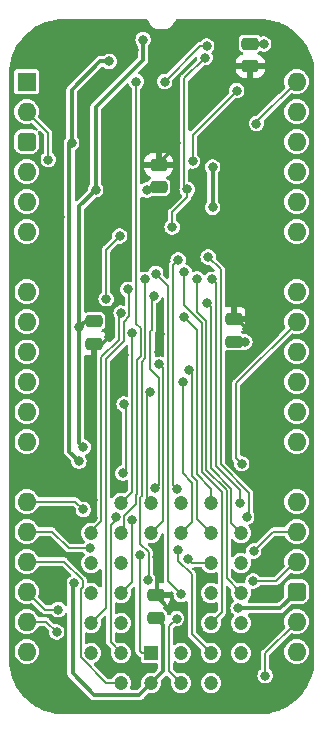
<source format=gbl>
%TF.GenerationSoftware,KiCad,Pcbnew,7.0.5*%
%TF.CreationDate,2024-02-15T21:33:18+02:00*%
%TF.ProjectId,HCP65 MPU Memory,48435036-3520-44d5-9055-204d656d6f72,V1*%
%TF.SameCoordinates,PX525bfc0PY43d3480*%
%TF.FileFunction,Copper,L2,Bot*%
%TF.FilePolarity,Positive*%
%FSLAX46Y46*%
G04 Gerber Fmt 4.6, Leading zero omitted, Abs format (unit mm)*
G04 Created by KiCad (PCBNEW 7.0.5) date 2024-02-15 21:33:18*
%MOMM*%
%LPD*%
G01*
G04 APERTURE LIST*
G04 Aperture macros list*
%AMRoundRect*
0 Rectangle with rounded corners*
0 $1 Rounding radius*
0 $2 $3 $4 $5 $6 $7 $8 $9 X,Y pos of 4 corners*
0 Add a 4 corners polygon primitive as box body*
4,1,4,$2,$3,$4,$5,$6,$7,$8,$9,$2,$3,0*
0 Add four circle primitives for the rounded corners*
1,1,$1+$1,$2,$3*
1,1,$1+$1,$4,$5*
1,1,$1+$1,$6,$7*
1,1,$1+$1,$8,$9*
0 Add four rect primitives between the rounded corners*
20,1,$1+$1,$2,$3,$4,$5,0*
20,1,$1+$1,$4,$5,$6,$7,0*
20,1,$1+$1,$6,$7,$8,$9,0*
20,1,$1+$1,$8,$9,$2,$3,0*%
G04 Aperture macros list end*
%TA.AperFunction,ComponentPad*%
%ADD10R,1.200000X1.200000*%
%TD*%
%TA.AperFunction,ComponentPad*%
%ADD11C,1.200000*%
%TD*%
%TA.AperFunction,ComponentPad*%
%ADD12R,1.600000X1.600000*%
%TD*%
%TA.AperFunction,ComponentPad*%
%ADD13O,1.600000X1.600000*%
%TD*%
%TA.AperFunction,ComponentPad*%
%ADD14RoundRect,0.400000X-0.400000X-0.400000X0.400000X-0.400000X0.400000X0.400000X-0.400000X0.400000X0*%
%TD*%
%TA.AperFunction,SMDPad,CuDef*%
%ADD15RoundRect,0.250000X-0.475000X0.250000X-0.475000X-0.250000X0.475000X-0.250000X0.475000X0.250000X0*%
%TD*%
%TA.AperFunction,SMDPad,CuDef*%
%ADD16RoundRect,0.250000X0.475000X-0.250000X0.475000X0.250000X-0.475000X0.250000X-0.475000X-0.250000X0*%
%TD*%
%TA.AperFunction,ViaPad*%
%ADD17C,0.800000*%
%TD*%
%TA.AperFunction,Conductor*%
%ADD18C,0.380000*%
%TD*%
%TA.AperFunction,Conductor*%
%ADD19C,0.200000*%
%TD*%
G04 APERTURE END LIST*
D10*
%TO.P,IC46,1,A18*%
%TO.N,A18*%
X10541000Y-48387000D03*
D11*
%TO.P,IC46,2,A16*%
%TO.N,A16*%
X13081000Y-50927000D03*
%TO.P,IC46,3,A15*%
%TO.N,A15*%
X13081000Y-48387000D03*
%TO.P,IC46,4,A12*%
%TO.N,A12*%
X15621000Y-50927000D03*
%TO.P,IC46,5,A7*%
%TO.N,A7*%
X18161000Y-48387000D03*
%TO.P,IC46,6,A6*%
%TO.N,A6*%
X15621000Y-48387000D03*
%TO.P,IC46,7,A5*%
%TO.N,A5*%
X18161000Y-45847000D03*
%TO.P,IC46,8,A4*%
%TO.N,A4*%
X15621000Y-45847000D03*
%TO.P,IC46,9,A3*%
%TO.N,A3*%
X18161000Y-43307000D03*
%TO.P,IC46,10,A2*%
%TO.N,A2*%
X15621000Y-43307000D03*
%TO.P,IC46,11,A1*%
%TO.N,A1*%
X18161000Y-40767000D03*
%TO.P,IC46,12,A0*%
%TO.N,A0*%
X15621000Y-40767000D03*
%TO.P,IC46,13,DQ0*%
%TO.N,D0*%
X18161000Y-38227000D03*
%TO.P,IC46,14,DQ1*%
%TO.N,D1*%
X15621000Y-35687000D03*
%TO.P,IC46,15,DQ2*%
%TO.N,D2*%
X15621000Y-38227000D03*
%TO.P,IC46,16,GND*%
%TO.N,GND*%
X13081000Y-35687000D03*
%TO.P,IC46,17,DQ3*%
%TO.N,D3*%
X13081000Y-38227000D03*
%TO.P,IC46,18,DQ4*%
%TO.N,D4*%
X10541000Y-35687000D03*
%TO.P,IC46,19,DQ5*%
%TO.N,D5*%
X10541000Y-38227000D03*
%TO.P,IC46,20,DQ6*%
%TO.N,D6*%
X8001000Y-35687000D03*
%TO.P,IC46,21,DQ7*%
%TO.N,D7*%
X5461000Y-38227000D03*
%TO.P,IC46,22,~{CE}*%
%TO.N,~{ROM_{CS}}*%
X8001000Y-38227000D03*
%TO.P,IC46,23,A10*%
%TO.N,A10*%
X5461000Y-40767000D03*
%TO.P,IC46,24,~{OE}*%
%TO.N,~{RD}*%
X8001000Y-40767000D03*
%TO.P,IC46,25,A11*%
%TO.N,A11*%
X5461000Y-43307000D03*
%TO.P,IC46,26,A9*%
%TO.N,A9*%
X8001000Y-43307000D03*
%TO.P,IC46,27,A8*%
%TO.N,A8*%
X5461000Y-45847000D03*
%TO.P,IC46,28,A13*%
%TO.N,A13*%
X8001000Y-45847000D03*
%TO.P,IC46,29,A14*%
%TO.N,A14*%
X5461000Y-48387000D03*
%TO.P,IC46,30,A17*%
%TO.N,A17*%
X8001000Y-50927000D03*
%TO.P,IC46,31,~{WE}*%
%TO.N,~{WD}*%
X8001000Y-48387000D03*
%TO.P,IC46,32,3V*%
%TO.N,/3.3V*%
X10541000Y-50927000D03*
%TD*%
D12*
%TO.P,J8,1,Pin_1*%
%TO.N,~{ROM_{CS}}*%
X0Y0D03*
D13*
%TO.P,J8,2,Pin_2*%
%TO.N,A4*%
X0Y-2540000D03*
D14*
%TO.P,J8,3,Pin_3*%
%TO.N,5V*%
X0Y-5080000D03*
D13*
%TO.P,J8,4,Pin_4*%
%TO.N,A3*%
X0Y-7620000D03*
%TO.P,J8,5,Pin_5*%
%TO.N,A2*%
X0Y-10160000D03*
%TO.P,J8,6,Pin_6*%
%TO.N,A1*%
X0Y-12700000D03*
D12*
%TO.P,J8,7,Pin_7*%
%TO.N,GND*%
X0Y-15240000D03*
D13*
%TO.P,J8,8,Pin_8*%
%TO.N,A0*%
X0Y-17780000D03*
%TO.P,J8,9,Pin_9*%
%TO.N,~{RAM_{CS}}*%
X0Y-20320000D03*
%TO.P,J8,10,Pin_10*%
%TO.N,D0*%
X0Y-22860000D03*
%TO.P,J8,11,Pin_11*%
%TO.N,D1*%
X0Y-25400000D03*
%TO.P,J8,12,Pin_12*%
%TO.N,D2*%
X0Y-27940000D03*
%TO.P,J8,13,Pin_13*%
%TO.N,D3*%
X0Y-30480000D03*
D12*
%TO.P,J8,14,Pin_14*%
%TO.N,GND*%
X0Y-33020000D03*
D13*
%TO.P,J8,15,Pin_15*%
%TO.N,~{WD}*%
X0Y-35560000D03*
%TO.P,J8,16,Pin_16*%
%TO.N,A18*%
X0Y-38100000D03*
%TO.P,J8,17,Pin_17*%
%TO.N,A17*%
X0Y-40640000D03*
%TO.P,J8,18,Pin_18*%
%TO.N,A16*%
X0Y-43180000D03*
%TO.P,J8,19,Pin_19*%
%TO.N,A15*%
X0Y-45720000D03*
%TO.P,J8,20,Pin_20*%
%TO.N,A14*%
X0Y-48260000D03*
%TO.P,J8,21,Pin_21*%
%TO.N,A13*%
X22860000Y-48260000D03*
%TO.P,J8,22,Pin_22*%
%TO.N,A12*%
X22860000Y-45720000D03*
D14*
%TO.P,J8,23,Pin_23*%
%TO.N,5V*%
X22860000Y-43180000D03*
D13*
%TO.P,J8,24,Pin_24*%
%TO.N,A11*%
X22860000Y-40640000D03*
%TO.P,J8,25,Pin_25*%
%TO.N,A10*%
X22860000Y-38100000D03*
%TO.P,J8,26,Pin_26*%
%TO.N,A9*%
X22860000Y-35560000D03*
D12*
%TO.P,J8,27,Pin_27*%
%TO.N,GND*%
X22860000Y-33020000D03*
D13*
%TO.P,J8,28,Pin_28*%
%TO.N,D4*%
X22860000Y-30480000D03*
%TO.P,J8,29,Pin_29*%
%TO.N,D5*%
X22860000Y-27940000D03*
%TO.P,J8,30,Pin_30*%
%TO.N,D6*%
X22860000Y-25400000D03*
%TO.P,J8,31,Pin_31*%
%TO.N,D7*%
X22860000Y-22860000D03*
%TO.P,J8,32,Pin_32*%
%TO.N,~{RD}*%
X22860000Y-20320000D03*
%TO.P,J8,33,Pin_33*%
%TO.N,A8*%
X22860000Y-17780000D03*
D12*
%TO.P,J8,34,Pin_34*%
%TO.N,GND*%
X22860000Y-15240000D03*
D13*
%TO.P,J8,35,Pin_35*%
%TO.N,A7*%
X22860000Y-12700000D03*
%TO.P,J8,36,Pin_36*%
%TO.N,A6*%
X22860000Y-10160000D03*
%TO.P,J8,37,Pin_37*%
%TO.N,A5*%
X22860000Y-7620000D03*
%TO.P,J8,38,Pin_38*%
%TO.N,CH0_{OUT}*%
X22860000Y-5080000D03*
%TO.P,J8,39,Pin_39*%
%TO.N,CH1_{OUT}*%
X22860000Y-2540000D03*
%TO.P,J8,40,Pin_40*%
%TO.N,CH2_{OUT}*%
X22860000Y0D03*
%TD*%
D15*
%TO.P,C54,1*%
%TO.N,/3.3V*%
X5715000Y-20275000D03*
%TO.P,C54,2*%
%TO.N,GND*%
X5715000Y-22175000D03*
%TD*%
D16*
%TO.P,C52,1*%
%TO.N,/3.3V*%
X10922000Y-45384000D03*
%TO.P,C52,2*%
%TO.N,GND*%
X10922000Y-43484000D03*
%TD*%
%TO.P,C51,1*%
%TO.N,/3.3V*%
X17526000Y-22016000D03*
%TO.P,C51,2*%
%TO.N,GND*%
X17526000Y-20116000D03*
%TD*%
D15*
%TO.P,C55,1*%
%TO.N,/3.3V*%
X18923000Y3220000D03*
%TO.P,C55,2*%
%TO.N,GND*%
X18923000Y1320000D03*
%TD*%
D16*
%TO.P,C53,1*%
%TO.N,/3.3V*%
X11176000Y-8935000D03*
%TO.P,C53,2*%
%TO.N,GND*%
X11176000Y-7035000D03*
%TD*%
D17*
%TO.N,/3.3V*%
X4798000Y-30945627D03*
X15748002Y-10640002D03*
X9853030Y3556000D03*
X10160000Y-9192008D03*
X20066000Y3175000D03*
X4445000Y-20818976D03*
X4030000Y-42489697D03*
X15748000Y-7239010D03*
X5842000Y-9144000D03*
X18476342Y-22062429D03*
%TO.N,/~{RAM_{CS}}\u00B7~{ROM_{CS}}*%
X14042999Y-6731000D03*
X17779999Y-761999D03*
%TO.N,5V*%
X4417000Y-32136186D03*
X6985000Y1717000D03*
X17907000Y-44577000D03*
X3810006Y-5207006D03*
%TO.N,GND*%
X9063000Y2666995D03*
X18669000Y-4533000D03*
X2684797Y-21855033D03*
X18669000Y-8382000D03*
X19685005Y-11938005D03*
X7620000Y-31877000D03*
X5601000Y-36924092D03*
X746042Y-50688958D03*
X6985000Y-21590000D03*
X11049000Y-40259000D03*
X20828000Y-24130000D03*
X5715000Y-11430002D03*
X8254986Y-23114000D03*
X11259698Y-21339181D03*
X15748000Y-4582990D03*
X17399000Y1270000D03*
X18668999Y-20954999D03*
X18923000Y-31623000D03*
X11218850Y-22919181D03*
X18669000Y-6350000D03*
X6731000Y-49657000D03*
X12573000Y-13589000D03*
X12642999Y-5207008D03*
X2794000Y-11430000D03*
X14351000Y-49784000D03*
X5588000Y-35433000D03*
%TO.N,A4*%
X13335000Y-16129000D03*
X1828901Y-6604000D03*
%TO.N,A3*%
X14435338Y-16707237D03*
%TO.N,A2*%
X10929805Y-16251644D03*
X13081000Y-43406128D03*
%TO.N,A1*%
X10056598Y-16739000D03*
X10259000Y-42192642D03*
%TO.N,A0*%
X10756614Y-18139000D03*
X10881000Y-34445000D03*
X13621000Y-40386000D03*
%TO.N,~{RAM_{CS}}*%
X7874000Y-13081000D03*
X6730137Y-18381136D03*
X13589000Y-9133000D03*
X12318992Y-12319000D03*
X15101543Y2029629D03*
%TO.N,D0*%
X15239633Y-18731000D03*
%TO.N,D1*%
X13335000Y-19939000D03*
%TO.N,D2*%
X13716000Y-24384000D03*
%TO.N,D3*%
X13208000Y-25400000D03*
%TO.N,~{WD}*%
X7533000Y-36830000D03*
X4794772Y-36224092D03*
%TO.N,A18*%
X9633000Y-40123031D03*
X5334000Y-39497000D03*
%TO.N,A16*%
X12690000Y-45466000D03*
X2667000Y-44704000D03*
%TO.N,A15*%
X2540000Y-46609000D03*
%TO.N,A12*%
X20193000Y-50292000D03*
%TO.N,A11*%
X19177000Y-42291000D03*
%TO.N,A10*%
X19219996Y-39751000D03*
%TO.N,A9*%
X8933000Y-37082293D03*
X8132999Y-33157483D03*
X8255000Y-27305000D03*
%TO.N,D4*%
X10476000Y-26289000D03*
%TO.N,D5*%
X11238000Y-23919000D03*
%TO.N,D6*%
X8956598Y-21315122D03*
%TO.N,D7*%
X8001000Y-19587730D03*
%TO.N,~{RD}*%
X18203420Y-32359548D03*
%TO.N,A8*%
X8570990Y-17588000D03*
%TO.N,A7*%
X15683000Y-16739000D03*
X18021013Y-35687000D03*
%TO.N,A6*%
X12827000Y-15113000D03*
X12827000Y-39624000D03*
X12696884Y-34499272D03*
%TO.N,A5*%
X18669000Y-36830000D03*
X15367000Y-14859000D03*
%TO.N,~{ROM_{CS}}*%
X15240000Y3020000D03*
X9271000Y-6D03*
X11683998Y0D03*
%TO.N,CH2_{OUT}*%
X19459000Y-3556000D03*
%TD*%
D18*
%TO.N,/3.3V*%
X4445000Y-20818976D02*
X4988976Y-20275000D01*
X4445000Y-20818976D02*
X4445000Y-10541000D01*
X10541000Y-50927000D02*
X9551000Y-51917000D01*
X15748000Y-7239010D02*
X15748000Y-10640000D01*
X4445000Y-20818976D02*
X4445000Y-30592627D01*
X11531000Y-49937000D02*
X11531000Y-45993000D01*
X4445000Y-10541000D02*
X5842000Y-9144000D01*
X9853030Y1852030D02*
X9853030Y3556000D01*
X3882000Y-42637697D02*
X4030000Y-42489697D01*
X9551000Y-51917000D02*
X5689000Y-51917000D01*
X18320508Y-22218263D02*
X18476342Y-22062429D01*
X3882000Y-50110000D02*
X3882000Y-42637697D01*
X10541000Y-50927000D02*
X11531000Y-49937000D01*
X5842000Y-2159000D02*
X9853030Y1852030D01*
X18923000Y3220000D02*
X20021000Y3220000D01*
X11176000Y-9192008D02*
X10160000Y-9192008D01*
X4445000Y-30592627D02*
X4798000Y-30945627D01*
X5689000Y-51917000D02*
X3882000Y-50110000D01*
X17728263Y-22218263D02*
X18320508Y-22218263D01*
X4988976Y-20275000D02*
X5715000Y-20275000D01*
X20021000Y3220000D02*
X20066000Y3175000D01*
X11531000Y-45993000D02*
X10922000Y-45384000D01*
X15748000Y-10640000D02*
X15748002Y-10640002D01*
X5842000Y-9144000D02*
X5842000Y-2159000D01*
D19*
%TO.N,/~{RAM_{CS}}\u00B7~{ROM_{CS}}*%
X14042999Y-4498999D02*
X14042999Y-6731000D01*
X17779999Y-761999D02*
X14042999Y-4498999D01*
D18*
%TO.N,5V*%
X3810006Y-695994D02*
X6223000Y1717000D01*
X3619508Y-5397504D02*
X3810006Y-5207006D01*
X22860000Y-43180000D02*
X21463000Y-44577000D01*
X3810006Y-5207006D02*
X3810006Y-695994D01*
X21463000Y-44577000D02*
X17907000Y-44577000D01*
X6223000Y1717000D02*
X6985000Y1717000D01*
X4417000Y-32136186D02*
X3619508Y-31338694D01*
X3619508Y-31338694D02*
X3619508Y-5397504D01*
%TO.N,GND*%
X5252546Y-35433000D02*
X5588000Y-35433000D01*
X22860000Y-15240000D02*
X24050000Y-16430000D01*
X6985000Y-21590000D02*
X6830000Y-21435000D01*
X22860000Y-33020000D02*
X20320000Y-33020000D01*
X19685005Y-12065005D02*
X19685005Y-11938005D01*
X18288006Y-15240006D02*
X18288006Y-13335000D01*
X13081000Y-44450000D02*
X13480000Y-44849000D01*
X18923000Y1320000D02*
X23222916Y1320000D01*
X12642999Y-5436001D02*
X12642999Y-5207008D01*
X-1205495Y1174505D02*
X286995Y2666995D01*
X24050000Y492915D02*
X24050000Y-14050000D01*
X13480000Y-44849000D02*
X13480000Y-47385928D01*
X18669000Y-6350000D02*
X18669000Y-8382000D01*
X5601000Y-35781454D02*
X5601000Y-36924092D01*
X286995Y2666995D02*
X9063000Y2666995D01*
X7620000Y-31877000D02*
X7342999Y-31599999D01*
X5588000Y-18517903D02*
X5588000Y-11557002D01*
X-1190000Y-31830000D02*
X-1190000Y-21717000D01*
X17449000Y1320000D02*
X17399000Y1270000D01*
X15748000Y-4582990D02*
X18619010Y-4582990D01*
X17830000Y-20116000D02*
X18668999Y-20954999D01*
X18288006Y-13335000D02*
X19685003Y-11938003D01*
X-1190000Y-16430000D02*
X0Y-15240000D01*
X11218850Y-21380029D02*
X11259698Y-21339181D01*
X19685005Y-9398005D02*
X19685005Y-11938005D01*
X17145000Y-24511000D02*
X17145000Y-32454036D01*
X2839546Y-33020000D02*
X5252546Y-35433000D01*
X5588000Y-11557002D02*
X5715000Y-11430002D01*
X18669000Y-254000D02*
X18923000Y0D01*
X10922000Y-43484000D02*
X11888000Y-44450000D01*
X23222916Y1320000D02*
X24050000Y492915D01*
X19422176Y-21708176D02*
X19422176Y-22233824D01*
X24050000Y-31830000D02*
X22860000Y-33020000D01*
X-1205495Y-14034505D02*
X-1205495Y1174505D01*
X24130000Y-48672915D02*
X24130000Y-34290000D01*
X18483767Y-39370000D02*
X17526000Y-39370000D01*
X22860000Y-15240000D02*
X19685005Y-12065005D01*
X20828000Y-24130000D02*
X24050000Y-24130000D01*
X19422176Y-22233824D02*
X17145000Y-24511000D01*
X14351000Y-48256928D02*
X14351000Y-49784000D01*
X6400000Y-22175000D02*
X6985000Y-21590000D01*
X2794000Y-12446000D02*
X2794000Y-11430000D01*
X20320000Y-33020000D02*
X18923000Y-31623000D01*
X18288006Y-13335000D02*
X12827000Y-13335000D01*
X12827000Y-13335000D02*
X12573000Y-13589000D01*
X0Y-15240000D02*
X2794000Y-12446000D01*
X11049000Y-40259000D02*
X11049000Y-43357000D01*
X11888000Y-44450000D02*
X13081000Y-44450000D01*
X18668999Y-15620999D02*
X18288006Y-15240006D01*
X19685003Y-11938003D02*
X19685005Y-11938005D01*
X-1190000Y-34210000D02*
X-1190000Y-48752915D01*
X5588000Y-35433000D02*
X5588000Y-35768454D01*
X24050000Y-24130000D02*
X24050000Y-31830000D01*
X18923000Y1320000D02*
X17449000Y1320000D01*
X2499764Y-21670000D02*
X-1143000Y-21670000D01*
X18619010Y-4582990D02*
X18669000Y-4533000D01*
X5588000Y-35433000D02*
X5588000Y-22302000D01*
X2554085Y-52497000D02*
X20305915Y-52497000D01*
X20828000Y-29718000D02*
X18923000Y-31623000D01*
X746042Y-50688958D02*
X2554085Y-52497000D01*
X13480000Y-47385928D02*
X14351000Y-48256928D01*
X24130000Y-34290000D02*
X22860000Y-33020000D01*
X20828000Y-24130000D02*
X20828000Y-29718000D01*
X0Y-33020000D02*
X2839546Y-33020000D01*
X7342999Y-24025987D02*
X8254986Y-23114000D01*
X19459000Y-34768036D02*
X19459000Y-38394767D01*
X2684797Y-21855033D02*
X2499764Y-21670000D01*
X-1143000Y-21670000D02*
X-1190000Y-21717000D01*
X7342999Y-31599999D02*
X7342999Y-24025987D01*
X6830000Y-19759903D02*
X5588000Y-18517903D01*
X11176000Y-6903000D02*
X12642999Y-5436001D01*
X18669000Y-8382000D02*
X19685005Y-9398005D01*
X-1190000Y-21717000D02*
X-1190000Y-16430000D01*
X6830000Y-21435000D02*
X6830000Y-19759903D01*
X0Y-15240000D02*
X-1205495Y-14034505D01*
X18923000Y0D02*
X18923000Y1320000D01*
X-1190000Y-48752915D02*
X746042Y-50688958D01*
X5588000Y-35768454D02*
X5601000Y-35781454D01*
X19459000Y-38394767D02*
X18483767Y-39370000D01*
X0Y-33020000D02*
X-1190000Y-34210000D01*
X5715000Y-22175000D02*
X6400000Y-22175000D01*
X20305915Y-52497000D02*
X24130000Y-48672915D01*
X24050000Y-14050000D02*
X22860000Y-15240000D01*
X0Y-33020000D02*
X-1190000Y-31830000D01*
X18669000Y-4533000D02*
X18669000Y-254000D01*
X18668999Y-20954999D02*
X18668999Y-15620999D01*
X18669000Y-6350000D02*
X18669000Y-4533000D01*
X18668999Y-20954999D02*
X19422176Y-21708176D01*
X11218850Y-22919181D02*
X11218850Y-21380029D01*
X24050000Y-16430000D02*
X24050000Y-24130000D01*
X17145000Y-32454036D02*
X19459000Y-34768036D01*
D19*
%TO.N,A4*%
X15621000Y-45847000D02*
X16520999Y-44947001D01*
X16520999Y-44947001D02*
X16520999Y-34785741D01*
X1828901Y-4368901D02*
X1828901Y-6604000D01*
X16520999Y-34785741D02*
X14816000Y-33080742D01*
X14816000Y-33080742D02*
X14816000Y-20430050D01*
X0Y-2540000D02*
X1828901Y-4368901D01*
X13335000Y-18949050D02*
X13335000Y-16129000D01*
X14816000Y-20430050D02*
X13335000Y-18949050D01*
%TO.N,A3*%
X15215996Y-32915052D02*
X15215996Y-20264360D01*
X18161000Y-43307000D02*
X16920999Y-42066999D01*
X16920999Y-34620055D02*
X15215996Y-32915052D01*
X14435338Y-19483702D02*
X14435338Y-16707237D01*
X15215996Y-20264360D02*
X14435338Y-19483702D01*
X16920999Y-42066999D02*
X16920999Y-34620055D01*
%TO.N,A2*%
X11981000Y-42306128D02*
X11981000Y-17302839D01*
X11981000Y-17302839D02*
X10929805Y-16251644D01*
X13081000Y-43406128D02*
X11981000Y-42306128D01*
%TO.N,A1*%
X9633000Y-39133081D02*
X9633000Y-35186369D01*
X10333000Y-39833081D02*
X9633000Y-39133081D01*
X9633000Y-35186369D02*
X9756598Y-35062772D01*
X10259000Y-42192642D02*
X10333000Y-42118642D01*
X9756598Y-35062772D02*
X9756598Y-23733722D01*
X10056598Y-23433722D02*
X10056598Y-16739000D01*
X10333000Y-42118642D02*
X10333000Y-39833081D01*
X9756598Y-23733722D02*
X10056598Y-23433722D01*
%TO.N,A0*%
X10601000Y-18294614D02*
X10756614Y-18139000D01*
X10601000Y-21007929D02*
X10601000Y-18294614D01*
X11176000Y-25057950D02*
X10474000Y-24355950D01*
X14002000Y-40767000D02*
X13621000Y-40386000D01*
X11176000Y-34150000D02*
X11176000Y-25057950D01*
X10474000Y-21134929D02*
X10601000Y-21007929D01*
X10474000Y-24355950D02*
X10474000Y-21134929D01*
X10881000Y-34445000D02*
X11176000Y-34150000D01*
X15621000Y-40767000D02*
X14002000Y-40767000D01*
%TO.N,~{RAM_{CS}}*%
X12318992Y-11049008D02*
X12318992Y-12319000D01*
X13343000Y-8887000D02*
X13343000Y271086D01*
X13589000Y-9133000D02*
X13589000Y-9779000D01*
X6730137Y-14224863D02*
X7874000Y-13081000D01*
X13589000Y-9779000D02*
X12318992Y-11049008D01*
X13589000Y-9133000D02*
X13343000Y-8887000D01*
X6730137Y-18381136D02*
X6730137Y-14224863D01*
X13343000Y271086D02*
X15101543Y2029629D01*
%TO.N,D0*%
X15615992Y-32749362D02*
X15615992Y-19107359D01*
X17320999Y-34454369D02*
X15615992Y-32749362D01*
X18161000Y-38227000D02*
X17320999Y-37386999D01*
X15615992Y-19107359D02*
X15239633Y-18731000D01*
X17320999Y-37386999D02*
X17320999Y-34454369D01*
%TO.N,D1*%
X15621000Y-34451426D02*
X14416000Y-33246426D01*
X14416000Y-33246426D02*
X14416000Y-21020000D01*
X14416000Y-21020000D02*
X13335000Y-19939000D01*
X15621000Y-35687000D02*
X15621000Y-34451426D01*
%TO.N,D2*%
X13989000Y-33385111D02*
X13989000Y-24657000D01*
X15621000Y-38227000D02*
X14459000Y-37065000D01*
X13989000Y-24657000D02*
X13716000Y-24384000D01*
X14459000Y-33855112D02*
X13989000Y-33385111D01*
X14459000Y-37065000D02*
X14459000Y-33855112D01*
%TO.N,D3*%
X14034970Y-37273030D02*
X14034970Y-33996766D01*
X13208000Y-33169796D02*
X13208000Y-25400000D01*
X14034970Y-33996766D02*
X13208000Y-33169796D01*
X13081000Y-38227000D02*
X14034970Y-37273030D01*
%TO.N,~{WD}*%
X4130680Y-35560000D02*
X4794772Y-36224092D01*
X7533000Y-37133269D02*
X7533000Y-36830000D01*
X7101000Y-37565269D02*
X7533000Y-37133269D01*
X8001000Y-48387000D02*
X7101000Y-47487000D01*
X0Y-35560000D02*
X4130680Y-35560000D01*
X7101000Y-47487000D02*
X7101000Y-37565269D01*
%TO.N,A18*%
X0Y-38100000D02*
X2159000Y-38100000D01*
X9559000Y-48205000D02*
X9559000Y-40197031D01*
X3556000Y-39497000D02*
X5334000Y-39497000D01*
X10541000Y-48387000D02*
X9741000Y-48387000D01*
X9741000Y-48387000D02*
X9559000Y-48205000D01*
X2159000Y-38100000D02*
X3556000Y-39497000D01*
X9559000Y-40197031D02*
X9633000Y-40123031D01*
%TO.N,A17*%
X0Y-40640000D02*
X3170253Y-40640000D01*
X4730000Y-42199747D02*
X4730000Y-42779647D01*
X4561000Y-42948647D02*
X4561000Y-48759793D01*
X4730000Y-42779647D02*
X4561000Y-42948647D01*
X6728207Y-50927000D02*
X8001000Y-50927000D01*
X3170253Y-40640000D02*
X4730000Y-42199747D01*
X4561000Y-48759793D02*
X6728207Y-50927000D01*
%TO.N,A16*%
X1524000Y-44704000D02*
X2667000Y-44704000D01*
X13081000Y-50927000D02*
X12065000Y-49911000D01*
X12065000Y-46091000D02*
X12690000Y-45466000D01*
X12065000Y-49911000D02*
X12065000Y-46091000D01*
X0Y-43180000D02*
X1524000Y-44704000D01*
%TO.N,A15*%
X1651000Y-45720000D02*
X2540000Y-46609000D01*
X0Y-45720000D02*
X1651000Y-45720000D01*
%TO.N,A12*%
X22860000Y-45720000D02*
X20193000Y-48387000D01*
X20193000Y-48387000D02*
X20193000Y-50292000D01*
%TO.N,A11*%
X22733000Y-40640000D02*
X21082000Y-42291000D01*
X21082000Y-42291000D02*
X19177000Y-42291000D01*
%TO.N,A10*%
X22860000Y-38100000D02*
X20870996Y-38100000D01*
X20870996Y-38100000D02*
X19219996Y-39751000D01*
%TO.N,A9*%
X8382000Y-32908482D02*
X8382000Y-27432000D01*
X8933000Y-42375000D02*
X8933000Y-37082293D01*
X8132999Y-33157483D02*
X8382000Y-32908482D01*
X8001000Y-43307000D02*
X8933000Y-42375000D01*
X8382000Y-27432000D02*
X8255000Y-27305000D01*
%TO.N,D4*%
X10541000Y-35687000D02*
X10156598Y-35302598D01*
X10156598Y-26608402D02*
X10476000Y-26289000D01*
X10156598Y-35302598D02*
X10156598Y-26608402D01*
%TO.N,D5*%
X10541000Y-38227000D02*
X11581000Y-37187000D01*
X11581000Y-24262000D02*
X11238000Y-23919000D01*
X11581000Y-37187000D02*
X11581000Y-24262000D01*
%TO.N,D6*%
X8001000Y-35687000D02*
X8956598Y-34731402D01*
X8956598Y-34731402D02*
X8956598Y-21315122D01*
%TO.N,D7*%
X7812000Y-21848314D02*
X7812000Y-19776730D01*
X5461000Y-38073899D02*
X6301000Y-37233899D01*
X6301000Y-37233899D02*
X6301000Y-23359314D01*
X6301000Y-23359314D02*
X7812000Y-21848314D01*
X7812000Y-19776730D02*
X8001000Y-19587730D01*
%TO.N,~{RD}*%
X22860000Y-20420950D02*
X17754090Y-25526860D01*
X17754090Y-25526860D02*
X17754090Y-31910218D01*
X17754090Y-31910218D02*
X18203420Y-32359548D01*
%TO.N,A8*%
X8701000Y-17718010D02*
X8570990Y-17588000D01*
X6701000Y-44607000D02*
X6701000Y-23525000D01*
X6701000Y-23525000D02*
X8255000Y-21971000D01*
X8255000Y-21971000D02*
X8255000Y-20323680D01*
X8701000Y-19877680D02*
X8701000Y-17718010D01*
X5461000Y-45847000D02*
X6701000Y-44607000D01*
X8255000Y-20323680D02*
X8701000Y-19877680D01*
%TO.N,A7*%
X18021013Y-34588699D02*
X16015988Y-32583674D01*
X16015988Y-32583674D02*
X16015988Y-17071988D01*
X16015988Y-17071988D02*
X15683000Y-16739000D01*
X18021013Y-35687000D02*
X18021013Y-34588699D01*
%TO.N,A6*%
X15621000Y-48387000D02*
X13970000Y-46736000D01*
X12381000Y-34183388D02*
X12696884Y-34499272D01*
X13970000Y-41724950D02*
X12827000Y-40581950D01*
X12827000Y-15113000D02*
X12381000Y-15559000D01*
X13970000Y-46736000D02*
X13970000Y-41724950D01*
X12827000Y-40581950D02*
X12827000Y-39624000D01*
X12381000Y-15559000D02*
X12381000Y-34183388D01*
%TO.N,A5*%
X18796000Y-34798000D02*
X16415984Y-32417984D01*
X18796000Y-36703000D02*
X18796000Y-34798000D01*
X16415984Y-15907984D02*
X15367000Y-14859000D01*
X18669000Y-36830000D02*
X18796000Y-36703000D01*
X16415984Y-32417984D02*
X16415984Y-15907984D01*
%TO.N,~{ROM_{CS}}*%
X8233000Y-36792343D02*
X9233000Y-35792343D01*
X8233000Y-37995000D02*
X8233000Y-36792343D01*
X9656598Y-23268038D02*
X9656598Y-20880770D01*
X9271000Y-20495172D02*
X9271000Y-6D01*
X14703998Y3020000D02*
X15240000Y3020000D01*
X9656598Y-20880770D02*
X9271000Y-20495172D01*
X9356598Y-34897087D02*
X9356598Y-23568038D01*
X11683998Y0D02*
X14703998Y3020000D01*
X9233000Y-35020686D02*
X9356598Y-34897087D01*
X9233000Y-35792343D02*
X9233000Y-35020686D01*
X9356598Y-23568038D02*
X9656598Y-23268038D01*
%TO.N,CH2_{OUT}*%
X19459000Y-3401000D02*
X19459000Y-3556000D01*
X22860000Y0D02*
X19459000Y-3401000D01*
%TD*%
%TA.AperFunction,Conductor*%
%TO.N,GND*%
G36*
X14836736Y-41137185D02*
G01*
X14877084Y-41179500D01*
X14887861Y-41198166D01*
X14929141Y-41269665D01*
X14961995Y-41306153D01*
X15048764Y-41402521D01*
X15048767Y-41402523D01*
X15048770Y-41402526D01*
X15193407Y-41507612D01*
X15356733Y-41580329D01*
X15531609Y-41617500D01*
X15531610Y-41617500D01*
X15710389Y-41617500D01*
X15710391Y-41617500D01*
X15885267Y-41580329D01*
X15996065Y-41530998D01*
X16065313Y-41521714D01*
X16128590Y-41551342D01*
X16165803Y-41610477D01*
X16170499Y-41644278D01*
X16170499Y-42429720D01*
X16150814Y-42496759D01*
X16098010Y-42542514D01*
X16028852Y-42552458D01*
X15996065Y-42543000D01*
X15885268Y-42493671D01*
X15885265Y-42493670D01*
X15743422Y-42463521D01*
X15710391Y-42456500D01*
X15531609Y-42456500D01*
X15500954Y-42463015D01*
X15356733Y-42493670D01*
X15356728Y-42493672D01*
X15193408Y-42566387D01*
X15048768Y-42671475D01*
X14929140Y-42804336D01*
X14839750Y-42959164D01*
X14839747Y-42959170D01*
X14784504Y-43129192D01*
X14784503Y-43129194D01*
X14765815Y-43307000D01*
X14784503Y-43484805D01*
X14784504Y-43484807D01*
X14839747Y-43654829D01*
X14839750Y-43654835D01*
X14929141Y-43809665D01*
X14970812Y-43855946D01*
X15048764Y-43942521D01*
X15048767Y-43942523D01*
X15048770Y-43942526D01*
X15193407Y-44047612D01*
X15356733Y-44120329D01*
X15531609Y-44157500D01*
X15531610Y-44157500D01*
X15710389Y-44157500D01*
X15710391Y-44157500D01*
X15885267Y-44120329D01*
X15996065Y-44070998D01*
X16065313Y-44061714D01*
X16128590Y-44091342D01*
X16165803Y-44150477D01*
X16170499Y-44184278D01*
X16170499Y-44750456D01*
X16150814Y-44817495D01*
X16134180Y-44838138D01*
X15976895Y-44995422D01*
X15915572Y-45028906D01*
X15863433Y-45029030D01*
X15862849Y-45028906D01*
X15809188Y-45017500D01*
X15710391Y-44996500D01*
X15531609Y-44996500D01*
X15502511Y-45002685D01*
X15356733Y-45033670D01*
X15356728Y-45033672D01*
X15193408Y-45106387D01*
X15048768Y-45211475D01*
X14929140Y-45344336D01*
X14839750Y-45499164D01*
X14839747Y-45499170D01*
X14784504Y-45669192D01*
X14784503Y-45669194D01*
X14773853Y-45770523D01*
X14765815Y-45847000D01*
X14768870Y-45876066D01*
X14784503Y-46024805D01*
X14784504Y-46024807D01*
X14839747Y-46194829D01*
X14839750Y-46194835D01*
X14929141Y-46349665D01*
X14970812Y-46395946D01*
X15048764Y-46482521D01*
X15048767Y-46482523D01*
X15048770Y-46482526D01*
X15193407Y-46587612D01*
X15356733Y-46660329D01*
X15531609Y-46697500D01*
X15531610Y-46697500D01*
X15710389Y-46697500D01*
X15710391Y-46697500D01*
X15885267Y-46660329D01*
X16048593Y-46587612D01*
X16193230Y-46482526D01*
X16312859Y-46349665D01*
X16402250Y-46194835D01*
X16457497Y-46024803D01*
X16476185Y-45847000D01*
X16457497Y-45669197D01*
X16441000Y-45618427D01*
X16439006Y-45548587D01*
X16471249Y-45492430D01*
X16734038Y-45229641D01*
X16753901Y-45213512D01*
X16761668Y-45208438D01*
X16781863Y-45182489D01*
X16786941Y-45176738D01*
X16789374Y-45174307D01*
X16801300Y-45157601D01*
X16802803Y-45155585D01*
X16833516Y-45116127D01*
X16833518Y-45116118D01*
X16837016Y-45109656D01*
X16840240Y-45103064D01*
X16843449Y-45092285D01*
X16854505Y-45055145D01*
X16855263Y-45052778D01*
X16871499Y-45005489D01*
X16871499Y-45005482D01*
X16872705Y-44998259D01*
X16873616Y-44990952D01*
X16871552Y-44941042D01*
X16871499Y-44938479D01*
X16871499Y-42812543D01*
X16891184Y-42745504D01*
X16943988Y-42699749D01*
X17013146Y-42689805D01*
X17076702Y-42718830D01*
X17083180Y-42724862D01*
X17310748Y-42952430D01*
X17344233Y-43013753D01*
X17340999Y-43078428D01*
X17324503Y-43129197D01*
X17305815Y-43307000D01*
X17324503Y-43484805D01*
X17324504Y-43484807D01*
X17379747Y-43654829D01*
X17379750Y-43654835D01*
X17469140Y-43809664D01*
X17528838Y-43875966D01*
X17559068Y-43938958D01*
X17550442Y-44008293D01*
X17518915Y-44051753D01*
X17416518Y-44142468D01*
X17326781Y-44272475D01*
X17326780Y-44272476D01*
X17270762Y-44420181D01*
X17251722Y-44576999D01*
X17251722Y-44577000D01*
X17270762Y-44733818D01*
X17316078Y-44853304D01*
X17326780Y-44881523D01*
X17416517Y-45011530D01*
X17518916Y-45102246D01*
X17556041Y-45161434D01*
X17555274Y-45231300D01*
X17528839Y-45278032D01*
X17469140Y-45344336D01*
X17379750Y-45499164D01*
X17379747Y-45499170D01*
X17324504Y-45669192D01*
X17324503Y-45669194D01*
X17313853Y-45770523D01*
X17305815Y-45847000D01*
X17308870Y-45876066D01*
X17324503Y-46024805D01*
X17324504Y-46024807D01*
X17379747Y-46194829D01*
X17379750Y-46194835D01*
X17469141Y-46349665D01*
X17510812Y-46395946D01*
X17588764Y-46482521D01*
X17588767Y-46482523D01*
X17588770Y-46482526D01*
X17733407Y-46587612D01*
X17896733Y-46660329D01*
X18071609Y-46697500D01*
X18071610Y-46697500D01*
X18250389Y-46697500D01*
X18250391Y-46697500D01*
X18425267Y-46660329D01*
X18588593Y-46587612D01*
X18733230Y-46482526D01*
X18852859Y-46349665D01*
X18942250Y-46194835D01*
X18997497Y-46024803D01*
X19016185Y-45847000D01*
X18997497Y-45669197D01*
X18942250Y-45499165D01*
X18852859Y-45344335D01*
X18761871Y-45243283D01*
X18744934Y-45224472D01*
X18714704Y-45161481D01*
X18723329Y-45092145D01*
X18768071Y-45038480D01*
X18834723Y-45017522D01*
X18837084Y-45017500D01*
X21336000Y-45017500D01*
X21336000Y-46748316D01*
X19979955Y-48104361D01*
X19960106Y-48120482D01*
X19952331Y-48125562D01*
X19932143Y-48151498D01*
X19927067Y-48157248D01*
X19924634Y-48159681D01*
X19924624Y-48159694D01*
X19912695Y-48176401D01*
X19911164Y-48178453D01*
X19880483Y-48217872D01*
X19876975Y-48224353D01*
X19873761Y-48230931D01*
X19859506Y-48278809D01*
X19858725Y-48281246D01*
X19842499Y-48328512D01*
X19841294Y-48335733D01*
X19840382Y-48343046D01*
X19842447Y-48392948D01*
X19842500Y-48395510D01*
X19842500Y-49677649D01*
X19822815Y-49744688D01*
X19800728Y-49770462D01*
X19764977Y-49802136D01*
X19702516Y-49857471D01*
X19612781Y-49987475D01*
X19612780Y-49987476D01*
X19556762Y-50135181D01*
X19537722Y-50291999D01*
X19537722Y-50292000D01*
X19556762Y-50448818D01*
X19606197Y-50579165D01*
X19612780Y-50596523D01*
X19702517Y-50726530D01*
X19820760Y-50831283D01*
X19820762Y-50831284D01*
X19960634Y-50904696D01*
X20114014Y-50942500D01*
X20114015Y-50942500D01*
X20271985Y-50942500D01*
X20425365Y-50904696D01*
X20486438Y-50872642D01*
X20565240Y-50831283D01*
X20683483Y-50726530D01*
X20773220Y-50596523D01*
X20829237Y-50448818D01*
X20848278Y-50292000D01*
X20843094Y-50249301D01*
X20829237Y-50135181D01*
X20798111Y-50053109D01*
X20773220Y-49987477D01*
X20683483Y-49857470D01*
X20585272Y-49770463D01*
X20548147Y-49711276D01*
X20543500Y-49677649D01*
X20543500Y-48583543D01*
X20563185Y-48516504D01*
X20579819Y-48495862D01*
X20955199Y-48120482D01*
X21336000Y-47739681D01*
X21336000Y-53271365D01*
X21287983Y-53291255D01*
X21282898Y-53293106D01*
X20898731Y-53414234D01*
X20893504Y-53415634D01*
X20500224Y-53502822D01*
X20494895Y-53503762D01*
X20095532Y-53556339D01*
X20090141Y-53556811D01*
X19686351Y-53574441D01*
X19683647Y-53574500D01*
X3176353Y-53574500D01*
X3173649Y-53574441D01*
X2769858Y-53556811D01*
X2764467Y-53556339D01*
X2365104Y-53503762D01*
X2359775Y-53502822D01*
X1966495Y-53415634D01*
X1961268Y-53414234D01*
X1577101Y-53293106D01*
X1572016Y-53291255D01*
X1524000Y-53271366D01*
X1524000Y-46092203D01*
X1542137Y-46106819D01*
X1859309Y-46423990D01*
X1892794Y-46485313D01*
X1894724Y-46526616D01*
X1884722Y-46608999D01*
X1884722Y-46609000D01*
X1903762Y-46765818D01*
X1952880Y-46895330D01*
X1959780Y-46913523D01*
X2049517Y-47043530D01*
X2167760Y-47148283D01*
X2167762Y-47148284D01*
X2307634Y-47221696D01*
X2461014Y-47259500D01*
X2461015Y-47259500D01*
X2618985Y-47259500D01*
X2772365Y-47221696D01*
X2912240Y-47148283D01*
X3030483Y-47043530D01*
X3120220Y-46913523D01*
X3176237Y-46765818D01*
X3194404Y-46616197D01*
X3196410Y-46611536D01*
X3194404Y-46601801D01*
X3176237Y-46452181D01*
X3154992Y-46396164D01*
X3120220Y-46304477D01*
X3030483Y-46174470D01*
X2912240Y-46069717D01*
X2912238Y-46069716D01*
X2912237Y-46069715D01*
X2772365Y-45996303D01*
X2618986Y-45958500D01*
X2618985Y-45958500D01*
X2461015Y-45958500D01*
X2461013Y-45958500D01*
X2453572Y-45959404D01*
X2453184Y-45956209D01*
X2397662Y-45953476D01*
X2350724Y-45924042D01*
X1933637Y-45506955D01*
X1917511Y-45487098D01*
X1912437Y-45479331D01*
X1886487Y-45459133D01*
X1880741Y-45454059D01*
X1878307Y-45451625D01*
X1861609Y-45439703D01*
X1859555Y-45438171D01*
X1834275Y-45418496D01*
X1820126Y-45407483D01*
X1820124Y-45407482D01*
X1813648Y-45403977D01*
X1807066Y-45400759D01*
X1759182Y-45386503D01*
X1756743Y-45385722D01*
X1709484Y-45369498D01*
X1702269Y-45368294D01*
X1694953Y-45367382D01*
X1646139Y-45369401D01*
X1645049Y-45369447D01*
X1642489Y-45369500D01*
X1524000Y-45369500D01*
X1524000Y-45054799D01*
X1529950Y-45054552D01*
X1532511Y-45054500D01*
X2053436Y-45054500D01*
X2120475Y-45074185D01*
X2155487Y-45108062D01*
X2176515Y-45138528D01*
X2176516Y-45138529D01*
X2176517Y-45138530D01*
X2294760Y-45243283D01*
X2294762Y-45243284D01*
X2434634Y-45316696D01*
X2588014Y-45354500D01*
X2588015Y-45354500D01*
X2745985Y-45354500D01*
X2899365Y-45316696D01*
X2899364Y-45316695D01*
X3039240Y-45243283D01*
X3157483Y-45138530D01*
X3215449Y-45054550D01*
X3269733Y-45010560D01*
X3339181Y-45002900D01*
X3401746Y-45034003D01*
X3437564Y-45093994D01*
X3441500Y-45124990D01*
X3441500Y-46586855D01*
X3436490Y-46603916D01*
X3439821Y-46610805D01*
X3441500Y-46631144D01*
X3441500Y-50081771D01*
X3441110Y-50088719D01*
X3436834Y-50126656D01*
X3442728Y-50157805D01*
X3447438Y-50182698D01*
X3447821Y-50184952D01*
X3456315Y-50241305D01*
X3458781Y-50249301D01*
X3461521Y-50257130D01*
X3488145Y-50307504D01*
X3489190Y-50309574D01*
X3513930Y-50360948D01*
X3518586Y-50367778D01*
X3523569Y-50374528D01*
X3523571Y-50374532D01*
X3563876Y-50414837D01*
X3565459Y-50416481D01*
X3604250Y-50458287D01*
X3611516Y-50464081D01*
X3610978Y-50464754D01*
X3623072Y-50474033D01*
X5357555Y-52208516D01*
X5362191Y-52213704D01*
X5378009Y-52233538D01*
X5385999Y-52243557D01*
X5433121Y-52275684D01*
X5434970Y-52276996D01*
X5438164Y-52279353D01*
X5480841Y-52310851D01*
X5488216Y-52314748D01*
X5495713Y-52318359D01*
X5495715Y-52318360D01*
X5550206Y-52335167D01*
X5552368Y-52335879D01*
X5606181Y-52354710D01*
X5606186Y-52354710D01*
X5614356Y-52356256D01*
X5622604Y-52357499D01*
X5622605Y-52357500D01*
X5679596Y-52357500D01*
X5681877Y-52357542D01*
X5738877Y-52359675D01*
X5748110Y-52358635D01*
X5748206Y-52359489D01*
X5763320Y-52357500D01*
X9522772Y-52357500D01*
X9529712Y-52357889D01*
X9559651Y-52361263D01*
X9567656Y-52362165D01*
X9567656Y-52362164D01*
X9567657Y-52362165D01*
X9623704Y-52351559D01*
X9625971Y-52351175D01*
X9682306Y-52342685D01*
X9690277Y-52340226D01*
X9698127Y-52337479D01*
X9698127Y-52337478D01*
X9698131Y-52337478D01*
X9748529Y-52310840D01*
X9750575Y-52309808D01*
X9801946Y-52285070D01*
X9801948Y-52285067D01*
X9808804Y-52280393D01*
X9815532Y-52275429D01*
X9815531Y-52275428D01*
X9855837Y-52235122D01*
X9857460Y-52233558D01*
X9899287Y-52194750D01*
X9899289Y-52194746D01*
X9905082Y-52187482D01*
X9905758Y-52188021D01*
X9915031Y-52175928D01*
X10290072Y-51800887D01*
X10351393Y-51767404D01*
X10403527Y-51767280D01*
X10451609Y-51777500D01*
X10451612Y-51777500D01*
X10630389Y-51777500D01*
X10630391Y-51777500D01*
X10805267Y-51740329D01*
X10968593Y-51667612D01*
X11113230Y-51562526D01*
X11232859Y-51429665D01*
X11322250Y-51274835D01*
X11377497Y-51104803D01*
X11396185Y-50927000D01*
X11380280Y-50775679D01*
X11392849Y-50706952D01*
X11415917Y-50675042D01*
X11786957Y-50304001D01*
X11848281Y-50270517D01*
X11917973Y-50275501D01*
X11962320Y-50304002D01*
X12230748Y-50572430D01*
X12264233Y-50633753D01*
X12260999Y-50698426D01*
X12251868Y-50726530D01*
X12244503Y-50749197D01*
X12225815Y-50927000D01*
X12244503Y-51104805D01*
X12244504Y-51104807D01*
X12299747Y-51274829D01*
X12299750Y-51274835D01*
X12389141Y-51429665D01*
X12398610Y-51440181D01*
X12508764Y-51562521D01*
X12508767Y-51562523D01*
X12508770Y-51562526D01*
X12653407Y-51667612D01*
X12816733Y-51740329D01*
X12991609Y-51777500D01*
X12991610Y-51777500D01*
X13170389Y-51777500D01*
X13170391Y-51777500D01*
X13345267Y-51740329D01*
X13508593Y-51667612D01*
X13653230Y-51562526D01*
X13772859Y-51429665D01*
X13862250Y-51274835D01*
X13917497Y-51104803D01*
X13936185Y-50927000D01*
X13936185Y-50926999D01*
X14765815Y-50926999D01*
X14784503Y-51104805D01*
X14784504Y-51104807D01*
X14839747Y-51274829D01*
X14839750Y-51274835D01*
X14929141Y-51429665D01*
X14938610Y-51440181D01*
X15048764Y-51562521D01*
X15048767Y-51562523D01*
X15048770Y-51562526D01*
X15193407Y-51667612D01*
X15356733Y-51740329D01*
X15531609Y-51777500D01*
X15531610Y-51777500D01*
X15710389Y-51777500D01*
X15710391Y-51777500D01*
X15885267Y-51740329D01*
X16048593Y-51667612D01*
X16193230Y-51562526D01*
X16312859Y-51429665D01*
X16402250Y-51274835D01*
X16457497Y-51104803D01*
X16476185Y-50927000D01*
X16457497Y-50749197D01*
X16417520Y-50626161D01*
X16402252Y-50579170D01*
X16402249Y-50579164D01*
X16400711Y-50576500D01*
X16312859Y-50424335D01*
X16261935Y-50367778D01*
X16193235Y-50291478D01*
X16193232Y-50291476D01*
X16193231Y-50291475D01*
X16193230Y-50291474D01*
X16048593Y-50186388D01*
X15885267Y-50113671D01*
X15885265Y-50113670D01*
X15735189Y-50081771D01*
X15710391Y-50076500D01*
X15531609Y-50076500D01*
X15506811Y-50081771D01*
X15356733Y-50113670D01*
X15356728Y-50113672D01*
X15193408Y-50186387D01*
X15048768Y-50291475D01*
X14929140Y-50424336D01*
X14839750Y-50579164D01*
X14839747Y-50579170D01*
X14784504Y-50749192D01*
X14784503Y-50749194D01*
X14765815Y-50926999D01*
X13936185Y-50926999D01*
X13917497Y-50749197D01*
X13877520Y-50626161D01*
X13862252Y-50579170D01*
X13862249Y-50579164D01*
X13860711Y-50576500D01*
X13772859Y-50424335D01*
X13721935Y-50367778D01*
X13653235Y-50291478D01*
X13653232Y-50291476D01*
X13653231Y-50291475D01*
X13653230Y-50291474D01*
X13508593Y-50186388D01*
X13345267Y-50113671D01*
X13345265Y-50113670D01*
X13195189Y-50081771D01*
X13170391Y-50076500D01*
X12991609Y-50076500D01*
X12966811Y-50081771D01*
X12838565Y-50109030D01*
X12768897Y-50103714D01*
X12725103Y-50075421D01*
X12451819Y-49802136D01*
X12418334Y-49740813D01*
X12415500Y-49714455D01*
X12415500Y-49198125D01*
X12435185Y-49131086D01*
X12487989Y-49085331D01*
X12557147Y-49075387D01*
X12612384Y-49097806D01*
X12653407Y-49127612D01*
X12816733Y-49200329D01*
X12991609Y-49237500D01*
X12991610Y-49237500D01*
X13170389Y-49237500D01*
X13170391Y-49237500D01*
X13345267Y-49200329D01*
X13508593Y-49127612D01*
X13653230Y-49022526D01*
X13658229Y-49016975D01*
X13679148Y-48993741D01*
X13772859Y-48889665D01*
X13862250Y-48734835D01*
X13917497Y-48564803D01*
X13936185Y-48387000D01*
X13917497Y-48209197D01*
X13862250Y-48039165D01*
X13772859Y-47884335D01*
X13726003Y-47832296D01*
X13653235Y-47751478D01*
X13653232Y-47751476D01*
X13653231Y-47751475D01*
X13653230Y-47751474D01*
X13508593Y-47646388D01*
X13345267Y-47573671D01*
X13345265Y-47573670D01*
X13181249Y-47538808D01*
X13170391Y-47536500D01*
X12991609Y-47536500D01*
X12980751Y-47538808D01*
X12816733Y-47573670D01*
X12816728Y-47573672D01*
X12653409Y-47646387D01*
X12612385Y-47676193D01*
X12546578Y-47699672D01*
X12478525Y-47683846D01*
X12429830Y-47633740D01*
X12415500Y-47575874D01*
X12415500Y-46287544D01*
X12435185Y-46220505D01*
X12451818Y-46199864D01*
X12476222Y-46175460D01*
X12500723Y-46150957D01*
X12562046Y-46117472D01*
X12603268Y-46118062D01*
X12603568Y-46115596D01*
X12611014Y-46116500D01*
X12611015Y-46116500D01*
X12768985Y-46116500D01*
X12922365Y-46078696D01*
X12939477Y-46069715D01*
X13062240Y-46005283D01*
X13180483Y-45900530D01*
X13270220Y-45770523D01*
X13326237Y-45622818D01*
X13345278Y-45466000D01*
X13344446Y-45459143D01*
X13326237Y-45309181D01*
X13298620Y-45236361D01*
X13270220Y-45161477D01*
X13180483Y-45031470D01*
X13062240Y-44926717D01*
X13062238Y-44926716D01*
X13062237Y-44926715D01*
X12922365Y-44853303D01*
X12768986Y-44815500D01*
X12768985Y-44815500D01*
X12611015Y-44815500D01*
X12611014Y-44815500D01*
X12457634Y-44853303D01*
X12317762Y-44926715D01*
X12215286Y-45017500D01*
X12199517Y-45031470D01*
X12184831Y-45052747D01*
X12122768Y-45142660D01*
X12068485Y-45186650D01*
X11999036Y-45194309D01*
X11936471Y-45163205D01*
X11900654Y-45103214D01*
X11897428Y-45085471D01*
X11894040Y-45053955D01*
X11891091Y-45026517D01*
X11889868Y-45023239D01*
X11840797Y-44891671D01*
X11840793Y-44891664D01*
X11754547Y-44776455D01*
X11754544Y-44776452D01*
X11639335Y-44690206D01*
X11639329Y-44690203D01*
X11619529Y-44682818D01*
X11563596Y-44640946D01*
X11539179Y-44575482D01*
X11554031Y-44507209D01*
X11603437Y-44457804D01*
X11623860Y-44448930D01*
X11716117Y-44418359D01*
X11716124Y-44418356D01*
X11865345Y-44326315D01*
X11989315Y-44202345D01*
X12081356Y-44053124D01*
X12081358Y-44053119D01*
X12136505Y-43886697D01*
X12136506Y-43886690D01*
X12146999Y-43783986D01*
X12147000Y-43783973D01*
X12147000Y-43734000D01*
X10796000Y-43734000D01*
X10728961Y-43714315D01*
X10683206Y-43661511D01*
X10672000Y-43610000D01*
X10672000Y-43358000D01*
X10691685Y-43290961D01*
X10744489Y-43245206D01*
X10796000Y-43234000D01*
X12146999Y-43234000D01*
X12160787Y-43220211D01*
X12166684Y-43200131D01*
X12219488Y-43154376D01*
X12288646Y-43144432D01*
X12352202Y-43173457D01*
X12358680Y-43179489D01*
X12400309Y-43221118D01*
X12433794Y-43282441D01*
X12435724Y-43323744D01*
X12425722Y-43406127D01*
X12425722Y-43406128D01*
X12444762Y-43562946D01*
X12500779Y-43710650D01*
X12500780Y-43710651D01*
X12590517Y-43840658D01*
X12708760Y-43945411D01*
X12708762Y-43945412D01*
X12848634Y-44018824D01*
X13002014Y-44056628D01*
X13002015Y-44056628D01*
X13159985Y-44056628D01*
X13313365Y-44018824D01*
X13437874Y-43953475D01*
X13506380Y-43939750D01*
X13571434Y-43965242D01*
X13612379Y-44021857D01*
X13619499Y-44063272D01*
X13619500Y-46686788D01*
X13616861Y-46712232D01*
X13614957Y-46721311D01*
X13614957Y-46721317D01*
X13619023Y-46753937D01*
X13619500Y-46761614D01*
X13619500Y-46765040D01*
X13619630Y-46765818D01*
X13622876Y-46785276D01*
X13623245Y-46787808D01*
X13629427Y-46837393D01*
X13631520Y-46844426D01*
X13633907Y-46851379D01*
X13633908Y-46851381D01*
X13641608Y-46865609D01*
X13657691Y-46895330D01*
X13658864Y-46897608D01*
X13680802Y-46942484D01*
X13680804Y-46942486D01*
X13685071Y-46948464D01*
X13689582Y-46954259D01*
X13726341Y-46988098D01*
X13728190Y-46989872D01*
X14770748Y-48032430D01*
X14804233Y-48093753D01*
X14800999Y-48158426D01*
X14784505Y-48209192D01*
X14784503Y-48209197D01*
X14765815Y-48387000D01*
X14784503Y-48564805D01*
X14784504Y-48564807D01*
X14839747Y-48734829D01*
X14839750Y-48734835D01*
X14929141Y-48889665D01*
X14933945Y-48895000D01*
X15048764Y-49022521D01*
X15048767Y-49022523D01*
X15048770Y-49022526D01*
X15193407Y-49127612D01*
X15356733Y-49200329D01*
X15531609Y-49237500D01*
X15531610Y-49237500D01*
X15710389Y-49237500D01*
X15710391Y-49237500D01*
X15885267Y-49200329D01*
X16048593Y-49127612D01*
X16193230Y-49022526D01*
X16198229Y-49016975D01*
X16219148Y-48993741D01*
X16312859Y-48889665D01*
X16402250Y-48734835D01*
X16457497Y-48564803D01*
X16476185Y-48387000D01*
X17305815Y-48387000D01*
X17324503Y-48564805D01*
X17324504Y-48564807D01*
X17379747Y-48734829D01*
X17379750Y-48734835D01*
X17469141Y-48889665D01*
X17473945Y-48895000D01*
X17588764Y-49022521D01*
X17588767Y-49022523D01*
X17588770Y-49022526D01*
X17733407Y-49127612D01*
X17896733Y-49200329D01*
X18071609Y-49237500D01*
X18071610Y-49237500D01*
X18250389Y-49237500D01*
X18250391Y-49237500D01*
X18425267Y-49200329D01*
X18588593Y-49127612D01*
X18733230Y-49022526D01*
X18738229Y-49016975D01*
X18759148Y-48993741D01*
X18852859Y-48889665D01*
X18942250Y-48734835D01*
X18997497Y-48564803D01*
X19016185Y-48387000D01*
X18997497Y-48209197D01*
X18942250Y-48039165D01*
X18852859Y-47884335D01*
X18806003Y-47832296D01*
X18733235Y-47751478D01*
X18733232Y-47751476D01*
X18733231Y-47751475D01*
X18733230Y-47751474D01*
X18588593Y-47646388D01*
X18425267Y-47573671D01*
X18425265Y-47573670D01*
X18261249Y-47538808D01*
X18250391Y-47536500D01*
X18071609Y-47536500D01*
X18060751Y-47538808D01*
X17896733Y-47573670D01*
X17896728Y-47573672D01*
X17733408Y-47646387D01*
X17588768Y-47751475D01*
X17469140Y-47884336D01*
X17379750Y-48039164D01*
X17379747Y-48039170D01*
X17324504Y-48209192D01*
X17324503Y-48209194D01*
X17305815Y-48387000D01*
X16476185Y-48387000D01*
X16457497Y-48209197D01*
X16402250Y-48039165D01*
X16312859Y-47884335D01*
X16266003Y-47832296D01*
X16193235Y-47751478D01*
X16193232Y-47751476D01*
X16193231Y-47751475D01*
X16193230Y-47751474D01*
X16048593Y-47646388D01*
X15885267Y-47573671D01*
X15885265Y-47573670D01*
X15721249Y-47538808D01*
X15710391Y-47536500D01*
X15531609Y-47536500D01*
X15520751Y-47538808D01*
X15378565Y-47569030D01*
X15308897Y-47563714D01*
X15265103Y-47535421D01*
X14356819Y-46627137D01*
X14323334Y-46565814D01*
X14320500Y-46539456D01*
X14320500Y-41774156D01*
X14323139Y-41748710D01*
X14325042Y-41739635D01*
X14322423Y-41718622D01*
X14320977Y-41707018D01*
X14320500Y-41699341D01*
X14320500Y-41695913D01*
X14320499Y-41695907D01*
X14317561Y-41678304D01*
X14317119Y-41675656D01*
X14316753Y-41673138D01*
X14315418Y-41662434D01*
X14310573Y-41623557D01*
X14310572Y-41623554D01*
X14308481Y-41616529D01*
X14306091Y-41609566D01*
X14282317Y-41565638D01*
X14281157Y-41563387D01*
X14260701Y-41521540D01*
X14259200Y-41518469D01*
X14254919Y-41512474D01*
X14250420Y-41506694D01*
X14250418Y-41506692D01*
X14213642Y-41472837D01*
X14211820Y-41471088D01*
X14069913Y-41329181D01*
X14036428Y-41267858D01*
X14041412Y-41198166D01*
X14083284Y-41142233D01*
X14148748Y-41117816D01*
X14157594Y-41117500D01*
X14769697Y-41117500D01*
X14836736Y-41137185D01*
G37*
%TD.AperFunction*%
%TA.AperFunction,Conductor*%
G36*
X9127834Y-42778361D02*
G01*
X9183767Y-42820233D01*
X9208184Y-42885697D01*
X9208500Y-42894543D01*
X9208500Y-48155788D01*
X9205861Y-48181232D01*
X9203957Y-48190311D01*
X9203957Y-48190317D01*
X9208023Y-48222937D01*
X9208500Y-48230614D01*
X9208500Y-48234040D01*
X9211232Y-48250420D01*
X9211876Y-48254276D01*
X9212245Y-48256808D01*
X9218427Y-48306393D01*
X9220520Y-48313426D01*
X9222907Y-48320379D01*
X9222908Y-48320381D01*
X9230608Y-48334609D01*
X9246691Y-48364330D01*
X9247864Y-48366608D01*
X9269802Y-48411484D01*
X9269804Y-48411486D01*
X9274071Y-48417464D01*
X9278580Y-48423255D01*
X9278582Y-48423258D01*
X9315318Y-48457076D01*
X9317168Y-48458850D01*
X9390499Y-48532181D01*
X9458362Y-48600043D01*
X9474489Y-48619903D01*
X9479563Y-48627669D01*
X9505509Y-48647863D01*
X9511272Y-48652953D01*
X9513694Y-48655375D01*
X9530391Y-48667296D01*
X9532429Y-48668816D01*
X9571874Y-48699517D01*
X9571875Y-48699517D01*
X9571876Y-48699518D01*
X9578342Y-48703017D01*
X9584929Y-48706237D01*
X9584930Y-48706237D01*
X9584934Y-48706240D01*
X9601882Y-48711285D01*
X9660516Y-48749278D01*
X9689303Y-48812942D01*
X9690500Y-48830130D01*
X9690500Y-49011678D01*
X9705032Y-49084735D01*
X9705033Y-49084739D01*
X9723405Y-49112235D01*
X9760399Y-49167601D01*
X9809381Y-49200329D01*
X9843260Y-49222966D01*
X9843264Y-49222967D01*
X9916321Y-49237499D01*
X9916324Y-49237500D01*
X9916326Y-49237500D01*
X10966500Y-49237500D01*
X11033539Y-49257185D01*
X11079294Y-49309989D01*
X11090500Y-49361500D01*
X11090500Y-49703176D01*
X11070815Y-49770215D01*
X11054181Y-49790857D01*
X10791928Y-50053109D01*
X10730605Y-50086594D01*
X10678466Y-50086718D01*
X10630395Y-50076500D01*
X10630391Y-50076500D01*
X10451609Y-50076500D01*
X10426811Y-50081771D01*
X10276733Y-50113670D01*
X10276728Y-50113672D01*
X10113408Y-50186387D01*
X9968768Y-50291475D01*
X9849140Y-50424336D01*
X9759750Y-50579164D01*
X9759747Y-50579170D01*
X9704504Y-50749192D01*
X9704503Y-50749194D01*
X9685815Y-50927000D01*
X9701719Y-51078316D01*
X9689149Y-51147045D01*
X9666079Y-51178958D01*
X9404856Y-51440182D01*
X9343536Y-51473666D01*
X9317177Y-51476500D01*
X8880593Y-51476500D01*
X8813554Y-51456815D01*
X8767799Y-51404011D01*
X8757855Y-51334853D01*
X8773205Y-51290502D01*
X8775756Y-51286081D01*
X8782250Y-51274835D01*
X8837497Y-51104803D01*
X8856185Y-50927000D01*
X8837497Y-50749197D01*
X8797520Y-50626161D01*
X8782252Y-50579170D01*
X8782249Y-50579164D01*
X8780711Y-50576500D01*
X8692859Y-50424335D01*
X8641935Y-50367778D01*
X8573235Y-50291478D01*
X8573232Y-50291476D01*
X8573231Y-50291475D01*
X8573230Y-50291474D01*
X8428593Y-50186388D01*
X8265267Y-50113671D01*
X8265265Y-50113670D01*
X8115189Y-50081771D01*
X8090391Y-50076500D01*
X7911609Y-50076500D01*
X7886811Y-50081771D01*
X7736733Y-50113670D01*
X7736728Y-50113672D01*
X7573408Y-50186387D01*
X7428768Y-50291475D01*
X7309139Y-50424336D01*
X7257084Y-50514500D01*
X7206517Y-50562716D01*
X7149697Y-50576500D01*
X6924751Y-50576500D01*
X6857712Y-50556815D01*
X6837070Y-50540181D01*
X5695049Y-49398160D01*
X5661564Y-49336837D01*
X5666548Y-49267145D01*
X5708420Y-49211212D01*
X5732288Y-49197202D01*
X5888593Y-49127612D01*
X6033230Y-49022526D01*
X6038229Y-49016975D01*
X6059148Y-48993741D01*
X6152859Y-48889665D01*
X6242250Y-48734835D01*
X6297497Y-48564803D01*
X6316185Y-48387000D01*
X6297497Y-48209197D01*
X6242250Y-48039165D01*
X6152859Y-47884335D01*
X6106003Y-47832296D01*
X6033235Y-47751478D01*
X6033232Y-47751476D01*
X6033231Y-47751475D01*
X6033230Y-47751474D01*
X5888593Y-47646388D01*
X5725267Y-47573671D01*
X5725265Y-47573670D01*
X5561249Y-47538808D01*
X5550391Y-47536500D01*
X5371609Y-47536500D01*
X5360751Y-47538808D01*
X5196733Y-47573670D01*
X5196732Y-47573670D01*
X5085935Y-47623001D01*
X5016685Y-47632285D01*
X4953409Y-47602656D01*
X4916196Y-47543521D01*
X4911500Y-47509721D01*
X4911500Y-47148283D01*
X4911500Y-46724274D01*
X4931183Y-46657239D01*
X4983987Y-46611484D01*
X5053146Y-46601540D01*
X5085931Y-46610997D01*
X5196733Y-46660329D01*
X5371609Y-46697500D01*
X5371610Y-46697500D01*
X5550389Y-46697500D01*
X5550391Y-46697500D01*
X5725267Y-46660329D01*
X5888593Y-46587612D01*
X6033230Y-46482526D01*
X6152859Y-46349665D01*
X6242250Y-46194835D01*
X6297497Y-46024803D01*
X6316185Y-45847000D01*
X6297497Y-45669197D01*
X6281000Y-45618427D01*
X6279006Y-45548587D01*
X6311249Y-45492431D01*
X6538819Y-45264862D01*
X6600142Y-45231377D01*
X6669834Y-45236361D01*
X6725767Y-45278233D01*
X6750184Y-45343697D01*
X6750500Y-45352543D01*
X6750500Y-47437788D01*
X6747861Y-47463232D01*
X6745957Y-47472311D01*
X6745957Y-47472317D01*
X6750023Y-47504937D01*
X6750500Y-47512614D01*
X6750500Y-47516040D01*
X6752044Y-47525294D01*
X6753876Y-47536276D01*
X6754245Y-47538808D01*
X6760427Y-47588393D01*
X6762520Y-47595426D01*
X6764907Y-47602379D01*
X6764908Y-47602381D01*
X6765057Y-47602656D01*
X6788691Y-47646330D01*
X6789864Y-47648608D01*
X6811802Y-47693484D01*
X6811804Y-47693486D01*
X6816071Y-47699464D01*
X6820582Y-47705259D01*
X6857341Y-47739098D01*
X6859190Y-47740872D01*
X7150748Y-48032430D01*
X7184233Y-48093753D01*
X7180999Y-48158426D01*
X7164505Y-48209192D01*
X7164503Y-48209197D01*
X7145815Y-48387000D01*
X7164503Y-48564805D01*
X7164504Y-48564807D01*
X7219747Y-48734829D01*
X7219750Y-48734835D01*
X7309141Y-48889665D01*
X7313945Y-48895000D01*
X7428764Y-49022521D01*
X7428767Y-49022523D01*
X7428770Y-49022526D01*
X7573407Y-49127612D01*
X7736733Y-49200329D01*
X7911609Y-49237500D01*
X7911610Y-49237500D01*
X8090389Y-49237500D01*
X8090391Y-49237500D01*
X8265267Y-49200329D01*
X8428593Y-49127612D01*
X8573230Y-49022526D01*
X8578229Y-49016975D01*
X8599148Y-48993741D01*
X8692859Y-48889665D01*
X8782250Y-48734835D01*
X8837497Y-48564803D01*
X8856185Y-48387000D01*
X8837497Y-48209197D01*
X8782250Y-48039165D01*
X8692859Y-47884335D01*
X8646003Y-47832296D01*
X8573235Y-47751478D01*
X8573232Y-47751476D01*
X8573231Y-47751475D01*
X8573230Y-47751474D01*
X8428593Y-47646388D01*
X8265267Y-47573671D01*
X8265265Y-47573670D01*
X8101249Y-47538808D01*
X8090391Y-47536500D01*
X7911609Y-47536500D01*
X7900751Y-47538808D01*
X7758565Y-47569030D01*
X7688897Y-47563714D01*
X7645103Y-47535421D01*
X7487819Y-47378137D01*
X7454334Y-47316814D01*
X7451500Y-47290456D01*
X7451500Y-46724278D01*
X7471185Y-46657239D01*
X7523989Y-46611484D01*
X7593147Y-46601540D01*
X7625927Y-46610995D01*
X7736733Y-46660329D01*
X7736736Y-46660329D01*
X7736737Y-46660330D01*
X7809023Y-46675694D01*
X7911609Y-46697500D01*
X7911610Y-46697500D01*
X8090389Y-46697500D01*
X8090391Y-46697500D01*
X8265267Y-46660329D01*
X8428593Y-46587612D01*
X8573230Y-46482526D01*
X8692859Y-46349665D01*
X8782250Y-46194835D01*
X8837497Y-46024803D01*
X8856185Y-45847000D01*
X8837497Y-45669197D01*
X8782250Y-45499165D01*
X8692859Y-45344335D01*
X8646003Y-45292296D01*
X8573235Y-45211478D01*
X8573232Y-45211476D01*
X8573231Y-45211475D01*
X8573230Y-45211474D01*
X8428593Y-45106388D01*
X8265267Y-45033671D01*
X8265265Y-45033670D01*
X8123422Y-45003521D01*
X8090391Y-44996500D01*
X7911609Y-44996500D01*
X7882511Y-45002685D01*
X7736733Y-45033670D01*
X7736732Y-45033670D01*
X7625934Y-45083001D01*
X7556684Y-45092285D01*
X7493407Y-45062656D01*
X7456195Y-45003521D01*
X7451500Y-44969728D01*
X7451500Y-44184278D01*
X7471185Y-44117238D01*
X7523989Y-44071484D01*
X7593147Y-44061540D01*
X7625927Y-44070995D01*
X7736733Y-44120329D01*
X7736736Y-44120329D01*
X7736737Y-44120330D01*
X7779296Y-44129376D01*
X7911609Y-44157500D01*
X7911610Y-44157500D01*
X8090389Y-44157500D01*
X8090391Y-44157500D01*
X8265267Y-44120329D01*
X8428593Y-44047612D01*
X8573230Y-43942526D01*
X8584934Y-43929528D01*
X8613425Y-43897885D01*
X8692859Y-43809665D01*
X8782250Y-43654835D01*
X8837497Y-43484803D01*
X8856185Y-43307000D01*
X8837497Y-43129197D01*
X8821000Y-43078427D01*
X8819006Y-43008587D01*
X8851248Y-42952432D01*
X8996821Y-42806859D01*
X9058142Y-42773377D01*
X9127834Y-42778361D01*
G37*
%TD.AperFunction*%
%TA.AperFunction,Conductor*%
G36*
X3040748Y-41010185D02*
G01*
X3061390Y-41026819D01*
X3753193Y-41718622D01*
X3786678Y-41779945D01*
X3781694Y-41849637D01*
X3739822Y-41905570D01*
X3723139Y-41916099D01*
X3657761Y-41950413D01*
X3539516Y-42055168D01*
X3449781Y-42185172D01*
X3449780Y-42185173D01*
X3393762Y-42332878D01*
X3374722Y-42489696D01*
X3374722Y-42489697D01*
X3393762Y-42646514D01*
X3403229Y-42671475D01*
X3433442Y-42751141D01*
X3441500Y-42795110D01*
X3441500Y-44283009D01*
X3421815Y-44350048D01*
X3369011Y-44395803D01*
X3299853Y-44405747D01*
X3236297Y-44376722D01*
X3215450Y-44353449D01*
X3166828Y-44283009D01*
X3157483Y-44269470D01*
X3039240Y-44164717D01*
X3039238Y-44164716D01*
X3039237Y-44164715D01*
X2899365Y-44091303D01*
X2745986Y-44053500D01*
X2745985Y-44053500D01*
X2588015Y-44053500D01*
X2588014Y-44053500D01*
X2434634Y-44091303D01*
X2294762Y-44164715D01*
X2176515Y-44269471D01*
X2155487Y-44299938D01*
X2101205Y-44343930D01*
X2053436Y-44353500D01*
X1720544Y-44353500D01*
X1653505Y-44333815D01*
X1632863Y-44317181D01*
X1524000Y-44208317D01*
X1524000Y-40990500D01*
X2973709Y-40990500D01*
X3040748Y-41010185D01*
G37*
%TD.AperFunction*%
%TA.AperFunction,Conductor*%
G36*
X21336000Y-44081039D02*
G01*
X21316858Y-44100181D01*
X21255535Y-44133666D01*
X21229177Y-44136500D01*
X18837084Y-44136500D01*
X18770045Y-44116815D01*
X18724290Y-44064011D01*
X18714346Y-43994853D01*
X18743371Y-43931297D01*
X18744934Y-43929528D01*
X18793161Y-43875966D01*
X18852859Y-43809665D01*
X18942250Y-43654835D01*
X18997497Y-43484803D01*
X19016185Y-43307000D01*
X18997497Y-43129197D01*
X18989251Y-43103818D01*
X18987256Y-43033976D01*
X19023337Y-42974144D01*
X19086038Y-42943316D01*
X19107182Y-42941500D01*
X19255985Y-42941500D01*
X19409365Y-42903696D01*
X19443659Y-42885697D01*
X19549240Y-42830283D01*
X19667483Y-42725530D01*
X19688513Y-42695061D01*
X19742795Y-42651070D01*
X19790564Y-42641500D01*
X21032789Y-42641500D01*
X21058234Y-42644138D01*
X21067315Y-42646043D01*
X21083005Y-42644087D01*
X21099939Y-42641977D01*
X21107615Y-42641500D01*
X21111035Y-42641500D01*
X21111040Y-42641500D01*
X21120303Y-42639954D01*
X21131278Y-42638123D01*
X21133811Y-42637753D01*
X21183393Y-42631573D01*
X21183399Y-42631569D01*
X21190451Y-42629470D01*
X21197377Y-42627092D01*
X21197381Y-42627092D01*
X21233662Y-42607457D01*
X21241329Y-42603308D01*
X21243590Y-42602143D01*
X21288484Y-42580198D01*
X21288487Y-42580194D01*
X21294453Y-42575935D01*
X21300254Y-42571419D01*
X21300258Y-42571418D01*
X21334101Y-42534653D01*
X21335850Y-42532830D01*
X21336000Y-42532681D01*
X21336000Y-44081039D01*
G37*
%TD.AperFunction*%
%TA.AperFunction,Conductor*%
G36*
X2029495Y-38470185D02*
G01*
X2050137Y-38486819D01*
X3273362Y-39710044D01*
X3289486Y-39729899D01*
X3294563Y-39737669D01*
X3320508Y-39757862D01*
X3326260Y-39762942D01*
X3328693Y-39765375D01*
X3345435Y-39777328D01*
X3347423Y-39778811D01*
X3353845Y-39783809D01*
X3386875Y-39809518D01*
X3393321Y-39813006D01*
X3399931Y-39816237D01*
X3399934Y-39816239D01*
X3447820Y-39830494D01*
X3450202Y-39831257D01*
X3497512Y-39847500D01*
X3497516Y-39847500D01*
X3504760Y-39848709D01*
X3512046Y-39849617D01*
X3561950Y-39847552D01*
X3564511Y-39847500D01*
X4720436Y-39847500D01*
X4787475Y-39867185D01*
X4822487Y-39901062D01*
X4843515Y-39931528D01*
X4843516Y-39931529D01*
X4843517Y-39931530D01*
X4875269Y-39959660D01*
X4912395Y-40018848D01*
X4911628Y-40088714D01*
X4885192Y-40135447D01*
X4769140Y-40264336D01*
X4679750Y-40419164D01*
X4679747Y-40419170D01*
X4624504Y-40589192D01*
X4624503Y-40589194D01*
X4611537Y-40712562D01*
X4605815Y-40767000D01*
X4608068Y-40788434D01*
X4624503Y-40944805D01*
X4624504Y-40944807D01*
X4679747Y-41114829D01*
X4679750Y-41114835D01*
X4769141Y-41269665D01*
X4801995Y-41306153D01*
X4888764Y-41402521D01*
X4888767Y-41402523D01*
X4888770Y-41402526D01*
X5033407Y-41507612D01*
X5196733Y-41580329D01*
X5371609Y-41617500D01*
X5371610Y-41617500D01*
X5550389Y-41617500D01*
X5550391Y-41617500D01*
X5725267Y-41580329D01*
X5888593Y-41507612D01*
X6033230Y-41402526D01*
X6134350Y-41290220D01*
X6193836Y-41253572D01*
X6263693Y-41254902D01*
X6321742Y-41293789D01*
X6349552Y-41357885D01*
X6350500Y-41373193D01*
X6350500Y-42700806D01*
X6330815Y-42767845D01*
X6278011Y-42813600D01*
X6208853Y-42823544D01*
X6145297Y-42794519D01*
X6134350Y-42783778D01*
X6033235Y-42671478D01*
X6033232Y-42671476D01*
X6033231Y-42671475D01*
X6033230Y-42671474D01*
X5888593Y-42566388D01*
X5725267Y-42493671D01*
X5725265Y-42493670D01*
X5583422Y-42463521D01*
X5550391Y-42456500D01*
X5371609Y-42456500D01*
X5314871Y-42468560D01*
X5230281Y-42486540D01*
X5160614Y-42481224D01*
X5104880Y-42439087D01*
X5080775Y-42373507D01*
X5080500Y-42365250D01*
X5080500Y-42248953D01*
X5083139Y-42223507D01*
X5085042Y-42214432D01*
X5082326Y-42192641D01*
X5080977Y-42181815D01*
X5080500Y-42174138D01*
X5080500Y-42170710D01*
X5080499Y-42170704D01*
X5078870Y-42160946D01*
X5077119Y-42150453D01*
X5076753Y-42147935D01*
X5075039Y-42134182D01*
X5070573Y-42098354D01*
X5070572Y-42098351D01*
X5068481Y-42091326D01*
X5066091Y-42084363D01*
X5042317Y-42040435D01*
X5041157Y-42038184D01*
X5027949Y-42011165D01*
X5019200Y-41993266D01*
X5014919Y-41987271D01*
X5010420Y-41981491D01*
X5010418Y-41981489D01*
X4973642Y-41947634D01*
X4971820Y-41945885D01*
X3452890Y-40426955D01*
X3436764Y-40407098D01*
X3431690Y-40399331D01*
X3405740Y-40379133D01*
X3399994Y-40374059D01*
X3397560Y-40371625D01*
X3380862Y-40359703D01*
X3378808Y-40358171D01*
X3353528Y-40338496D01*
X3339379Y-40327483D01*
X3339377Y-40327482D01*
X3332901Y-40323977D01*
X3326319Y-40320759D01*
X3278435Y-40306503D01*
X3275996Y-40305722D01*
X3228737Y-40289498D01*
X3221522Y-40288294D01*
X3214206Y-40287382D01*
X3165392Y-40289401D01*
X3164302Y-40289447D01*
X3161742Y-40289500D01*
X1524000Y-40289500D01*
X1524000Y-38450500D01*
X1962456Y-38450500D01*
X2029495Y-38470185D01*
G37*
%TD.AperFunction*%
%TA.AperFunction,Conductor*%
G36*
X11597054Y-38278988D02*
G01*
X11628477Y-38341392D01*
X11630500Y-38363699D01*
X11630500Y-42256916D01*
X11627861Y-42282360D01*
X11625957Y-42291439D01*
X11625957Y-42291445D01*
X11630023Y-42324065D01*
X11630500Y-42331742D01*
X11630500Y-42335168D01*
X11632149Y-42345054D01*
X11632203Y-42345373D01*
X11623820Y-42414738D01*
X11579266Y-42468560D01*
X11512687Y-42489750D01*
X11497293Y-42489139D01*
X11446991Y-42484000D01*
X11018868Y-42484000D01*
X10951829Y-42464315D01*
X10906074Y-42411511D01*
X10895772Y-42345054D01*
X10914278Y-42192642D01*
X10914278Y-42192641D01*
X10895237Y-42035823D01*
X10861801Y-41947660D01*
X10839220Y-41888119D01*
X10749483Y-41758112D01*
X10725271Y-41736662D01*
X10688146Y-41677473D01*
X10683500Y-41643848D01*
X10683500Y-39882287D01*
X10686139Y-39856841D01*
X10688042Y-39847766D01*
X10685782Y-39829642D01*
X10683977Y-39815149D01*
X10683500Y-39807472D01*
X10683500Y-39804044D01*
X10683499Y-39804038D01*
X10683079Y-39801523D01*
X10680119Y-39783787D01*
X10679753Y-39781269D01*
X10677772Y-39765375D01*
X10673573Y-39731688D01*
X10673572Y-39731685D01*
X10671481Y-39724660D01*
X10669091Y-39717697D01*
X10645317Y-39673769D01*
X10644157Y-39671518D01*
X10630949Y-39644499D01*
X10622200Y-39626600D01*
X10617919Y-39620605D01*
X10613420Y-39614825D01*
X10606749Y-39608684D01*
X10576642Y-39580968D01*
X10574820Y-39579219D01*
X10266935Y-39271334D01*
X10233450Y-39210011D01*
X10238434Y-39140319D01*
X10280306Y-39084386D01*
X10345770Y-39059969D01*
X10380393Y-39062362D01*
X10451609Y-39077500D01*
X10451610Y-39077500D01*
X10630389Y-39077500D01*
X10630391Y-39077500D01*
X10805267Y-39040329D01*
X10968593Y-38967612D01*
X11113230Y-38862526D01*
X11116808Y-38858553D01*
X11153425Y-38817885D01*
X11232859Y-38729665D01*
X11322250Y-38574835D01*
X11377497Y-38404803D01*
X11383179Y-38350735D01*
X11409764Y-38286123D01*
X11467061Y-38246138D01*
X11536880Y-38243478D01*
X11597054Y-38278988D01*
G37*
%TD.AperFunction*%
%TA.AperFunction,Conductor*%
G36*
X21336000Y-41541317D02*
G01*
X20973137Y-41904181D01*
X20911814Y-41937666D01*
X20885456Y-41940500D01*
X19790564Y-41940500D01*
X19723525Y-41920815D01*
X19688513Y-41886938D01*
X19667484Y-41856471D01*
X19667483Y-41856470D01*
X19549240Y-41751717D01*
X19549238Y-41751716D01*
X19549237Y-41751715D01*
X19409365Y-41678303D01*
X19255986Y-41640500D01*
X19255985Y-41640500D01*
X19098015Y-41640500D01*
X19098014Y-41640500D01*
X18944634Y-41678303D01*
X18804762Y-41751715D01*
X18797541Y-41758112D01*
X18688774Y-41854471D01*
X18686516Y-41856471D01*
X18596781Y-41986475D01*
X18596780Y-41986476D01*
X18540762Y-42134181D01*
X18521722Y-42290999D01*
X18521722Y-42291000D01*
X18528613Y-42347757D01*
X18517152Y-42416681D01*
X18470248Y-42468466D01*
X18402792Y-42486673D01*
X18379736Y-42483993D01*
X18307129Y-42468560D01*
X18250391Y-42456500D01*
X18071609Y-42456500D01*
X18024224Y-42466572D01*
X17918565Y-42489030D01*
X17848897Y-42483714D01*
X17805103Y-42455421D01*
X17307818Y-41958136D01*
X17274333Y-41896813D01*
X17271499Y-41870455D01*
X17271499Y-41373192D01*
X17291184Y-41306153D01*
X17343988Y-41260398D01*
X17413146Y-41250454D01*
X17476702Y-41279479D01*
X17487647Y-41290218D01*
X17495732Y-41299197D01*
X17588764Y-41402521D01*
X17588767Y-41402523D01*
X17588770Y-41402526D01*
X17733407Y-41507612D01*
X17896733Y-41580329D01*
X18071609Y-41617500D01*
X18071610Y-41617500D01*
X18250389Y-41617500D01*
X18250391Y-41617500D01*
X18425267Y-41580329D01*
X18588593Y-41507612D01*
X18733230Y-41402526D01*
X18852859Y-41269665D01*
X18942250Y-41114835D01*
X18997497Y-40944803D01*
X19016185Y-40767000D01*
X18997497Y-40589197D01*
X18987615Y-40558786D01*
X18985620Y-40488948D01*
X19021700Y-40429115D01*
X19084401Y-40398286D01*
X19135221Y-40400072D01*
X19141011Y-40401500D01*
X19141012Y-40401500D01*
X19298981Y-40401500D01*
X19452361Y-40363696D01*
X19521360Y-40327482D01*
X19592236Y-40290283D01*
X19710479Y-40185530D01*
X19800216Y-40055523D01*
X19856233Y-39907818D01*
X19875274Y-39751000D01*
X19865270Y-39668617D01*
X19876730Y-39599696D01*
X19900682Y-39565994D01*
X20979858Y-38486819D01*
X21041182Y-38453334D01*
X21067540Y-38450500D01*
X21336000Y-38450500D01*
X21336000Y-41541317D01*
G37*
%TD.AperFunction*%
%TA.AperFunction,Conductor*%
G36*
X10182626Y5294815D02*
G01*
X10228381Y5242011D01*
X10232862Y5230780D01*
X10244694Y5196313D01*
X10245064Y5195236D01*
X10245066Y5195233D01*
X10346770Y5007299D01*
X10346772Y5007296D01*
X10346774Y5007293D01*
X10478033Y4838653D01*
X10635259Y4693916D01*
X10814163Y4577032D01*
X11009865Y4491189D01*
X11217028Y4438728D01*
X11288018Y4432846D01*
X11429994Y4421081D01*
X11430000Y4421081D01*
X11430006Y4421081D01*
X11557783Y4431670D01*
X11642972Y4438728D01*
X11850135Y4491189D01*
X12045837Y4577032D01*
X12224741Y4693916D01*
X12381967Y4838653D01*
X12513226Y5007293D01*
X12614937Y5195239D01*
X12627132Y5230765D01*
X12667516Y5287778D01*
X12732316Y5313908D01*
X12744413Y5314500D01*
X19627417Y5314500D01*
X19683647Y5314500D01*
X19686351Y5314441D01*
X20090162Y5296811D01*
X20095515Y5296342D01*
X20494908Y5243761D01*
X20500224Y5242823D01*
X20893504Y5155635D01*
X20898716Y5154239D01*
X21258162Y5040907D01*
X21282898Y5033107D01*
X21287983Y5031256D01*
X21336000Y5011367D01*
X21336000Y-1028317D01*
X19495137Y-2869181D01*
X19433814Y-2902666D01*
X19407456Y-2905500D01*
X19380014Y-2905500D01*
X19226634Y-2943303D01*
X19086762Y-3016715D01*
X18968516Y-3121471D01*
X18878781Y-3251475D01*
X18878780Y-3251476D01*
X18822762Y-3399181D01*
X18803722Y-3555999D01*
X18803722Y-3556000D01*
X18822762Y-3712818D01*
X18878780Y-3860522D01*
X18878780Y-3860523D01*
X18968517Y-3990530D01*
X19086760Y-4095283D01*
X19086762Y-4095284D01*
X19226634Y-4168696D01*
X19380014Y-4206500D01*
X19380015Y-4206500D01*
X19537985Y-4206500D01*
X19691365Y-4168696D01*
X19703325Y-4162419D01*
X19831240Y-4095283D01*
X19949483Y-3990530D01*
X20039220Y-3860523D01*
X20095237Y-3712818D01*
X20114278Y-3556000D01*
X20095237Y-3399182D01*
X20085517Y-3373555D01*
X20080149Y-3303894D01*
X20113295Y-3242387D01*
X20113532Y-3242148D01*
X21336000Y-2019681D01*
X21336000Y-21449266D01*
X17541045Y-25244221D01*
X17521196Y-25260342D01*
X17513421Y-25265422D01*
X17493233Y-25291358D01*
X17488157Y-25297108D01*
X17485724Y-25299541D01*
X17485714Y-25299554D01*
X17473785Y-25316261D01*
X17472254Y-25318313D01*
X17441573Y-25357732D01*
X17438065Y-25364213D01*
X17434851Y-25370791D01*
X17420596Y-25418669D01*
X17419815Y-25421106D01*
X17403589Y-25468372D01*
X17402384Y-25475593D01*
X17401472Y-25482906D01*
X17403537Y-25532808D01*
X17403590Y-25535370D01*
X17403590Y-31861006D01*
X17400951Y-31886450D01*
X17399047Y-31895529D01*
X17399047Y-31895535D01*
X17403113Y-31928155D01*
X17403590Y-31935832D01*
X17403590Y-31939258D01*
X17406322Y-31955638D01*
X17406966Y-31959494D01*
X17407335Y-31962026D01*
X17413517Y-32011611D01*
X17415610Y-32018644D01*
X17417997Y-32025597D01*
X17417998Y-32025599D01*
X17425698Y-32039827D01*
X17441781Y-32069548D01*
X17442954Y-32071826D01*
X17464892Y-32116702D01*
X17464894Y-32116704D01*
X17469161Y-32122682D01*
X17473672Y-32128477D01*
X17510431Y-32162316D01*
X17512280Y-32164090D01*
X17522729Y-32174539D01*
X17556214Y-32235862D01*
X17558144Y-32277165D01*
X17548142Y-32359547D01*
X17548142Y-32359548D01*
X17567182Y-32516366D01*
X17605803Y-32618200D01*
X17623200Y-32664071D01*
X17712937Y-32794078D01*
X17831180Y-32898831D01*
X17831182Y-32898832D01*
X17971054Y-32972244D01*
X18124434Y-33010048D01*
X18124435Y-33010048D01*
X18282405Y-33010048D01*
X18435785Y-32972244D01*
X18435784Y-32972243D01*
X18575660Y-32898831D01*
X18693903Y-32794078D01*
X18783640Y-32664071D01*
X18839657Y-32516366D01*
X18858698Y-32359548D01*
X18839657Y-32202730D01*
X18783640Y-32055025D01*
X18693903Y-31925018D01*
X18575660Y-31820265D01*
X18575658Y-31820264D01*
X18575657Y-31820263D01*
X18435785Y-31746851D01*
X18282406Y-31709048D01*
X18282405Y-31709048D01*
X18228590Y-31709048D01*
X18161551Y-31689363D01*
X18115796Y-31636559D01*
X18104590Y-31585048D01*
X18104589Y-25723403D01*
X18124274Y-25656364D01*
X18140903Y-25635727D01*
X21336000Y-22440631D01*
X21336000Y-37749500D01*
X20920207Y-37749500D01*
X20894761Y-37746861D01*
X20885681Y-37744957D01*
X20885680Y-37744957D01*
X20885678Y-37744957D01*
X20853057Y-37749023D01*
X20845381Y-37749500D01*
X20841956Y-37749500D01*
X20821724Y-37752875D01*
X20819192Y-37753244D01*
X20769607Y-37759425D01*
X20762556Y-37761524D01*
X20755613Y-37763908D01*
X20711674Y-37787686D01*
X20709398Y-37788858D01*
X20664511Y-37810802D01*
X20658525Y-37815075D01*
X20652739Y-37819579D01*
X20618898Y-37856341D01*
X20617124Y-37858189D01*
X19409270Y-39066042D01*
X19347947Y-39099527D01*
X19306717Y-39099004D01*
X19306426Y-39101404D01*
X19298981Y-39100500D01*
X19141011Y-39100500D01*
X19141010Y-39100500D01*
X18987630Y-39138303D01*
X18847758Y-39211715D01*
X18729512Y-39316471D01*
X18639777Y-39446475D01*
X18639776Y-39446476D01*
X18583758Y-39594181D01*
X18564718Y-39750999D01*
X18564718Y-39751000D01*
X18572748Y-39817138D01*
X18561287Y-39886062D01*
X18514383Y-39937847D01*
X18446927Y-39956054D01*
X18423871Y-39953374D01*
X18283422Y-39923521D01*
X18250391Y-39916500D01*
X18071609Y-39916500D01*
X18040954Y-39923015D01*
X17896733Y-39953670D01*
X17896728Y-39953672D01*
X17733408Y-40026387D01*
X17588768Y-40131475D01*
X17487648Y-40243780D01*
X17428162Y-40280428D01*
X17358305Y-40279097D01*
X17300257Y-40240210D01*
X17272447Y-40176113D01*
X17271499Y-40160807D01*
X17271499Y-38833192D01*
X17291184Y-38766153D01*
X17343988Y-38720398D01*
X17413146Y-38710454D01*
X17476702Y-38739479D01*
X17487647Y-38750218D01*
X17495732Y-38759197D01*
X17588764Y-38862521D01*
X17588767Y-38862523D01*
X17588770Y-38862526D01*
X17733407Y-38967612D01*
X17896733Y-39040329D01*
X18071609Y-39077500D01*
X18071610Y-39077500D01*
X18250389Y-39077500D01*
X18250391Y-39077500D01*
X18425267Y-39040329D01*
X18588593Y-38967612D01*
X18733230Y-38862526D01*
X18736808Y-38858553D01*
X18773425Y-38817885D01*
X18852859Y-38729665D01*
X18942250Y-38574835D01*
X18997497Y-38404803D01*
X19016185Y-38227000D01*
X18997497Y-38049197D01*
X18942250Y-37879165D01*
X18852859Y-37724335D01*
X18852858Y-37724334D01*
X18792647Y-37657462D01*
X18762417Y-37594470D01*
X18771043Y-37525135D01*
X18815784Y-37471469D01*
X18855123Y-37454093D01*
X18901365Y-37442696D01*
X19041240Y-37369283D01*
X19159483Y-37264530D01*
X19249220Y-37134523D01*
X19305237Y-36986818D01*
X19324278Y-36830000D01*
X19316189Y-36763376D01*
X19305237Y-36673181D01*
X19262584Y-36560716D01*
X19249220Y-36525477D01*
X19168449Y-36408460D01*
X19146567Y-36342106D01*
X19146500Y-36338021D01*
X19146500Y-34847211D01*
X19149139Y-34821764D01*
X19151043Y-34812685D01*
X19149270Y-34798463D01*
X19146977Y-34780061D01*
X19146500Y-34772385D01*
X19146500Y-34768962D01*
X19146500Y-34768960D01*
X19143118Y-34748699D01*
X19142754Y-34746190D01*
X19136573Y-34696607D01*
X19134477Y-34689568D01*
X19132091Y-34682616D01*
X19108317Y-34638688D01*
X19107157Y-34636437D01*
X19087687Y-34596607D01*
X19085200Y-34591519D01*
X19080919Y-34585524D01*
X19076420Y-34579744D01*
X19055285Y-34560288D01*
X19039642Y-34545887D01*
X19037820Y-34544138D01*
X16802803Y-32309121D01*
X16769318Y-32247798D01*
X16766484Y-32221440D01*
X16766484Y-22872655D01*
X16786169Y-22805616D01*
X16838973Y-22759861D01*
X16908131Y-22749917D01*
X16933819Y-22756474D01*
X16943517Y-22760091D01*
X16943516Y-22760091D01*
X16950444Y-22760835D01*
X17003127Y-22766500D01*
X18048872Y-22766499D01*
X18108483Y-22760091D01*
X18243331Y-22709796D01*
X18243339Y-22709789D01*
X18244968Y-22708901D01*
X18246797Y-22708502D01*
X18251642Y-22706696D01*
X18251901Y-22707392D01*
X18313240Y-22694044D01*
X18334076Y-22697331D01*
X18397357Y-22712929D01*
X18397358Y-22712929D01*
X18555327Y-22712929D01*
X18708707Y-22675125D01*
X18708706Y-22675125D01*
X18848582Y-22601712D01*
X18966825Y-22496959D01*
X19056562Y-22366952D01*
X19112579Y-22219247D01*
X19131620Y-22062429D01*
X19129990Y-22049000D01*
X19112579Y-21905610D01*
X19091334Y-21849592D01*
X19056562Y-21757906D01*
X18966825Y-21627899D01*
X18848582Y-21523146D01*
X18848580Y-21523145D01*
X18848579Y-21523144D01*
X18708707Y-21449732D01*
X18555328Y-21411929D01*
X18555327Y-21411929D01*
X18404460Y-21411929D01*
X18337421Y-21392244D01*
X18330149Y-21387196D01*
X18285515Y-21353783D01*
X18243331Y-21322204D01*
X18243329Y-21322203D01*
X18223529Y-21314818D01*
X18167596Y-21272946D01*
X18143179Y-21207482D01*
X18158031Y-21139209D01*
X18207437Y-21089804D01*
X18227860Y-21080930D01*
X18320117Y-21050359D01*
X18320124Y-21050356D01*
X18469345Y-20958315D01*
X18593315Y-20834345D01*
X18685356Y-20685124D01*
X18685358Y-20685119D01*
X18740505Y-20518697D01*
X18740506Y-20518690D01*
X18750999Y-20415986D01*
X18751000Y-20415973D01*
X18751000Y-20366000D01*
X17400000Y-20366000D01*
X17332961Y-20346315D01*
X17287206Y-20293511D01*
X17276000Y-20242000D01*
X17275999Y-19116000D01*
X17776000Y-19116000D01*
X17776000Y-19866000D01*
X18750999Y-19866000D01*
X18750999Y-19816028D01*
X18750998Y-19816013D01*
X18740505Y-19713302D01*
X18685358Y-19546880D01*
X18685356Y-19546875D01*
X18593315Y-19397654D01*
X18469345Y-19273684D01*
X18320124Y-19181643D01*
X18320119Y-19181641D01*
X18153697Y-19126494D01*
X18153690Y-19126493D01*
X18050986Y-19116000D01*
X17776000Y-19116000D01*
X17275999Y-19116000D01*
X17001029Y-19116000D01*
X17001010Y-19116001D01*
X16903085Y-19126005D01*
X16834392Y-19113235D01*
X16783508Y-19065354D01*
X16766484Y-19002647D01*
X16766484Y-15957190D01*
X16769123Y-15931744D01*
X16771026Y-15922669D01*
X16768766Y-15904545D01*
X16766961Y-15890052D01*
X16766484Y-15882375D01*
X16766484Y-15878947D01*
X16766483Y-15878941D01*
X16763107Y-15858712D01*
X16762737Y-15856172D01*
X16758786Y-15824475D01*
X16756557Y-15806591D01*
X16756556Y-15806588D01*
X16754465Y-15799563D01*
X16752075Y-15792600D01*
X16728301Y-15748672D01*
X16727141Y-15746421D01*
X16713933Y-15719402D01*
X16705184Y-15701503D01*
X16700903Y-15695508D01*
X16696404Y-15689728D01*
X16696402Y-15689726D01*
X16659626Y-15655871D01*
X16657804Y-15654122D01*
X16047689Y-15044007D01*
X16014204Y-14982684D01*
X16012274Y-14941384D01*
X16022278Y-14859000D01*
X16003237Y-14702182D01*
X15947220Y-14554477D01*
X15857483Y-14424470D01*
X15739240Y-14319717D01*
X15739238Y-14319716D01*
X15739237Y-14319715D01*
X15599365Y-14246303D01*
X15445986Y-14208500D01*
X15445985Y-14208500D01*
X15288015Y-14208500D01*
X15288014Y-14208500D01*
X15134634Y-14246303D01*
X14994762Y-14319715D01*
X14876516Y-14424471D01*
X14786781Y-14554475D01*
X14786780Y-14554476D01*
X14730762Y-14702181D01*
X14711722Y-14858999D01*
X14711722Y-14859000D01*
X14730762Y-15015818D01*
X14767619Y-15113000D01*
X14786780Y-15163523D01*
X14876517Y-15293530D01*
X14994760Y-15398283D01*
X14994762Y-15398284D01*
X15134634Y-15471696D01*
X15288014Y-15509500D01*
X15288015Y-15509500D01*
X15445986Y-15509500D01*
X15453431Y-15508596D01*
X15453837Y-15511941D01*
X15508459Y-15514221D01*
X15556275Y-15543957D01*
X15897122Y-15884804D01*
X15930607Y-15946127D01*
X15925623Y-16015819D01*
X15883751Y-16071752D01*
X15818287Y-16096169D01*
X15779769Y-16092883D01*
X15770430Y-16090581D01*
X15761985Y-16088500D01*
X15604015Y-16088500D01*
X15604014Y-16088500D01*
X15450634Y-16126303D01*
X15310762Y-16199715D01*
X15310759Y-16199717D01*
X15310760Y-16199717D01*
X15228371Y-16272707D01*
X15192515Y-16304472D01*
X15172180Y-16333932D01*
X15117897Y-16377922D01*
X15048448Y-16385581D01*
X14985884Y-16354477D01*
X14968081Y-16333931D01*
X14947745Y-16304470D01*
X14925821Y-16272707D01*
X14807578Y-16167954D01*
X14807576Y-16167953D01*
X14807575Y-16167952D01*
X14667703Y-16094540D01*
X14514324Y-16056737D01*
X14514323Y-16056737D01*
X14356353Y-16056737D01*
X14356352Y-16056737D01*
X14202972Y-16094540D01*
X14202971Y-16094541D01*
X14158153Y-16118063D01*
X14089645Y-16131787D01*
X14024592Y-16106294D01*
X13983649Y-16049678D01*
X13977433Y-16023212D01*
X13976535Y-16015819D01*
X13971237Y-15972182D01*
X13915220Y-15824477D01*
X13825483Y-15694470D01*
X13707240Y-15589717D01*
X13707238Y-15589716D01*
X13707237Y-15589715D01*
X13567366Y-15516304D01*
X13522549Y-15505258D01*
X13462169Y-15470102D01*
X13430380Y-15407883D01*
X13436282Y-15340890D01*
X13463237Y-15269818D01*
X13482278Y-15113000D01*
X13463237Y-14956182D01*
X13407220Y-14808477D01*
X13317483Y-14678470D01*
X13199240Y-14573717D01*
X13199238Y-14573716D01*
X13199237Y-14573715D01*
X13059365Y-14500303D01*
X12905986Y-14462500D01*
X12905985Y-14462500D01*
X12748015Y-14462500D01*
X12748014Y-14462500D01*
X12594634Y-14500303D01*
X12454762Y-14573715D01*
X12336516Y-14678471D01*
X12246781Y-14808475D01*
X12246780Y-14808476D01*
X12190763Y-14956181D01*
X12171722Y-15113000D01*
X12181059Y-15189900D01*
X12169598Y-15258823D01*
X12141950Y-15296072D01*
X12140332Y-15297561D01*
X12120143Y-15323498D01*
X12115067Y-15329248D01*
X12112634Y-15331681D01*
X12112624Y-15331694D01*
X12100695Y-15348401D01*
X12099164Y-15350453D01*
X12068483Y-15389872D01*
X12064975Y-15396353D01*
X12061761Y-15402931D01*
X12047506Y-15450809D01*
X12046725Y-15453246D01*
X12030499Y-15500512D01*
X12029294Y-15507733D01*
X12028382Y-15515046D01*
X12030447Y-15564948D01*
X12030500Y-15567510D01*
X12030500Y-16557295D01*
X12010815Y-16624334D01*
X11958011Y-16670089D01*
X11888853Y-16680033D01*
X11825297Y-16651008D01*
X11818819Y-16644976D01*
X11610494Y-16436651D01*
X11577009Y-16375328D01*
X11575079Y-16334028D01*
X11585083Y-16251644D01*
X11566042Y-16094826D01*
X11510025Y-15947121D01*
X11420288Y-15817114D01*
X11302045Y-15712361D01*
X11302043Y-15712360D01*
X11302042Y-15712359D01*
X11162170Y-15638947D01*
X11008791Y-15601144D01*
X11008790Y-15601144D01*
X10850820Y-15601144D01*
X10850819Y-15601144D01*
X10697439Y-15638947D01*
X10557567Y-15712359D01*
X10439321Y-15817115D01*
X10349586Y-15947119D01*
X10349583Y-15947125D01*
X10321210Y-16021936D01*
X10279032Y-16077639D01*
X10213434Y-16101695D01*
X10175596Y-16098361D01*
X10135586Y-16088500D01*
X10135583Y-16088500D01*
X9977613Y-16088500D01*
X9977612Y-16088500D01*
X9824233Y-16126303D01*
X9803125Y-16137382D01*
X9734616Y-16151106D01*
X9669563Y-16125614D01*
X9628620Y-16068998D01*
X9621500Y-16027585D01*
X9621500Y-9849152D01*
X9641185Y-9782113D01*
X9693989Y-9736358D01*
X9763147Y-9726414D01*
X9803126Y-9739356D01*
X9927634Y-9804704D01*
X10081014Y-9842508D01*
X10081015Y-9842508D01*
X10238985Y-9842508D01*
X10392365Y-9804704D01*
X10532240Y-9731291D01*
X10550406Y-9715196D01*
X10613635Y-9685474D01*
X10645892Y-9684722D01*
X10653127Y-9685500D01*
X11698872Y-9685499D01*
X11758483Y-9679091D01*
X11893331Y-9628796D01*
X12008546Y-9542546D01*
X12094796Y-9427331D01*
X12145091Y-9292483D01*
X12151500Y-9232873D01*
X12151499Y-8637128D01*
X12145091Y-8577517D01*
X12122435Y-8516774D01*
X12094797Y-8442671D01*
X12094793Y-8442664D01*
X12008547Y-8327455D01*
X12008544Y-8327452D01*
X11893335Y-8241206D01*
X11893329Y-8241203D01*
X11873529Y-8233818D01*
X11817596Y-8191946D01*
X11793179Y-8126482D01*
X11808031Y-8058209D01*
X11857437Y-8008804D01*
X11877860Y-7999930D01*
X11970117Y-7969359D01*
X11970124Y-7969356D01*
X12119345Y-7877315D01*
X12243315Y-7753345D01*
X12335356Y-7604124D01*
X12335358Y-7604119D01*
X12390505Y-7437697D01*
X12390506Y-7437690D01*
X12400999Y-7334986D01*
X12401000Y-7334973D01*
X12401000Y-7285000D01*
X9951001Y-7285000D01*
X9951001Y-7334986D01*
X9961494Y-7437697D01*
X10016641Y-7604119D01*
X10016643Y-7604124D01*
X10108684Y-7753345D01*
X10232654Y-7877315D01*
X10381875Y-7969356D01*
X10381880Y-7969358D01*
X10474140Y-7999930D01*
X10531585Y-8039702D01*
X10558408Y-8104218D01*
X10546093Y-8172994D01*
X10498550Y-8224194D01*
X10478471Y-8233817D01*
X10458674Y-8241201D01*
X10458664Y-8241206D01*
X10343455Y-8327452D01*
X10343452Y-8327455D01*
X10257205Y-8442665D01*
X10257205Y-8442666D01*
X10250427Y-8460840D01*
X10208556Y-8516774D01*
X10143092Y-8541192D01*
X10134245Y-8541508D01*
X10081014Y-8541508D01*
X9927634Y-8579311D01*
X9803126Y-8644659D01*
X9734617Y-8658385D01*
X9669564Y-8632892D01*
X9628620Y-8576277D01*
X9621500Y-8534863D01*
X9621500Y-6785000D01*
X9951000Y-6785000D01*
X10926000Y-6785000D01*
X10926000Y-6035000D01*
X11426000Y-6035000D01*
X11426000Y-6785000D01*
X12400999Y-6785000D01*
X12400999Y-6735028D01*
X12400998Y-6735013D01*
X12390505Y-6632302D01*
X12335358Y-6465880D01*
X12335356Y-6465875D01*
X12243315Y-6316654D01*
X12119345Y-6192684D01*
X11970124Y-6100643D01*
X11970119Y-6100641D01*
X11803697Y-6045494D01*
X11803690Y-6045493D01*
X11700986Y-6035000D01*
X11426000Y-6035000D01*
X10926000Y-6035000D01*
X10651029Y-6035000D01*
X10651012Y-6035001D01*
X10548302Y-6045494D01*
X10381880Y-6100641D01*
X10381875Y-6100643D01*
X10232654Y-6192684D01*
X10108684Y-6316654D01*
X10016643Y-6465875D01*
X10016641Y-6465880D01*
X9961494Y-6632302D01*
X9961493Y-6632309D01*
X9951000Y-6735013D01*
X9951000Y-6785000D01*
X9621500Y-6785000D01*
X9621500Y-614356D01*
X9641185Y-547317D01*
X9663271Y-521542D01*
X9761483Y-434536D01*
X9851220Y-304529D01*
X9907237Y-156824D01*
X9926278Y-6D01*
X9926277Y0D01*
X11028720Y0D01*
X11047760Y-156818D01*
X11103778Y-304523D01*
X11193515Y-434530D01*
X11311758Y-539283D01*
X11323858Y-545633D01*
X11451632Y-612696D01*
X11605012Y-650500D01*
X11605013Y-650500D01*
X11762983Y-650500D01*
X11916363Y-612696D01*
X11977270Y-580729D01*
X12056238Y-539283D01*
X12174481Y-434530D01*
X12264218Y-304523D01*
X12320235Y-156818D01*
X12339276Y0D01*
X12329272Y82383D01*
X12340732Y151304D01*
X12364684Y185006D01*
X14240530Y2060852D01*
X14301851Y2094335D01*
X14371543Y2089351D01*
X14427476Y2047479D01*
X14451305Y1988115D01*
X14456267Y1947249D01*
X14444807Y1878326D01*
X14420852Y1844622D01*
X13129955Y553725D01*
X13110106Y537604D01*
X13102331Y532524D01*
X13082143Y506588D01*
X13077067Y500838D01*
X13074634Y498405D01*
X13074624Y498392D01*
X13062695Y481685D01*
X13061164Y479633D01*
X13030483Y440214D01*
X13026975Y433733D01*
X13023761Y427155D01*
X13009506Y379277D01*
X13008725Y376840D01*
X12992499Y329574D01*
X12991294Y322353D01*
X12990382Y315040D01*
X12992447Y265138D01*
X12992500Y262576D01*
X12992500Y-8837788D01*
X12989861Y-8863234D01*
X12985849Y-8882369D01*
X12984701Y-8882128D01*
X12980322Y-8903514D01*
X12952762Y-8976183D01*
X12952762Y-8976185D01*
X12933722Y-9132999D01*
X12933722Y-9133000D01*
X12952762Y-9289818D01*
X13004915Y-9427331D01*
X13008780Y-9437523D01*
X13038692Y-9480858D01*
X13098515Y-9567528D01*
X13098516Y-9567529D01*
X13098517Y-9567530D01*
X13109291Y-9577075D01*
X13146417Y-9636262D01*
X13145651Y-9706128D01*
X13114745Y-9757571D01*
X12105947Y-10766369D01*
X12086098Y-10782490D01*
X12078323Y-10787570D01*
X12058135Y-10813506D01*
X12053059Y-10819256D01*
X12050626Y-10821689D01*
X12050616Y-10821702D01*
X12038687Y-10838409D01*
X12037156Y-10840461D01*
X12006475Y-10879880D01*
X12002967Y-10886361D01*
X11999753Y-10892939D01*
X11985498Y-10940817D01*
X11984717Y-10943254D01*
X11968491Y-10990520D01*
X11967286Y-10997741D01*
X11966374Y-11005054D01*
X11968439Y-11054956D01*
X11968492Y-11057518D01*
X11968492Y-11704649D01*
X11948807Y-11771688D01*
X11926720Y-11797462D01*
X11828509Y-11884470D01*
X11828508Y-11884471D01*
X11738773Y-12014475D01*
X11738772Y-12014476D01*
X11682754Y-12162181D01*
X11663714Y-12318999D01*
X11663714Y-12319000D01*
X11682754Y-12475818D01*
X11707746Y-12541715D01*
X11738772Y-12623523D01*
X11828509Y-12753530D01*
X11946752Y-12858283D01*
X11946754Y-12858284D01*
X12086626Y-12931696D01*
X12240006Y-12969500D01*
X12240007Y-12969500D01*
X12397977Y-12969500D01*
X12551357Y-12931696D01*
X12551356Y-12931695D01*
X12691232Y-12858283D01*
X12809475Y-12753530D01*
X12899212Y-12623523D01*
X12955229Y-12475818D01*
X12974270Y-12319000D01*
X12955229Y-12162182D01*
X12899212Y-12014477D01*
X12809475Y-11884470D01*
X12711264Y-11797463D01*
X12674139Y-11738276D01*
X12669492Y-11704649D01*
X12669492Y-11245551D01*
X12689177Y-11178512D01*
X12705806Y-11157874D01*
X13802046Y-10061634D01*
X13821902Y-10045511D01*
X13829669Y-10040437D01*
X13849873Y-10014477D01*
X13854941Y-10008739D01*
X13857376Y-10006306D01*
X13869334Y-9989555D01*
X13870799Y-9987591D01*
X13901517Y-9948126D01*
X13901519Y-9948119D01*
X13905026Y-9941638D01*
X13908236Y-9935070D01*
X13908240Y-9935066D01*
X13922501Y-9887162D01*
X13923275Y-9884748D01*
X13926749Y-9874626D01*
X13939500Y-9837488D01*
X13939500Y-9837478D01*
X13940715Y-9830198D01*
X13941618Y-9822954D01*
X13940441Y-9794500D01*
X13939550Y-9772975D01*
X13939499Y-9770510D01*
X13939499Y-9747348D01*
X13959184Y-9680312D01*
X13981271Y-9654537D01*
X14079483Y-9567530D01*
X14169220Y-9437523D01*
X14225237Y-9289818D01*
X14244278Y-9133000D01*
X14226573Y-8987180D01*
X14225237Y-8976181D01*
X14189004Y-8880644D01*
X14169220Y-8828477D01*
X14079483Y-8698470D01*
X13961240Y-8593717D01*
X13961238Y-8593716D01*
X13961237Y-8593715D01*
X13821366Y-8520304D01*
X13787825Y-8512037D01*
X13727444Y-8476881D01*
X13695656Y-8414661D01*
X13693500Y-8391640D01*
X13693500Y-7969356D01*
X13693500Y-7473095D01*
X13713183Y-7406060D01*
X13765987Y-7360305D01*
X13835146Y-7350361D01*
X13847171Y-7352701D01*
X13964014Y-7381500D01*
X14121984Y-7381500D01*
X14275364Y-7343696D01*
X14387198Y-7285000D01*
X14415239Y-7270283D01*
X14450539Y-7239010D01*
X15092722Y-7239010D01*
X15111762Y-7395828D01*
X15167779Y-7543532D01*
X15167780Y-7543533D01*
X15257517Y-7673540D01*
X15265723Y-7680810D01*
X15302852Y-7739997D01*
X15307500Y-7773628D01*
X15307500Y-10105384D01*
X15287815Y-10172423D01*
X15265730Y-10198197D01*
X15257519Y-10205471D01*
X15167783Y-10335477D01*
X15167782Y-10335478D01*
X15111764Y-10483183D01*
X15092724Y-10640001D01*
X15092724Y-10640002D01*
X15111764Y-10796820D01*
X15148218Y-10892939D01*
X15167782Y-10944525D01*
X15257519Y-11074532D01*
X15375762Y-11179285D01*
X15375764Y-11179286D01*
X15515636Y-11252698D01*
X15669016Y-11290502D01*
X15669017Y-11290502D01*
X15826987Y-11290502D01*
X15980367Y-11252698D01*
X15993984Y-11245551D01*
X16120242Y-11179285D01*
X16238485Y-11074532D01*
X16328222Y-10944525D01*
X16384239Y-10796820D01*
X16403280Y-10640002D01*
X16384239Y-10483184D01*
X16328222Y-10335479D01*
X16238485Y-10205472D01*
X16230271Y-10198195D01*
X16193146Y-10139005D01*
X16188500Y-10105381D01*
X16188500Y-7773628D01*
X16208185Y-7706589D01*
X16230274Y-7680811D01*
X16238483Y-7673540D01*
X16328220Y-7543533D01*
X16384237Y-7395828D01*
X16403278Y-7239010D01*
X16384237Y-7082192D01*
X16367677Y-7038528D01*
X16362992Y-7026173D01*
X16328220Y-6934487D01*
X16238483Y-6804480D01*
X16120240Y-6699727D01*
X16120238Y-6699726D01*
X16120237Y-6699725D01*
X15980365Y-6626313D01*
X15826986Y-6588510D01*
X15826985Y-6588510D01*
X15669015Y-6588510D01*
X15669014Y-6588510D01*
X15515634Y-6626313D01*
X15375762Y-6699725D01*
X15257516Y-6804481D01*
X15167781Y-6934485D01*
X15167780Y-6934486D01*
X15111762Y-7082191D01*
X15092722Y-7239009D01*
X15092722Y-7239010D01*
X14450539Y-7239010D01*
X14533482Y-7165530D01*
X14623219Y-7035523D01*
X14679236Y-6887818D01*
X14698277Y-6731000D01*
X14682857Y-6603999D01*
X14679236Y-6574181D01*
X14657991Y-6518164D01*
X14623219Y-6426477D01*
X14533482Y-6296470D01*
X14435271Y-6209463D01*
X14398146Y-6150276D01*
X14393499Y-6116649D01*
X14393499Y-4695542D01*
X14413184Y-4628503D01*
X14429813Y-4607866D01*
X17590724Y-1446954D01*
X17652045Y-1413471D01*
X17693270Y-1414038D01*
X17693567Y-1411595D01*
X17701013Y-1412499D01*
X17701014Y-1412499D01*
X17858984Y-1412499D01*
X18012364Y-1374695D01*
X18152239Y-1301282D01*
X18270482Y-1196529D01*
X18360219Y-1066522D01*
X18416236Y-918817D01*
X18435277Y-761999D01*
X18434452Y-755200D01*
X18416236Y-605180D01*
X18394291Y-547317D01*
X18360219Y-457476D01*
X18270482Y-327469D01*
X18152239Y-222716D01*
X18152237Y-222715D01*
X18152236Y-222714D01*
X18012364Y-149302D01*
X17858985Y-111499D01*
X17858984Y-111499D01*
X17701014Y-111499D01*
X17701013Y-111499D01*
X17547633Y-149302D01*
X17407761Y-222714D01*
X17289515Y-327470D01*
X17199780Y-457474D01*
X17199779Y-457475D01*
X17143762Y-605180D01*
X17124721Y-761999D01*
X17134723Y-844380D01*
X17123262Y-913303D01*
X17099308Y-947006D01*
X13905181Y-4141134D01*
X13843858Y-4174619D01*
X13774166Y-4169635D01*
X13718233Y-4127763D01*
X13693816Y-4062299D01*
X13693500Y-4053453D01*
X13693500Y74543D01*
X13713185Y141582D01*
X13729814Y162219D01*
X14637594Y1070000D01*
X17698001Y1070000D01*
X17698001Y1020014D01*
X17708494Y917303D01*
X17763641Y750881D01*
X17763643Y750876D01*
X17855684Y601655D01*
X17979654Y477685D01*
X18128875Y385644D01*
X18128880Y385642D01*
X18295302Y330495D01*
X18295309Y330494D01*
X18398019Y320001D01*
X18672999Y320001D01*
X18673000Y320002D01*
X18673000Y1070000D01*
X19173000Y1070000D01*
X19173000Y320001D01*
X19447972Y320001D01*
X19447986Y320002D01*
X19550697Y330495D01*
X19717119Y385642D01*
X19717124Y385644D01*
X19866345Y477685D01*
X19990315Y601655D01*
X20082356Y750876D01*
X20082358Y750881D01*
X20137505Y917303D01*
X20137506Y917310D01*
X20147999Y1020014D01*
X20148000Y1020027D01*
X20148000Y1070000D01*
X19173000Y1070000D01*
X18673000Y1070000D01*
X17698001Y1070000D01*
X14637594Y1070000D01*
X14912268Y1344674D01*
X14973589Y1378157D01*
X15014814Y1377590D01*
X15015111Y1380033D01*
X15022557Y1379129D01*
X15022558Y1379129D01*
X15180528Y1379129D01*
X15333908Y1416933D01*
X15473783Y1490346D01*
X15563695Y1570000D01*
X17698000Y1570000D01*
X20147999Y1570000D01*
X20147999Y1619972D01*
X20147998Y1619987D01*
X20137505Y1722698D01*
X20082358Y1889120D01*
X20082356Y1889125D01*
X19990315Y2038346D01*
X19866345Y2162316D01*
X19717124Y2254357D01*
X19717119Y2254359D01*
X19624859Y2284931D01*
X19567414Y2324704D01*
X19540591Y2389220D01*
X19552906Y2457996D01*
X19600449Y2509196D01*
X19620533Y2518820D01*
X19640331Y2526204D01*
X19685702Y2560170D01*
X19751165Y2584587D01*
X19817639Y2570699D01*
X19833634Y2562304D01*
X19987014Y2524500D01*
X19987015Y2524500D01*
X20144985Y2524500D01*
X20298365Y2562304D01*
X20340821Y2584587D01*
X20438240Y2635717D01*
X20556483Y2740470D01*
X20646220Y2870477D01*
X20702237Y3018182D01*
X20721278Y3175000D01*
X20710512Y3263671D01*
X20702237Y3331819D01*
X20669743Y3417498D01*
X20646220Y3479523D01*
X20556483Y3609530D01*
X20438240Y3714283D01*
X20438238Y3714284D01*
X20438237Y3714285D01*
X20298365Y3787697D01*
X20144986Y3825500D01*
X20144985Y3825500D01*
X19987015Y3825500D01*
X19987014Y3825500D01*
X19870860Y3796872D01*
X19801058Y3799942D01*
X19763492Y3823362D01*
X19762646Y3822231D01*
X19711493Y3860524D01*
X19640331Y3913796D01*
X19640329Y3913797D01*
X19640328Y3913798D01*
X19505482Y3964092D01*
X19505483Y3964092D01*
X19445883Y3970499D01*
X19445881Y3970500D01*
X19445873Y3970500D01*
X19445864Y3970500D01*
X18400129Y3970500D01*
X18400123Y3970499D01*
X18340516Y3964092D01*
X18205671Y3913798D01*
X18205664Y3913794D01*
X18090455Y3827548D01*
X18090452Y3827545D01*
X18004206Y3712336D01*
X18004202Y3712329D01*
X17965861Y3609529D01*
X17953909Y3577483D01*
X17947500Y3517873D01*
X17947500Y3517866D01*
X17947500Y3517865D01*
X17947500Y2922130D01*
X17947501Y2922124D01*
X17953908Y2862517D01*
X18004202Y2727672D01*
X18004206Y2727665D01*
X18090452Y2612456D01*
X18090455Y2612453D01*
X18205664Y2526207D01*
X18205673Y2526202D01*
X18225468Y2518819D01*
X18281402Y2476949D01*
X18305820Y2411485D01*
X18290969Y2343212D01*
X18241565Y2293806D01*
X18221141Y2284931D01*
X18128878Y2254358D01*
X18128875Y2254357D01*
X17979654Y2162316D01*
X17855684Y2038346D01*
X17763643Y1889125D01*
X17763641Y1889120D01*
X17708494Y1722698D01*
X17708493Y1722691D01*
X17698000Y1619987D01*
X17698000Y1570000D01*
X15563695Y1570000D01*
X15592026Y1595099D01*
X15681763Y1725106D01*
X15737780Y1872811D01*
X15756821Y2029629D01*
X15749570Y2089351D01*
X15737780Y2186448D01*
X15685346Y2324704D01*
X15681763Y2334152D01*
X15675509Y2343212D01*
X15665070Y2358336D01*
X15655007Y2372914D01*
X15633125Y2439267D01*
X15650590Y2506919D01*
X15674825Y2536163D01*
X15730483Y2585470D01*
X15820220Y2715477D01*
X15876237Y2863182D01*
X15895278Y3020000D01*
X15882958Y3121470D01*
X15876237Y3176819D01*
X15843298Y3263671D01*
X15820220Y3324523D01*
X15730483Y3454530D01*
X15612240Y3559283D01*
X15612238Y3559284D01*
X15612237Y3559285D01*
X15472365Y3632697D01*
X15318986Y3670500D01*
X15318985Y3670500D01*
X15161015Y3670500D01*
X15161014Y3670500D01*
X15007634Y3632697D01*
X14867762Y3559285D01*
X14749513Y3454527D01*
X14749511Y3454525D01*
X14723953Y3417498D01*
X14669670Y3373509D01*
X14637247Y3364893D01*
X14602606Y3360574D01*
X14595568Y3358479D01*
X14588615Y3356092D01*
X14544685Y3332318D01*
X14542409Y3331147D01*
X14497511Y3309197D01*
X14491564Y3304952D01*
X14485737Y3300416D01*
X14451911Y3263671D01*
X14450137Y3261823D01*
X11873272Y684958D01*
X11811949Y651473D01*
X11770719Y651996D01*
X11770428Y649596D01*
X11762983Y650500D01*
X11605013Y650500D01*
X11605012Y650500D01*
X11451632Y612697D01*
X11311760Y539285D01*
X11193514Y434529D01*
X11103779Y304525D01*
X11103778Y304524D01*
X11047760Y156819D01*
X11028720Y1D01*
X11028720Y0D01*
X9926277Y0D01*
X9907237Y156812D01*
X9907234Y156819D01*
X9863871Y271158D01*
X9851220Y304517D01*
X9761483Y434524D01*
X9643240Y539277D01*
X9643238Y539278D01*
X9643237Y539279D01*
X9503364Y612691D01*
X9502856Y612816D01*
X9502523Y613010D01*
X9496350Y615351D01*
X9496739Y616378D01*
X9442476Y647973D01*
X9410689Y710194D01*
X9417587Y779722D01*
X9444851Y820891D01*
X10144558Y1520599D01*
X10149726Y1525218D01*
X10179587Y1549029D01*
X10211724Y1596168D01*
X10213012Y1597984D01*
X10246882Y1643873D01*
X10246883Y1643875D01*
X10250773Y1651236D01*
X10254386Y1658741D01*
X10254390Y1658745D01*
X10271191Y1713219D01*
X10271915Y1715416D01*
X10290740Y1769211D01*
X10290740Y1769218D01*
X10292285Y1777380D01*
X10293530Y1785636D01*
X10293530Y1842627D01*
X10293572Y1844909D01*
X10295705Y1901907D01*
X10295704Y1901908D01*
X10294665Y1911136D01*
X10295518Y1911233D01*
X10293530Y1926348D01*
X10293530Y3021382D01*
X10313215Y3088421D01*
X10335304Y3114199D01*
X10343513Y3121470D01*
X10433250Y3251477D01*
X10489267Y3399182D01*
X10508308Y3556000D01*
X10501809Y3609529D01*
X10489267Y3712819D01*
X10467765Y3769513D01*
X10433250Y3860523D01*
X10343513Y3990530D01*
X10225270Y4095283D01*
X10225268Y4095284D01*
X10225267Y4095285D01*
X10085395Y4168697D01*
X9932016Y4206500D01*
X9932015Y4206500D01*
X9774045Y4206500D01*
X9774044Y4206500D01*
X9620664Y4168697D01*
X9480792Y4095285D01*
X9362546Y3990529D01*
X9272811Y3860525D01*
X9272810Y3860524D01*
X9216792Y3712819D01*
X9197752Y3556001D01*
X9197752Y3556000D01*
X9216792Y3399182D01*
X9254249Y3300418D01*
X9272810Y3251477D01*
X9362547Y3121470D01*
X9370753Y3114200D01*
X9407882Y3055013D01*
X9412530Y3021382D01*
X9412530Y2085854D01*
X9392845Y2018815D01*
X9376211Y1998173D01*
X5550481Y-1827557D01*
X5545294Y-1832192D01*
X5515443Y-1855998D01*
X5515441Y-1856000D01*
X5483331Y-1903096D01*
X5481991Y-1904984D01*
X5448148Y-1950841D01*
X5444248Y-1958221D01*
X5440640Y-1965715D01*
X5423841Y-2020172D01*
X5423117Y-2022372D01*
X5404290Y-2076178D01*
X5402745Y-2084340D01*
X5401500Y-2092605D01*
X5401500Y-2149595D01*
X5401457Y-2151879D01*
X5400634Y-2173869D01*
X5399324Y-2208877D01*
X5400365Y-2218110D01*
X5399508Y-2218206D01*
X5401500Y-2233319D01*
X5401500Y-8609381D01*
X5381815Y-8676420D01*
X5359727Y-8702196D01*
X5351518Y-8709468D01*
X5261781Y-8839475D01*
X5261780Y-8839476D01*
X5205763Y-8987180D01*
X5187413Y-9138305D01*
X5159791Y-9202483D01*
X5151998Y-9211039D01*
X4271688Y-10091349D01*
X4210365Y-10124834D01*
X4140673Y-10119850D01*
X4084740Y-10077978D01*
X4060323Y-10012514D01*
X4060007Y-10003694D01*
X4060007Y-5885404D01*
X4079692Y-5818366D01*
X4126380Y-5775609D01*
X4182246Y-5746289D01*
X4300489Y-5641536D01*
X4390226Y-5511529D01*
X4446243Y-5363824D01*
X4465284Y-5207006D01*
X4446243Y-5050188D01*
X4390226Y-4902483D01*
X4300489Y-4772476D01*
X4300487Y-4772474D01*
X4292279Y-4765202D01*
X4255152Y-4706013D01*
X4250506Y-4672387D01*
X4250506Y-929817D01*
X4270191Y-862778D01*
X4286825Y-842136D01*
X5313970Y185009D01*
X6367925Y1238965D01*
X6429246Y1272448D01*
X6498938Y1267464D01*
X6537829Y1244099D01*
X6612760Y1177717D01*
X6612762Y1177716D01*
X6752634Y1104304D01*
X6906014Y1066500D01*
X6906015Y1066500D01*
X7063985Y1066500D01*
X7217365Y1104304D01*
X7217364Y1104304D01*
X7357240Y1177717D01*
X7475483Y1282470D01*
X7565220Y1412477D01*
X7621237Y1560182D01*
X7640278Y1717000D01*
X7633939Y1769211D01*
X7621237Y1873819D01*
X7593388Y1947249D01*
X7565220Y2021523D01*
X7475483Y2151530D01*
X7357240Y2256283D01*
X7357238Y2256284D01*
X7357237Y2256285D01*
X7217365Y2329697D01*
X7063986Y2367500D01*
X7063985Y2367500D01*
X6906015Y2367500D01*
X6906014Y2367500D01*
X6752634Y2329697D01*
X6612762Y2256285D01*
X6536456Y2188684D01*
X6473222Y2158963D01*
X6454229Y2157500D01*
X6251228Y2157500D01*
X6244289Y2157890D01*
X6231073Y2159379D01*
X6206344Y2162166D01*
X6150317Y2151566D01*
X6148034Y2151178D01*
X6091692Y2142685D01*
X6083714Y2140224D01*
X6075868Y2137478D01*
X6025493Y2110855D01*
X6023426Y2109812D01*
X5972053Y2085071D01*
X5965197Y2080397D01*
X5958464Y2075427D01*
X5918185Y2035148D01*
X5916517Y2033541D01*
X5874710Y1994749D01*
X5868919Y1987486D01*
X5868249Y1988020D01*
X5858968Y1975931D01*
X3518487Y-364551D01*
X3513300Y-369186D01*
X3483449Y-392992D01*
X3483447Y-392994D01*
X3451337Y-440090D01*
X3449997Y-441978D01*
X3416154Y-487835D01*
X3412254Y-495215D01*
X3408646Y-502709D01*
X3391847Y-557166D01*
X3391123Y-559366D01*
X3372296Y-613172D01*
X3370751Y-621334D01*
X3369506Y-629599D01*
X3369506Y-686589D01*
X3369463Y-688873D01*
X3368640Y-710863D01*
X3367330Y-745871D01*
X3368371Y-755104D01*
X3367514Y-755200D01*
X3369506Y-770313D01*
X3369506Y-4672387D01*
X3349821Y-4739426D01*
X3327733Y-4765202D01*
X3319524Y-4772474D01*
X3229787Y-4902481D01*
X3229786Y-4902482D01*
X3173768Y-5050187D01*
X3154728Y-5207005D01*
X3154728Y-5207006D01*
X3173768Y-5363822D01*
X3174977Y-5368725D01*
X3178492Y-5403034D01*
X3176832Y-5447380D01*
X3177873Y-5456614D01*
X3177016Y-5456710D01*
X3179008Y-5471823D01*
X3179008Y-31310465D01*
X3178618Y-31317413D01*
X3174342Y-31355350D01*
X3180236Y-31386499D01*
X3184946Y-31411392D01*
X3185329Y-31413646D01*
X3193823Y-31469999D01*
X3196289Y-31477995D01*
X3199029Y-31485824D01*
X3225653Y-31536198D01*
X3226698Y-31538268D01*
X3251438Y-31589642D01*
X3256094Y-31596472D01*
X3261077Y-31603222D01*
X3261079Y-31603226D01*
X3301384Y-31643531D01*
X3302967Y-31645175D01*
X3341758Y-31686981D01*
X3349024Y-31692775D01*
X3348486Y-31693448D01*
X3360580Y-31702727D01*
X3726998Y-32069145D01*
X3760483Y-32130468D01*
X3762413Y-32141879D01*
X3773825Y-32235862D01*
X3780763Y-32293004D01*
X3836780Y-32440709D01*
X3926517Y-32570716D01*
X4044760Y-32675469D01*
X4044762Y-32675470D01*
X4184634Y-32748882D01*
X4338014Y-32786686D01*
X4338015Y-32786686D01*
X4495985Y-32786686D01*
X4649365Y-32748882D01*
X4698768Y-32722953D01*
X4789240Y-32675469D01*
X4907483Y-32570716D01*
X4997220Y-32440709D01*
X5053237Y-32293004D01*
X5072278Y-32136186D01*
X5070550Y-32121950D01*
X5053237Y-31979367D01*
X5021443Y-31895535D01*
X4997220Y-31831663D01*
X4942847Y-31752890D01*
X4920965Y-31686538D01*
X4938430Y-31618886D01*
X4989698Y-31571416D01*
X5015224Y-31562055D01*
X5030365Y-31558323D01*
X5072520Y-31536198D01*
X5170240Y-31484910D01*
X5288483Y-31380157D01*
X5378220Y-31250150D01*
X5434237Y-31102445D01*
X5453278Y-30945627D01*
X5434237Y-30788809D01*
X5378220Y-30641104D01*
X5288483Y-30511097D01*
X5170240Y-30406344D01*
X5170238Y-30406343D01*
X5170237Y-30406342D01*
X5030365Y-30332930D01*
X5030362Y-30332929D01*
X4979823Y-30320472D01*
X4919443Y-30285315D01*
X4887655Y-30223095D01*
X4885500Y-30200076D01*
X4885500Y-23269354D01*
X4905185Y-23202315D01*
X4957989Y-23156560D01*
X5027147Y-23146616D01*
X5048505Y-23151648D01*
X5087305Y-23164505D01*
X5087309Y-23164506D01*
X5190019Y-23174999D01*
X5464999Y-23174999D01*
X5465000Y-23174998D01*
X5465000Y-22049000D01*
X5484685Y-21981961D01*
X5537489Y-21936206D01*
X5589000Y-21925000D01*
X5841000Y-21925000D01*
X5908039Y-21944685D01*
X5953794Y-21997489D01*
X5965000Y-22049000D01*
X5965000Y-23202743D01*
X5965113Y-23202950D01*
X5965000Y-23204888D01*
X5965000Y-23226361D01*
X5963748Y-23226361D01*
X5961230Y-23269566D01*
X5950499Y-23300827D01*
X5949294Y-23308047D01*
X5948382Y-23315360D01*
X5950447Y-23365262D01*
X5950500Y-23367824D01*
X5950500Y-37037354D01*
X5930815Y-37104393D01*
X5914181Y-37125035D01*
X5690632Y-37348583D01*
X5629309Y-37382068D01*
X5577174Y-37382192D01*
X5550391Y-37376500D01*
X5371609Y-37376500D01*
X5350321Y-37381025D01*
X5196733Y-37413670D01*
X5196728Y-37413672D01*
X5033408Y-37486387D01*
X4888768Y-37591475D01*
X4769140Y-37724336D01*
X4679750Y-37879164D01*
X4679747Y-37879170D01*
X4624504Y-38049192D01*
X4624503Y-38049194D01*
X4605815Y-38227000D01*
X4624503Y-38404805D01*
X4624504Y-38404807D01*
X4679747Y-38574829D01*
X4679750Y-38574835D01*
X4769140Y-38729664D01*
X4885191Y-38858553D01*
X4915421Y-38921545D01*
X4906795Y-38990880D01*
X4875269Y-39034340D01*
X4843516Y-39062470D01*
X4822487Y-39092938D01*
X4768205Y-39136930D01*
X4720436Y-39146500D01*
X3752544Y-39146500D01*
X3685505Y-39126815D01*
X3664863Y-39110181D01*
X2441637Y-37886955D01*
X2425511Y-37867098D01*
X2420437Y-37859331D01*
X2394487Y-37839133D01*
X2388741Y-37834059D01*
X2386307Y-37831625D01*
X2369609Y-37819703D01*
X2367555Y-37818171D01*
X2342275Y-37798496D01*
X2328126Y-37787483D01*
X2328124Y-37787482D01*
X2321648Y-37783977D01*
X2315066Y-37780759D01*
X2267182Y-37766503D01*
X2264743Y-37765722D01*
X2217484Y-37749498D01*
X2210269Y-37748294D01*
X2202953Y-37747382D01*
X2154139Y-37749401D01*
X2153049Y-37749447D01*
X2150489Y-37749500D01*
X1524000Y-37749500D01*
X1524000Y-35910500D01*
X3934136Y-35910500D01*
X4001175Y-35930185D01*
X4021817Y-35946819D01*
X4114081Y-36039083D01*
X4147566Y-36100406D01*
X4149496Y-36141709D01*
X4139494Y-36224091D01*
X4139494Y-36224092D01*
X4158534Y-36380910D01*
X4213360Y-36525473D01*
X4214552Y-36528615D01*
X4304289Y-36658622D01*
X4422532Y-36763375D01*
X4422534Y-36763376D01*
X4562406Y-36836788D01*
X4715786Y-36874592D01*
X4715787Y-36874592D01*
X4873757Y-36874592D01*
X5027137Y-36836788D01*
X5070759Y-36813893D01*
X5167012Y-36763375D01*
X5285255Y-36658622D01*
X5374992Y-36528615D01*
X5431009Y-36380910D01*
X5450050Y-36224092D01*
X5448961Y-36215119D01*
X5431009Y-36067273D01*
X5400572Y-35987019D01*
X5374992Y-35919569D01*
X5285255Y-35789562D01*
X5167012Y-35684809D01*
X5167010Y-35684808D01*
X5167009Y-35684807D01*
X5027137Y-35611395D01*
X4873758Y-35573592D01*
X4873757Y-35573592D01*
X4715787Y-35573592D01*
X4715785Y-35573592D01*
X4708344Y-35574496D01*
X4707956Y-35571301D01*
X4652434Y-35568568D01*
X4605496Y-35539134D01*
X4413317Y-35346955D01*
X4397191Y-35327098D01*
X4392117Y-35319331D01*
X4366167Y-35299133D01*
X4360421Y-35294059D01*
X4357987Y-35291625D01*
X4341289Y-35279703D01*
X4339235Y-35278171D01*
X4313955Y-35258496D01*
X4299806Y-35247483D01*
X4299804Y-35247482D01*
X4293328Y-35243977D01*
X4286746Y-35240759D01*
X4238862Y-35226503D01*
X4236423Y-35225722D01*
X4189164Y-35209498D01*
X4181949Y-35208294D01*
X4174633Y-35207382D01*
X4125819Y-35209401D01*
X4124729Y-35209447D01*
X4122169Y-35209500D01*
X1524000Y-35209500D01*
X1524000Y-7178626D01*
X1596535Y-7216696D01*
X1749915Y-7254500D01*
X1749916Y-7254500D01*
X1907886Y-7254500D01*
X2061266Y-7216696D01*
X2158753Y-7165530D01*
X2201141Y-7143283D01*
X2319384Y-7038530D01*
X2409121Y-6908523D01*
X2465138Y-6760818D01*
X2484179Y-6604000D01*
X2480559Y-6574182D01*
X2465138Y-6447181D01*
X2415635Y-6316654D01*
X2409121Y-6299477D01*
X2353527Y-6218934D01*
X2319383Y-6169468D01*
X2251877Y-6109664D01*
X2221173Y-6082463D01*
X2184047Y-6023276D01*
X2179401Y-5989656D01*
X2179401Y-4418111D01*
X2182040Y-4392665D01*
X2182170Y-4392044D01*
X2183944Y-4383586D01*
X2182171Y-4369364D01*
X2179878Y-4350962D01*
X2179401Y-4343286D01*
X2179401Y-4339863D01*
X2179401Y-4339861D01*
X2176021Y-4319615D01*
X2175654Y-4317089D01*
X2169474Y-4267512D01*
X2169474Y-4267509D01*
X2169471Y-4267504D01*
X2167378Y-4260473D01*
X2164994Y-4253529D01*
X2164993Y-4253520D01*
X2141213Y-4209579D01*
X2140040Y-4207299D01*
X2118100Y-4162419D01*
X2113829Y-4156439D01*
X2109321Y-4150648D01*
X2109319Y-4150643D01*
X2084465Y-4127763D01*
X2072546Y-4116790D01*
X2070697Y-4115016D01*
X1524000Y-3568318D01*
X1524000Y5011368D01*
X1572022Y5031259D01*
X1577088Y5033103D01*
X1961288Y5154241D01*
X1966495Y5155635D01*
X2359775Y5242823D01*
X2365087Y5243761D01*
X2764486Y5296342D01*
X2769835Y5296811D01*
X3173648Y5314441D01*
X3176353Y5314500D01*
X3232583Y5314500D01*
X10115587Y5314500D01*
X10182626Y5294815D01*
G37*
%TD.AperFunction*%
%TA.AperFunction,Conductor*%
G36*
X8525431Y-22298762D02*
G01*
X8581364Y-22340634D01*
X8605781Y-22406098D01*
X8606097Y-22414944D01*
X8606097Y-26563294D01*
X8586412Y-26630333D01*
X8533608Y-26676088D01*
X8464450Y-26686032D01*
X8452423Y-26683691D01*
X8333986Y-26654500D01*
X8333985Y-26654500D01*
X8176015Y-26654500D01*
X8176014Y-26654500D01*
X8022634Y-26692303D01*
X7882762Y-26765715D01*
X7764516Y-26870471D01*
X7674781Y-27000475D01*
X7674780Y-27000476D01*
X7618762Y-27148181D01*
X7599722Y-27304999D01*
X7599722Y-27305000D01*
X7618762Y-27461818D01*
X7674780Y-27609523D01*
X7764517Y-27739530D01*
X7882760Y-27844283D01*
X7882762Y-27844284D01*
X7965126Y-27887513D01*
X8015339Y-27936098D01*
X8031500Y-27997309D01*
X8031500Y-32415383D01*
X8011815Y-32482422D01*
X7959011Y-32528177D01*
X7937176Y-32535780D01*
X7900631Y-32544787D01*
X7760761Y-32618198D01*
X7642515Y-32722954D01*
X7552780Y-32852958D01*
X7552779Y-32852959D01*
X7496761Y-33000664D01*
X7477721Y-33157482D01*
X7477721Y-33157483D01*
X7496761Y-33314301D01*
X7537892Y-33422753D01*
X7552779Y-33462006D01*
X7642516Y-33592013D01*
X7760759Y-33696766D01*
X7760761Y-33696767D01*
X7900633Y-33770179D01*
X8054013Y-33807983D01*
X8054014Y-33807983D01*
X8211984Y-33807983D01*
X8365364Y-33770179D01*
X8424472Y-33739157D01*
X8492980Y-33725431D01*
X8558034Y-33750923D01*
X8598978Y-33807539D01*
X8606098Y-33848953D01*
X8606098Y-34534857D01*
X8586413Y-34601896D01*
X8569779Y-34622538D01*
X8356895Y-34835421D01*
X8295572Y-34868906D01*
X8243433Y-34869030D01*
X8242849Y-34868906D01*
X8140782Y-34847211D01*
X8090391Y-34836500D01*
X7911609Y-34836500D01*
X7880954Y-34843015D01*
X7736733Y-34873670D01*
X7736728Y-34873672D01*
X7573408Y-34946387D01*
X7428768Y-35051475D01*
X7309140Y-35184336D01*
X7282887Y-35229808D01*
X7232320Y-35278023D01*
X7163713Y-35291247D01*
X7098849Y-35265279D01*
X7058320Y-35208365D01*
X7051500Y-35167808D01*
X7051500Y-23721542D01*
X7071185Y-23654503D01*
X7087814Y-23633866D01*
X8394418Y-22327261D01*
X8455739Y-22293778D01*
X8525431Y-22298762D01*
G37*
%TD.AperFunction*%
%TA.AperFunction,Conductor*%
G36*
X11566524Y-18237331D02*
G01*
X11615657Y-18287007D01*
X11630500Y-18345835D01*
X11630500Y-23187499D01*
X11610815Y-23254538D01*
X11558011Y-23300293D01*
X11488853Y-23310237D01*
X11476826Y-23307896D01*
X11316986Y-23268500D01*
X11316985Y-23268500D01*
X11159015Y-23268500D01*
X11159014Y-23268500D01*
X11005634Y-23306303D01*
X10998623Y-23308963D01*
X10998125Y-23307650D01*
X10937605Y-23319769D01*
X10872555Y-23294271D01*
X10831616Y-23237651D01*
X10824500Y-23196249D01*
X10824500Y-21333993D01*
X10844185Y-21266954D01*
X10850632Y-21257849D01*
X10861868Y-21243412D01*
X10866940Y-21237669D01*
X10869375Y-21235236D01*
X10881325Y-21218496D01*
X10882832Y-21216477D01*
X10887820Y-21210069D01*
X10913517Y-21177055D01*
X10913519Y-21177047D01*
X10917017Y-21170584D01*
X10920241Y-21163992D01*
X10921576Y-21159506D01*
X10934506Y-21116073D01*
X10935264Y-21113706D01*
X10951500Y-21066417D01*
X10951500Y-21066410D01*
X10952706Y-21059185D01*
X10953617Y-21051881D01*
X10951553Y-21001980D01*
X10951500Y-20999418D01*
X10951500Y-18846326D01*
X10971185Y-18779287D01*
X11017872Y-18736531D01*
X11128854Y-18678283D01*
X11247097Y-18573530D01*
X11336834Y-18443523D01*
X11390558Y-18301863D01*
X11432736Y-18246161D01*
X11498333Y-18222104D01*
X11566524Y-18237331D01*
G37*
%TD.AperFunction*%
%TA.AperFunction,Conductor*%
G36*
X8584071Y-142402D02*
G01*
X8640004Y-184274D01*
X8656679Y-214612D01*
X8690781Y-304531D01*
X8780517Y-434537D01*
X8806411Y-457476D01*
X8878726Y-521541D01*
X8915853Y-580729D01*
X8920500Y-614356D01*
X8920500Y-16845903D01*
X8900815Y-16912942D01*
X8848011Y-16958697D01*
X8778853Y-16968641D01*
X8766826Y-16966300D01*
X8649976Y-16937500D01*
X8649975Y-16937500D01*
X8492005Y-16937500D01*
X8492004Y-16937500D01*
X8338624Y-16975303D01*
X8198752Y-17048715D01*
X8080506Y-17153471D01*
X7990771Y-17283475D01*
X7990770Y-17283476D01*
X7934752Y-17431181D01*
X7915712Y-17587999D01*
X7915712Y-17588000D01*
X7934752Y-17744818D01*
X7968756Y-17834477D01*
X7990770Y-17892523D01*
X8080507Y-18022530D01*
X8198750Y-18127283D01*
X8199217Y-18127528D01*
X8284125Y-18172092D01*
X8334337Y-18220676D01*
X8350499Y-18281888D01*
X8350500Y-18845631D01*
X8330816Y-18912670D01*
X8278012Y-18958425D01*
X8208853Y-18968369D01*
X8196825Y-18966028D01*
X8079985Y-18937230D01*
X7922015Y-18937230D01*
X7922014Y-18937230D01*
X7768634Y-18975033D01*
X7628762Y-19048445D01*
X7510516Y-19153201D01*
X7420781Y-19283205D01*
X7420780Y-19283206D01*
X7364762Y-19430911D01*
X7345722Y-19587729D01*
X7345722Y-19587730D01*
X7364762Y-19744548D01*
X7420780Y-19892253D01*
X7420780Y-19892254D01*
X7439550Y-19919446D01*
X7461433Y-19985800D01*
X7461500Y-19989886D01*
X7461500Y-21651769D01*
X7441815Y-21718808D01*
X7425181Y-21739450D01*
X7151680Y-22012951D01*
X7090357Y-22046436D01*
X7020665Y-22041452D01*
X6964732Y-21999580D01*
X6940315Y-21934116D01*
X6939999Y-21925270D01*
X6939999Y-21875028D01*
X6939998Y-21875013D01*
X6929505Y-21772302D01*
X6874358Y-21605880D01*
X6874356Y-21605875D01*
X6782315Y-21456654D01*
X6658345Y-21332684D01*
X6509124Y-21240643D01*
X6509119Y-21240641D01*
X6416859Y-21210069D01*
X6359414Y-21170296D01*
X6332591Y-21105780D01*
X6344906Y-21037004D01*
X6392449Y-20985804D01*
X6412533Y-20976180D01*
X6432328Y-20968797D01*
X6432327Y-20968797D01*
X6432331Y-20968796D01*
X6547546Y-20882546D01*
X6633796Y-20767331D01*
X6684091Y-20632483D01*
X6690500Y-20572873D01*
X6690499Y-19977128D01*
X6684091Y-19917517D01*
X6664876Y-19866000D01*
X6633797Y-19782671D01*
X6633793Y-19782664D01*
X6547547Y-19667455D01*
X6547544Y-19667452D01*
X6432335Y-19581206D01*
X6432328Y-19581202D01*
X6297482Y-19530908D01*
X6297483Y-19530908D01*
X6237883Y-19524501D01*
X6237881Y-19524500D01*
X6237873Y-19524500D01*
X6237864Y-19524500D01*
X5192129Y-19524500D01*
X5192123Y-19524501D01*
X5132514Y-19530909D01*
X5052832Y-19560628D01*
X4983140Y-19565612D01*
X4921818Y-19532126D01*
X4888333Y-19470802D01*
X4885500Y-19444446D01*
X4885500Y-18381136D01*
X6074859Y-18381136D01*
X6093899Y-18537954D01*
X6147120Y-18678283D01*
X6149917Y-18685659D01*
X6239654Y-18815666D01*
X6357897Y-18920419D01*
X6357899Y-18920420D01*
X6497771Y-18993832D01*
X6651151Y-19031636D01*
X6651152Y-19031636D01*
X6809122Y-19031636D01*
X6962502Y-18993832D01*
X7015477Y-18966028D01*
X7102377Y-18920419D01*
X7220620Y-18815666D01*
X7310357Y-18685659D01*
X7366374Y-18537954D01*
X7385415Y-18381136D01*
X7366374Y-18224318D01*
X7365534Y-18222104D01*
X7329574Y-18127284D01*
X7310357Y-18076613D01*
X7220620Y-17946606D01*
X7122409Y-17859599D01*
X7085284Y-17800412D01*
X7080637Y-17766785D01*
X7080637Y-14421406D01*
X7100322Y-14354367D01*
X7116952Y-14333729D01*
X7684725Y-13765955D01*
X7746046Y-13732472D01*
X7787271Y-13733039D01*
X7787568Y-13730596D01*
X7795014Y-13731500D01*
X7795015Y-13731500D01*
X7952985Y-13731500D01*
X8106365Y-13693696D01*
X8246240Y-13620283D01*
X8364483Y-13515530D01*
X8454220Y-13385523D01*
X8510237Y-13237818D01*
X8529278Y-13081000D01*
X8510237Y-12924182D01*
X8454220Y-12776477D01*
X8364483Y-12646470D01*
X8246240Y-12541717D01*
X8246238Y-12541716D01*
X8246237Y-12541715D01*
X8106365Y-12468303D01*
X7952986Y-12430500D01*
X7952985Y-12430500D01*
X7795015Y-12430500D01*
X7795014Y-12430500D01*
X7641634Y-12468303D01*
X7501762Y-12541715D01*
X7383516Y-12646471D01*
X7293781Y-12776475D01*
X7293780Y-12776476D01*
X7237762Y-12924181D01*
X7218722Y-13080999D01*
X7218722Y-13081000D01*
X7228724Y-13163382D01*
X7217263Y-13232305D01*
X7193309Y-13266008D01*
X6517092Y-13942224D01*
X6497243Y-13958345D01*
X6489468Y-13963425D01*
X6469280Y-13989361D01*
X6464204Y-13995111D01*
X6461771Y-13997544D01*
X6461761Y-13997557D01*
X6449832Y-14014264D01*
X6448301Y-14016316D01*
X6417620Y-14055735D01*
X6414112Y-14062216D01*
X6410898Y-14068794D01*
X6396643Y-14116672D01*
X6395862Y-14119109D01*
X6379636Y-14166375D01*
X6378431Y-14173596D01*
X6377519Y-14180909D01*
X6379584Y-14230811D01*
X6379637Y-14233373D01*
X6379637Y-17766785D01*
X6359952Y-17833824D01*
X6337865Y-17859598D01*
X6300702Y-17892523D01*
X6239653Y-17946607D01*
X6149918Y-18076611D01*
X6149917Y-18076612D01*
X6093899Y-18224317D01*
X6074859Y-18381135D01*
X6074859Y-18381136D01*
X4885500Y-18381136D01*
X4885500Y-10774822D01*
X4905185Y-10707783D01*
X4921819Y-10687141D01*
X5778142Y-9830819D01*
X5839465Y-9797334D01*
X5865823Y-9794500D01*
X5920985Y-9794500D01*
X6074365Y-9756696D01*
X6113115Y-9736358D01*
X6214240Y-9683283D01*
X6332483Y-9578530D01*
X6422220Y-9448523D01*
X6478237Y-9300818D01*
X6497278Y-9144000D01*
X6478237Y-8987182D01*
X6478236Y-8987180D01*
X6446506Y-8903514D01*
X6422220Y-8839477D01*
X6332483Y-8709470D01*
X6324270Y-8702194D01*
X6287145Y-8643005D01*
X6282499Y-8609380D01*
X6282499Y-5511529D01*
X6282499Y-2392818D01*
X6302184Y-2325783D01*
X6318809Y-2305151D01*
X8453058Y-170901D01*
X8514379Y-137418D01*
X8584071Y-142402D01*
G37*
%TD.AperFunction*%
%TD*%
%TA.AperFunction,Conductor*%
%TO.N,GND*%
G36*
X21660159Y4877096D02*
G01*
X21665029Y4874825D01*
X22022350Y4688816D01*
X22027028Y4686114D01*
X22366770Y4469675D01*
X22371203Y4466571D01*
X22690779Y4221352D01*
X22694924Y4217873D01*
X22991909Y3945736D01*
X22995735Y3941910D01*
X23267872Y3644925D01*
X23271351Y3640780D01*
X23516570Y3321204D01*
X23519674Y3316771D01*
X23736113Y2977029D01*
X23738819Y2972343D01*
X23924815Y2615048D01*
X23927102Y2610144D01*
X24081255Y2237984D01*
X24083106Y2232899D01*
X24204234Y1848732D01*
X24205634Y1843505D01*
X24292822Y1450225D01*
X24293762Y1444896D01*
X24346339Y1045533D01*
X24346811Y1040142D01*
X24364441Y636351D01*
X24364500Y633647D01*
X24364500Y-48893646D01*
X24364441Y-48896350D01*
X24346811Y-49300141D01*
X24346339Y-49305532D01*
X24293762Y-49704895D01*
X24292822Y-49710224D01*
X24205634Y-50103504D01*
X24204234Y-50108731D01*
X24083106Y-50492898D01*
X24081255Y-50497983D01*
X23927102Y-50870143D01*
X23924815Y-50875047D01*
X23738819Y-51232342D01*
X23736113Y-51237028D01*
X23519674Y-51576770D01*
X23516570Y-51581203D01*
X23271351Y-51900779D01*
X23267872Y-51904924D01*
X22995735Y-52201909D01*
X22991909Y-52205735D01*
X22694924Y-52477872D01*
X22690779Y-52481351D01*
X22371203Y-52726570D01*
X22366770Y-52729674D01*
X22027028Y-52946113D01*
X22022342Y-52948819D01*
X21665047Y-53134815D01*
X21660143Y-53137102D01*
X21336000Y-53271366D01*
X21336000Y-48260000D01*
X21804417Y-48260000D01*
X21824699Y-48465932D01*
X21824700Y-48465934D01*
X21884768Y-48663954D01*
X21982315Y-48846450D01*
X21982317Y-48846452D01*
X22113589Y-49006410D01*
X22210209Y-49085702D01*
X22273550Y-49137685D01*
X22456046Y-49235232D01*
X22654066Y-49295300D01*
X22654065Y-49295300D01*
X22674347Y-49297297D01*
X22860000Y-49315583D01*
X23065934Y-49295300D01*
X23263954Y-49235232D01*
X23446450Y-49137685D01*
X23606410Y-49006410D01*
X23737685Y-48846450D01*
X23835232Y-48663954D01*
X23895300Y-48465934D01*
X23915583Y-48260000D01*
X23895300Y-48054066D01*
X23835232Y-47856046D01*
X23737685Y-47673550D01*
X23685702Y-47610209D01*
X23606410Y-47513589D01*
X23446452Y-47382317D01*
X23446453Y-47382317D01*
X23446450Y-47382315D01*
X23263954Y-47284768D01*
X23065934Y-47224700D01*
X23065932Y-47224699D01*
X23065934Y-47224699D01*
X22878463Y-47206235D01*
X22860000Y-47204417D01*
X22859999Y-47204417D01*
X22654067Y-47224699D01*
X22456043Y-47284769D01*
X22345897Y-47343643D01*
X22273550Y-47382315D01*
X22273548Y-47382316D01*
X22273547Y-47382317D01*
X22113589Y-47513589D01*
X21982317Y-47673547D01*
X21982315Y-47673550D01*
X21943643Y-47745897D01*
X21884769Y-47856043D01*
X21824699Y-48054067D01*
X21804417Y-48260000D01*
X21336000Y-48260000D01*
X21336000Y-47739681D01*
X22345491Y-46730189D01*
X22406812Y-46696706D01*
X22469162Y-46699210D01*
X22654066Y-46755300D01*
X22654065Y-46755300D01*
X22674348Y-46757297D01*
X22860000Y-46775583D01*
X23065934Y-46755300D01*
X23263954Y-46695232D01*
X23446450Y-46597685D01*
X23606410Y-46466410D01*
X23737685Y-46306450D01*
X23835232Y-46123954D01*
X23895300Y-45925934D01*
X23915583Y-45720000D01*
X23895300Y-45514066D01*
X23835232Y-45316046D01*
X23737685Y-45133550D01*
X23685702Y-45070209D01*
X23606410Y-44973589D01*
X23461601Y-44854749D01*
X23446450Y-44842315D01*
X23263954Y-44744768D01*
X23065934Y-44684700D01*
X23065932Y-44684699D01*
X23065934Y-44684699D01*
X22878463Y-44666235D01*
X22860000Y-44664417D01*
X22859999Y-44664417D01*
X22654067Y-44684699D01*
X22456043Y-44744769D01*
X22353205Y-44799738D01*
X22273550Y-44842315D01*
X22273548Y-44842316D01*
X22273547Y-44842317D01*
X22113589Y-44973589D01*
X21982317Y-45133547D01*
X21884769Y-45316043D01*
X21824699Y-45514067D01*
X21804417Y-45719999D01*
X21824699Y-45925932D01*
X21880788Y-46110833D01*
X21881411Y-46180700D01*
X21849808Y-46234509D01*
X21336000Y-46748317D01*
X21336000Y-45017500D01*
X21434772Y-45017500D01*
X21441712Y-45017889D01*
X21471651Y-45021263D01*
X21479656Y-45022165D01*
X21479656Y-45022164D01*
X21479657Y-45022165D01*
X21535704Y-45011559D01*
X21537971Y-45011175D01*
X21594306Y-45002685D01*
X21602277Y-45000226D01*
X21610127Y-44997479D01*
X21610127Y-44997478D01*
X21610131Y-44997478D01*
X21660529Y-44970840D01*
X21662575Y-44969808D01*
X21713946Y-44945070D01*
X21713948Y-44945067D01*
X21720804Y-44940393D01*
X21727532Y-44935429D01*
X21727531Y-44935428D01*
X21767837Y-44895122D01*
X21769460Y-44893558D01*
X21811287Y-44854750D01*
X21811289Y-44854746D01*
X21817082Y-44847482D01*
X21817758Y-44848021D01*
X21827031Y-44835928D01*
X22396141Y-44266819D01*
X22457465Y-44233334D01*
X22483823Y-44230500D01*
X23325686Y-44230500D01*
X23325694Y-44230500D01*
X23362569Y-44227598D01*
X23362571Y-44227597D01*
X23362573Y-44227597D01*
X23426824Y-44208930D01*
X23520398Y-44181744D01*
X23661865Y-44098081D01*
X23778081Y-43981865D01*
X23861744Y-43840398D01*
X23907598Y-43682569D01*
X23910500Y-43645694D01*
X23910500Y-42714306D01*
X23907598Y-42677431D01*
X23861744Y-42519602D01*
X23778081Y-42378135D01*
X23778079Y-42378133D01*
X23778076Y-42378129D01*
X23661870Y-42261923D01*
X23661862Y-42261917D01*
X23520396Y-42178255D01*
X23520393Y-42178254D01*
X23362573Y-42132402D01*
X23362567Y-42132401D01*
X23325701Y-42129500D01*
X23325694Y-42129500D01*
X22394306Y-42129500D01*
X22394298Y-42129500D01*
X22357432Y-42132401D01*
X22357426Y-42132402D01*
X22199606Y-42178254D01*
X22199603Y-42178255D01*
X22058137Y-42261917D01*
X22058129Y-42261923D01*
X21941923Y-42378129D01*
X21941917Y-42378137D01*
X21858255Y-42519603D01*
X21858254Y-42519606D01*
X21812402Y-42677426D01*
X21812401Y-42677432D01*
X21809500Y-42714298D01*
X21809499Y-42714313D01*
X21809499Y-43556177D01*
X21789814Y-43623217D01*
X21773180Y-43643858D01*
X21336000Y-44081038D01*
X21336000Y-42532680D01*
X22258992Y-41609688D01*
X22320313Y-41576205D01*
X22390005Y-41581189D01*
X22405118Y-41588010D01*
X22456046Y-41615232D01*
X22654066Y-41675300D01*
X22654065Y-41675300D01*
X22674347Y-41677297D01*
X22860000Y-41695583D01*
X23065934Y-41675300D01*
X23263954Y-41615232D01*
X23446450Y-41517685D01*
X23606410Y-41386410D01*
X23737685Y-41226450D01*
X23835232Y-41043954D01*
X23895300Y-40845934D01*
X23915583Y-40640000D01*
X23895300Y-40434066D01*
X23835232Y-40236046D01*
X23737685Y-40053550D01*
X23685702Y-39990209D01*
X23606410Y-39893589D01*
X23446452Y-39762317D01*
X23446453Y-39762317D01*
X23446450Y-39762315D01*
X23263954Y-39664768D01*
X23065934Y-39604700D01*
X23065932Y-39604699D01*
X23065934Y-39604699D01*
X22860000Y-39584417D01*
X22654067Y-39604699D01*
X22456043Y-39664769D01*
X22376950Y-39707046D01*
X22273550Y-39762315D01*
X22273548Y-39762316D01*
X22273547Y-39762317D01*
X22113589Y-39893589D01*
X21982317Y-40053547D01*
X21884769Y-40236043D01*
X21824699Y-40434067D01*
X21804417Y-40640000D01*
X21824699Y-40845934D01*
X21851229Y-40933393D01*
X21851852Y-41003260D01*
X21820249Y-41057068D01*
X21336000Y-41541316D01*
X21336000Y-38450500D01*
X21781873Y-38450500D01*
X21848912Y-38470185D01*
X21891231Y-38516046D01*
X21982315Y-38686450D01*
X21982317Y-38686452D01*
X22113589Y-38846410D01*
X22210209Y-38925702D01*
X22273550Y-38977685D01*
X22456046Y-39075232D01*
X22654066Y-39135300D01*
X22654065Y-39135300D01*
X22674347Y-39137297D01*
X22860000Y-39155583D01*
X23065934Y-39135300D01*
X23263954Y-39075232D01*
X23446450Y-38977685D01*
X23606410Y-38846410D01*
X23737685Y-38686450D01*
X23835232Y-38503954D01*
X23895300Y-38305934D01*
X23915583Y-38100000D01*
X23895300Y-37894066D01*
X23835232Y-37696046D01*
X23737685Y-37513550D01*
X23685702Y-37450209D01*
X23606410Y-37353589D01*
X23446452Y-37222317D01*
X23446453Y-37222317D01*
X23446450Y-37222315D01*
X23263954Y-37124768D01*
X23065934Y-37064700D01*
X23065932Y-37064699D01*
X23065934Y-37064699D01*
X22878463Y-37046235D01*
X22860000Y-37044417D01*
X22859999Y-37044417D01*
X22654067Y-37064699D01*
X22456043Y-37124769D01*
X22345897Y-37183643D01*
X22273550Y-37222315D01*
X22273548Y-37222316D01*
X22273547Y-37222317D01*
X22113589Y-37353589D01*
X21982317Y-37513547D01*
X21891231Y-37683954D01*
X21842268Y-37733798D01*
X21781873Y-37749500D01*
X21336000Y-37749500D01*
X21336000Y-35560000D01*
X21804417Y-35560000D01*
X21824699Y-35765932D01*
X21824700Y-35765934D01*
X21884768Y-35963954D01*
X21982315Y-36146450D01*
X21982317Y-36146452D01*
X22113589Y-36306410D01*
X22210209Y-36385702D01*
X22273550Y-36437685D01*
X22456046Y-36535232D01*
X22654066Y-36595300D01*
X22654065Y-36595300D01*
X22674348Y-36597297D01*
X22860000Y-36615583D01*
X23065934Y-36595300D01*
X23263954Y-36535232D01*
X23446450Y-36437685D01*
X23606410Y-36306410D01*
X23737685Y-36146450D01*
X23835232Y-35963954D01*
X23895300Y-35765934D01*
X23915583Y-35560000D01*
X23895300Y-35354066D01*
X23835232Y-35156046D01*
X23737685Y-34973550D01*
X23685702Y-34910209D01*
X23606410Y-34813589D01*
X23446452Y-34682317D01*
X23446453Y-34682317D01*
X23446450Y-34682315D01*
X23263954Y-34584768D01*
X23065934Y-34524700D01*
X23065932Y-34524699D01*
X23065934Y-34524699D01*
X22878463Y-34506235D01*
X22860000Y-34504417D01*
X22859999Y-34504417D01*
X22654067Y-34524699D01*
X22456043Y-34584769D01*
X22345897Y-34643643D01*
X22273550Y-34682315D01*
X22273548Y-34682316D01*
X22273547Y-34682317D01*
X22113589Y-34813589D01*
X21982317Y-34973547D01*
X21884769Y-35156043D01*
X21824699Y-35354067D01*
X21804417Y-35560000D01*
X21336000Y-35560000D01*
X21336000Y-30480000D01*
X21804417Y-30480000D01*
X21824699Y-30685932D01*
X21824700Y-30685934D01*
X21884768Y-30883954D01*
X21982315Y-31066450D01*
X21982317Y-31066452D01*
X22113589Y-31226410D01*
X22210209Y-31305702D01*
X22273550Y-31357685D01*
X22456046Y-31455232D01*
X22654066Y-31515300D01*
X22654065Y-31515300D01*
X22674347Y-31517297D01*
X22860000Y-31535583D01*
X23065934Y-31515300D01*
X23263954Y-31455232D01*
X23446450Y-31357685D01*
X23606410Y-31226410D01*
X23737685Y-31066450D01*
X23835232Y-30883954D01*
X23895300Y-30685934D01*
X23915583Y-30480000D01*
X23895300Y-30274066D01*
X23835232Y-30076046D01*
X23737685Y-29893550D01*
X23685702Y-29830209D01*
X23606410Y-29733589D01*
X23446452Y-29602317D01*
X23446453Y-29602317D01*
X23446450Y-29602315D01*
X23263954Y-29504768D01*
X23065934Y-29444700D01*
X23065932Y-29444699D01*
X23065934Y-29444699D01*
X22860000Y-29424417D01*
X22654067Y-29444699D01*
X22456043Y-29504769D01*
X22345897Y-29563643D01*
X22273550Y-29602315D01*
X22273548Y-29602316D01*
X22273547Y-29602317D01*
X22113589Y-29733589D01*
X21982317Y-29893547D01*
X21884769Y-30076043D01*
X21824699Y-30274067D01*
X21804417Y-30480000D01*
X21336000Y-30480000D01*
X21336000Y-27940000D01*
X21804417Y-27940000D01*
X21824699Y-28145932D01*
X21824700Y-28145934D01*
X21884768Y-28343954D01*
X21982315Y-28526450D01*
X21982317Y-28526452D01*
X22113589Y-28686410D01*
X22210209Y-28765702D01*
X22273550Y-28817685D01*
X22456046Y-28915232D01*
X22654066Y-28975300D01*
X22654065Y-28975300D01*
X22674347Y-28977297D01*
X22860000Y-28995583D01*
X23065934Y-28975300D01*
X23263954Y-28915232D01*
X23446450Y-28817685D01*
X23606410Y-28686410D01*
X23737685Y-28526450D01*
X23835232Y-28343954D01*
X23895300Y-28145934D01*
X23915583Y-27940000D01*
X23895300Y-27734066D01*
X23835232Y-27536046D01*
X23737685Y-27353550D01*
X23685702Y-27290209D01*
X23606410Y-27193589D01*
X23446452Y-27062317D01*
X23446453Y-27062317D01*
X23446450Y-27062315D01*
X23263954Y-26964768D01*
X23065934Y-26904700D01*
X23065932Y-26904699D01*
X23065934Y-26904699D01*
X22878463Y-26886235D01*
X22860000Y-26884417D01*
X22859999Y-26884417D01*
X22654067Y-26904699D01*
X22456043Y-26964769D01*
X22345897Y-27023643D01*
X22273550Y-27062315D01*
X22273548Y-27062316D01*
X22273547Y-27062317D01*
X22113589Y-27193589D01*
X21982317Y-27353547D01*
X21884769Y-27536043D01*
X21824699Y-27734067D01*
X21804417Y-27940000D01*
X21336000Y-27940000D01*
X21336000Y-25399999D01*
X21804417Y-25399999D01*
X21824699Y-25605932D01*
X21824700Y-25605934D01*
X21884768Y-25803954D01*
X21982315Y-25986450D01*
X21982317Y-25986452D01*
X22113589Y-26146410D01*
X22210209Y-26225702D01*
X22273550Y-26277685D01*
X22456046Y-26375232D01*
X22654066Y-26435300D01*
X22654065Y-26435300D01*
X22672529Y-26437118D01*
X22860000Y-26455583D01*
X23065934Y-26435300D01*
X23263954Y-26375232D01*
X23446450Y-26277685D01*
X23606410Y-26146410D01*
X23737685Y-25986450D01*
X23835232Y-25803954D01*
X23895300Y-25605934D01*
X23915583Y-25400000D01*
X23895300Y-25194066D01*
X23835232Y-24996046D01*
X23737685Y-24813550D01*
X23685702Y-24750209D01*
X23606410Y-24653589D01*
X23446452Y-24522317D01*
X23446453Y-24522317D01*
X23446450Y-24522315D01*
X23263954Y-24424768D01*
X23065934Y-24364700D01*
X23065932Y-24364699D01*
X23065934Y-24364699D01*
X22878463Y-24346235D01*
X22860000Y-24344417D01*
X22859999Y-24344417D01*
X22654067Y-24364699D01*
X22456043Y-24424769D01*
X22345897Y-24483643D01*
X22273550Y-24522315D01*
X22273548Y-24522316D01*
X22273547Y-24522317D01*
X22113589Y-24653589D01*
X21982317Y-24813547D01*
X21884769Y-24996043D01*
X21824699Y-25194067D01*
X21804417Y-25399999D01*
X21336000Y-25399999D01*
X21336000Y-22860000D01*
X21804417Y-22860000D01*
X21824699Y-23065932D01*
X21824700Y-23065934D01*
X21884768Y-23263954D01*
X21982315Y-23446450D01*
X21982317Y-23446452D01*
X22113589Y-23606410D01*
X22210209Y-23685702D01*
X22273550Y-23737685D01*
X22456046Y-23835232D01*
X22654066Y-23895300D01*
X22654065Y-23895300D01*
X22672529Y-23897118D01*
X22860000Y-23915583D01*
X23065934Y-23895300D01*
X23263954Y-23835232D01*
X23446450Y-23737685D01*
X23606410Y-23606410D01*
X23737685Y-23446450D01*
X23835232Y-23263954D01*
X23895300Y-23065934D01*
X23915583Y-22860000D01*
X23895300Y-22654066D01*
X23835232Y-22456046D01*
X23737685Y-22273550D01*
X23685702Y-22210209D01*
X23606410Y-22113589D01*
X23446452Y-21982317D01*
X23446453Y-21982317D01*
X23446450Y-21982315D01*
X23263954Y-21884768D01*
X23065934Y-21824700D01*
X23065932Y-21824699D01*
X23065934Y-21824699D01*
X22860000Y-21804417D01*
X22654067Y-21824699D01*
X22456043Y-21884769D01*
X22345897Y-21943643D01*
X22273550Y-21982315D01*
X22273548Y-21982316D01*
X22273547Y-21982317D01*
X22113589Y-22113589D01*
X21982317Y-22273547D01*
X21884769Y-22456043D01*
X21824699Y-22654067D01*
X21804417Y-22860000D01*
X21336000Y-22860000D01*
X21336000Y-22440631D01*
X22422946Y-21353684D01*
X22484267Y-21320201D01*
X22546621Y-21322707D01*
X22626490Y-21346934D01*
X22648745Y-21353686D01*
X22654063Y-21355299D01*
X22654065Y-21355300D01*
X22674347Y-21357297D01*
X22860000Y-21375583D01*
X23065934Y-21355300D01*
X23263954Y-21295232D01*
X23446450Y-21197685D01*
X23606410Y-21066410D01*
X23737685Y-20906450D01*
X23835232Y-20723954D01*
X23895300Y-20525934D01*
X23915583Y-20320000D01*
X23895300Y-20114066D01*
X23835232Y-19916046D01*
X23737685Y-19733550D01*
X23685702Y-19670209D01*
X23606410Y-19573589D01*
X23446452Y-19442317D01*
X23446453Y-19442317D01*
X23446450Y-19442315D01*
X23263954Y-19344768D01*
X23065934Y-19284700D01*
X23065932Y-19284699D01*
X23065934Y-19284699D01*
X22860000Y-19264417D01*
X22654067Y-19284699D01*
X22456043Y-19344769D01*
X22345897Y-19403643D01*
X22273550Y-19442315D01*
X22273548Y-19442316D01*
X22273547Y-19442317D01*
X22113589Y-19573589D01*
X21982317Y-19733547D01*
X21884769Y-19916043D01*
X21824699Y-20114067D01*
X21804417Y-20319999D01*
X21824699Y-20525932D01*
X21884769Y-20723956D01*
X21902911Y-20757897D01*
X21917153Y-20826300D01*
X21892153Y-20891544D01*
X21881234Y-20904032D01*
X21336000Y-21449266D01*
X21336000Y-17780000D01*
X21804417Y-17780000D01*
X21824699Y-17985932D01*
X21824700Y-17985934D01*
X21884768Y-18183954D01*
X21982315Y-18366450D01*
X21982317Y-18366452D01*
X22113589Y-18526410D01*
X22210209Y-18605702D01*
X22273550Y-18657685D01*
X22456046Y-18755232D01*
X22654066Y-18815300D01*
X22654065Y-18815300D01*
X22674347Y-18817297D01*
X22860000Y-18835583D01*
X23065934Y-18815300D01*
X23263954Y-18755232D01*
X23446450Y-18657685D01*
X23606410Y-18526410D01*
X23737685Y-18366450D01*
X23835232Y-18183954D01*
X23895300Y-17985934D01*
X23915583Y-17780000D01*
X23895300Y-17574066D01*
X23835232Y-17376046D01*
X23737685Y-17193550D01*
X23685702Y-17130209D01*
X23606410Y-17033589D01*
X23446452Y-16902317D01*
X23446453Y-16902317D01*
X23446450Y-16902315D01*
X23263954Y-16804768D01*
X23065934Y-16744700D01*
X23065932Y-16744699D01*
X23065934Y-16744699D01*
X22878463Y-16726235D01*
X22860000Y-16724417D01*
X22859999Y-16724417D01*
X22654067Y-16744699D01*
X22456043Y-16804769D01*
X22345897Y-16863643D01*
X22273550Y-16902315D01*
X22273548Y-16902316D01*
X22273547Y-16902317D01*
X22113589Y-17033589D01*
X21982317Y-17193547D01*
X21884769Y-17376043D01*
X21824699Y-17574067D01*
X21804417Y-17780000D01*
X21336000Y-17780000D01*
X21336000Y-12699999D01*
X21804417Y-12699999D01*
X21824699Y-12905932D01*
X21824700Y-12905934D01*
X21884768Y-13103954D01*
X21982315Y-13286450D01*
X21982317Y-13286452D01*
X22113589Y-13446410D01*
X22210209Y-13525702D01*
X22273550Y-13577685D01*
X22456046Y-13675232D01*
X22654066Y-13735300D01*
X22654065Y-13735300D01*
X22672529Y-13737118D01*
X22860000Y-13755583D01*
X23065934Y-13735300D01*
X23263954Y-13675232D01*
X23446450Y-13577685D01*
X23606410Y-13446410D01*
X23737685Y-13286450D01*
X23835232Y-13103954D01*
X23895300Y-12905934D01*
X23915583Y-12700000D01*
X23895300Y-12494066D01*
X23835232Y-12296046D01*
X23737685Y-12113550D01*
X23685702Y-12050209D01*
X23606410Y-11953589D01*
X23446452Y-11822317D01*
X23446453Y-11822317D01*
X23446450Y-11822315D01*
X23263954Y-11724768D01*
X23065934Y-11664700D01*
X23065932Y-11664699D01*
X23065934Y-11664699D01*
X22878463Y-11646235D01*
X22860000Y-11644417D01*
X22859999Y-11644417D01*
X22654067Y-11664699D01*
X22456043Y-11724769D01*
X22345897Y-11783643D01*
X22273550Y-11822315D01*
X22273548Y-11822316D01*
X22273547Y-11822317D01*
X22113589Y-11953589D01*
X21982317Y-12113547D01*
X21884769Y-12296043D01*
X21824699Y-12494067D01*
X21804417Y-12699999D01*
X21336000Y-12699999D01*
X21336000Y-10160000D01*
X21804417Y-10160000D01*
X21824699Y-10365932D01*
X21824700Y-10365934D01*
X21884768Y-10563954D01*
X21982315Y-10746450D01*
X21982317Y-10746452D01*
X22113589Y-10906410D01*
X22210209Y-10985702D01*
X22273550Y-11037685D01*
X22456046Y-11135232D01*
X22654066Y-11195300D01*
X22654065Y-11195300D01*
X22674347Y-11197297D01*
X22860000Y-11215583D01*
X23065934Y-11195300D01*
X23263954Y-11135232D01*
X23446450Y-11037685D01*
X23606410Y-10906410D01*
X23737685Y-10746450D01*
X23835232Y-10563954D01*
X23895300Y-10365934D01*
X23915583Y-10160000D01*
X23895300Y-9954066D01*
X23835232Y-9756046D01*
X23737685Y-9573550D01*
X23685702Y-9510209D01*
X23606410Y-9413589D01*
X23446452Y-9282317D01*
X23446453Y-9282317D01*
X23446450Y-9282315D01*
X23263954Y-9184768D01*
X23065934Y-9124700D01*
X23065932Y-9124699D01*
X23065934Y-9124699D01*
X22878463Y-9106235D01*
X22860000Y-9104417D01*
X22859999Y-9104417D01*
X22654067Y-9124699D01*
X22456043Y-9184769D01*
X22345898Y-9243643D01*
X22273550Y-9282315D01*
X22273548Y-9282316D01*
X22273547Y-9282317D01*
X22113589Y-9413589D01*
X21982317Y-9573547D01*
X21884769Y-9756043D01*
X21824699Y-9954067D01*
X21804417Y-10160000D01*
X21336000Y-10160000D01*
X21336000Y-7620000D01*
X21804417Y-7620000D01*
X21824699Y-7825932D01*
X21824700Y-7825934D01*
X21884768Y-8023954D01*
X21982315Y-8206450D01*
X21982317Y-8206452D01*
X22113589Y-8366410D01*
X22210209Y-8445702D01*
X22273550Y-8497685D01*
X22456046Y-8595232D01*
X22654066Y-8655300D01*
X22654065Y-8655300D01*
X22674347Y-8657297D01*
X22860000Y-8675583D01*
X23065934Y-8655300D01*
X23263954Y-8595232D01*
X23446450Y-8497685D01*
X23606410Y-8366410D01*
X23737685Y-8206450D01*
X23835232Y-8023954D01*
X23895300Y-7825934D01*
X23915583Y-7620000D01*
X23895300Y-7414066D01*
X23835232Y-7216046D01*
X23737685Y-7033550D01*
X23685702Y-6970209D01*
X23606410Y-6873589D01*
X23446452Y-6742317D01*
X23446453Y-6742317D01*
X23446450Y-6742315D01*
X23263954Y-6644768D01*
X23065934Y-6584700D01*
X23065932Y-6584699D01*
X23065934Y-6584699D01*
X22860000Y-6564417D01*
X22654067Y-6584699D01*
X22456043Y-6644769D01*
X22345898Y-6703643D01*
X22273550Y-6742315D01*
X22273548Y-6742316D01*
X22273547Y-6742317D01*
X22113589Y-6873589D01*
X21982317Y-7033547D01*
X21884769Y-7216043D01*
X21824699Y-7414067D01*
X21804417Y-7620000D01*
X21336000Y-7620000D01*
X21336000Y-5080000D01*
X21804417Y-5080000D01*
X21824699Y-5285932D01*
X21824700Y-5285934D01*
X21884768Y-5483954D01*
X21982315Y-5666450D01*
X21982317Y-5666452D01*
X22113589Y-5826410D01*
X22210209Y-5905702D01*
X22273550Y-5957685D01*
X22456046Y-6055232D01*
X22654066Y-6115300D01*
X22654065Y-6115300D01*
X22672529Y-6117118D01*
X22860000Y-6135583D01*
X23065934Y-6115300D01*
X23263954Y-6055232D01*
X23446450Y-5957685D01*
X23606410Y-5826410D01*
X23737685Y-5666450D01*
X23835232Y-5483954D01*
X23895300Y-5285934D01*
X23915583Y-5080000D01*
X23895300Y-4874066D01*
X23835232Y-4676046D01*
X23737685Y-4493550D01*
X23685702Y-4430209D01*
X23606410Y-4333589D01*
X23446452Y-4202317D01*
X23446453Y-4202317D01*
X23446450Y-4202315D01*
X23263954Y-4104768D01*
X23065934Y-4044700D01*
X23065932Y-4044699D01*
X23065934Y-4044699D01*
X22878463Y-4026235D01*
X22860000Y-4024417D01*
X22859999Y-4024417D01*
X22654067Y-4044699D01*
X22456043Y-4104769D01*
X22345898Y-4163643D01*
X22273550Y-4202315D01*
X22273548Y-4202316D01*
X22273547Y-4202317D01*
X22113589Y-4333589D01*
X21982317Y-4493547D01*
X21884769Y-4676043D01*
X21824699Y-4874067D01*
X21804417Y-5080000D01*
X21336000Y-5080000D01*
X21336000Y-2539999D01*
X21804417Y-2539999D01*
X21824699Y-2745932D01*
X21824700Y-2745934D01*
X21884768Y-2943954D01*
X21982315Y-3126450D01*
X21982317Y-3126452D01*
X22113589Y-3286410D01*
X22199661Y-3357046D01*
X22273550Y-3417685D01*
X22456046Y-3515232D01*
X22654066Y-3575300D01*
X22654065Y-3575300D01*
X22674347Y-3577297D01*
X22860000Y-3595583D01*
X23065934Y-3575300D01*
X23263954Y-3515232D01*
X23446450Y-3417685D01*
X23606410Y-3286410D01*
X23737685Y-3126450D01*
X23835232Y-2943954D01*
X23895300Y-2745934D01*
X23915583Y-2540000D01*
X23895300Y-2334066D01*
X23835232Y-2136046D01*
X23737685Y-1953550D01*
X23685702Y-1890209D01*
X23606410Y-1793589D01*
X23446452Y-1662317D01*
X23446453Y-1662317D01*
X23446450Y-1662315D01*
X23263954Y-1564768D01*
X23065934Y-1504700D01*
X23065932Y-1504699D01*
X23065934Y-1504699D01*
X22860000Y-1484417D01*
X22654067Y-1504699D01*
X22456043Y-1564769D01*
X22345898Y-1623643D01*
X22273550Y-1662315D01*
X22273548Y-1662316D01*
X22273547Y-1662317D01*
X22113589Y-1793589D01*
X21982317Y-1953547D01*
X21982315Y-1953550D01*
X21943643Y-2025897D01*
X21884769Y-2136043D01*
X21824699Y-2334067D01*
X21804417Y-2539999D01*
X21336000Y-2539999D01*
X21336000Y-2019681D01*
X22345491Y-1010189D01*
X22406812Y-976706D01*
X22469162Y-979210D01*
X22654066Y-1035300D01*
X22654065Y-1035300D01*
X22672529Y-1037118D01*
X22860000Y-1055583D01*
X23065934Y-1035300D01*
X23263954Y-975232D01*
X23446450Y-877685D01*
X23606410Y-746410D01*
X23737685Y-586450D01*
X23835232Y-403954D01*
X23895300Y-205934D01*
X23915583Y0D01*
X23895300Y205934D01*
X23835232Y403954D01*
X23737685Y586450D01*
X23685702Y649791D01*
X23606410Y746411D01*
X23446452Y877683D01*
X23446453Y877683D01*
X23446450Y877685D01*
X23263954Y975232D01*
X23065934Y1035300D01*
X23065932Y1035301D01*
X23065934Y1035301D01*
X22878463Y1053765D01*
X22860000Y1055583D01*
X22859999Y1055583D01*
X22654067Y1035301D01*
X22456043Y975231D01*
X22345898Y916357D01*
X22273550Y877685D01*
X22273548Y877684D01*
X22273547Y877683D01*
X22113589Y746411D01*
X21982317Y586453D01*
X21884769Y403957D01*
X21824699Y205933D01*
X21804417Y0D01*
X21824699Y-205932D01*
X21880788Y-390832D01*
X21881411Y-460699D01*
X21849808Y-514508D01*
X21336000Y-1028316D01*
X21336000Y5011368D01*
X21660159Y4877096D01*
G37*
%TD.AperFunction*%
%TD*%
%TA.AperFunction,Conductor*%
%TO.N,GND*%
G36*
X1524000Y-3568317D02*
G01*
X1010191Y-3054509D01*
X976706Y-2993186D01*
X979210Y-2930837D01*
X1035300Y-2745934D01*
X1055583Y-2540000D01*
X1035300Y-2334066D01*
X975232Y-2136046D01*
X877685Y-1953550D01*
X825702Y-1890209D01*
X746410Y-1793589D01*
X586452Y-1662317D01*
X586453Y-1662317D01*
X586450Y-1662315D01*
X403954Y-1564768D01*
X205934Y-1504700D01*
X205932Y-1504699D01*
X205934Y-1504699D01*
X0Y-1484417D01*
X-205933Y-1504699D01*
X-403957Y-1564769D01*
X-514102Y-1623643D01*
X-586450Y-1662315D01*
X-586452Y-1662316D01*
X-586453Y-1662317D01*
X-746411Y-1793589D01*
X-877683Y-1953547D01*
X-975231Y-2136043D01*
X-1035301Y-2334067D01*
X-1055583Y-2540000D01*
X-1035301Y-2745932D01*
X-1035300Y-2745934D01*
X-975232Y-2943954D01*
X-877685Y-3126450D01*
X-877683Y-3126452D01*
X-746411Y-3286410D01*
X-649791Y-3365702D01*
X-586450Y-3417685D01*
X-403954Y-3515232D01*
X-205934Y-3575300D01*
X-205935Y-3575300D01*
X-185653Y-3577297D01*
X0Y-3595583D01*
X205934Y-3575300D01*
X390836Y-3519210D01*
X460699Y-3518588D01*
X514509Y-3550191D01*
X901656Y-3937338D01*
X935141Y-3998661D01*
X930157Y-4068353D01*
X888285Y-4124286D01*
X822821Y-4148703D01*
X754548Y-4133851D01*
X750854Y-4131751D01*
X660396Y-4078255D01*
X660393Y-4078254D01*
X502573Y-4032402D01*
X502567Y-4032401D01*
X465701Y-4029500D01*
X465694Y-4029500D01*
X-465694Y-4029500D01*
X-465702Y-4029500D01*
X-502568Y-4032401D01*
X-502574Y-4032402D01*
X-660394Y-4078254D01*
X-660397Y-4078255D01*
X-801863Y-4161917D01*
X-801871Y-4161923D01*
X-918077Y-4278129D01*
X-918083Y-4278137D01*
X-1001745Y-4419603D01*
X-1001746Y-4419606D01*
X-1047598Y-4577426D01*
X-1047599Y-4577432D01*
X-1050500Y-4614298D01*
X-1050500Y-5545701D01*
X-1047599Y-5582567D01*
X-1047598Y-5582573D01*
X-1001746Y-5740393D01*
X-1001745Y-5740396D01*
X-918083Y-5881862D01*
X-918077Y-5881870D01*
X-801871Y-5998076D01*
X-801867Y-5998079D01*
X-801865Y-5998081D01*
X-660398Y-6081744D01*
X-657916Y-6082465D01*
X-502574Y-6127597D01*
X-502571Y-6127597D01*
X-502569Y-6127598D01*
X-465694Y-6130500D01*
X-465686Y-6130500D01*
X465686Y-6130500D01*
X465694Y-6130500D01*
X502569Y-6127598D01*
X502571Y-6127597D01*
X502573Y-6127597D01*
X544191Y-6115505D01*
X660398Y-6081744D01*
X801865Y-5998081D01*
X918081Y-5881865D01*
X1001744Y-5740398D01*
X1047598Y-5582569D01*
X1050500Y-5545694D01*
X1050500Y-4614306D01*
X1047598Y-4577431D01*
X1001744Y-4419602D01*
X948247Y-4329144D01*
X931065Y-4261421D01*
X953225Y-4195158D01*
X1007691Y-4151395D01*
X1077171Y-4144026D01*
X1139606Y-4175390D01*
X1142661Y-4178343D01*
X1442082Y-4477764D01*
X1475567Y-4539087D01*
X1478401Y-4565445D01*
X1478401Y-5989649D01*
X1458716Y-6056688D01*
X1436629Y-6082462D01*
X1382408Y-6130499D01*
X1338417Y-6169471D01*
X1248682Y-6299475D01*
X1248681Y-6299476D01*
X1192663Y-6447181D01*
X1173623Y-6603999D01*
X1173623Y-6604000D01*
X1192663Y-6760818D01*
X1248681Y-6908522D01*
X1248681Y-6908523D01*
X1338418Y-7038530D01*
X1456661Y-7143283D01*
X1524000Y-7178625D01*
X1524000Y-35209500D01*
X1078127Y-35209500D01*
X1011088Y-35189815D01*
X968769Y-35143954D01*
X949879Y-35108615D01*
X877685Y-34973550D01*
X825702Y-34910209D01*
X746410Y-34813589D01*
X586452Y-34682317D01*
X586453Y-34682317D01*
X586450Y-34682315D01*
X403954Y-34584768D01*
X205934Y-34524700D01*
X205932Y-34524699D01*
X205934Y-34524699D01*
X18463Y-34506235D01*
X0Y-34504417D01*
X-1Y-34504417D01*
X-205933Y-34524699D01*
X-403957Y-34584769D01*
X-514103Y-34643643D01*
X-586450Y-34682315D01*
X-586452Y-34682316D01*
X-586453Y-34682317D01*
X-746411Y-34813589D01*
X-877683Y-34973547D01*
X-975231Y-35156043D01*
X-1035301Y-35354067D01*
X-1055583Y-35559999D01*
X-1035301Y-35765932D01*
X-1035300Y-35765934D01*
X-975232Y-35963954D01*
X-877685Y-36146450D01*
X-877683Y-36146452D01*
X-746411Y-36306410D01*
X-649791Y-36385702D01*
X-586450Y-36437685D01*
X-403954Y-36535232D01*
X-205934Y-36595300D01*
X-205935Y-36595300D01*
X-185653Y-36597297D01*
X0Y-36615583D01*
X205934Y-36595300D01*
X403954Y-36535232D01*
X586450Y-36437685D01*
X746410Y-36306410D01*
X877685Y-36146450D01*
X968768Y-35976046D01*
X1017732Y-35926202D01*
X1078127Y-35910500D01*
X1524000Y-35910500D01*
X1524000Y-37749500D01*
X1078127Y-37749500D01*
X1011088Y-37729815D01*
X968769Y-37683954D01*
X949879Y-37648615D01*
X877685Y-37513550D01*
X825702Y-37450209D01*
X746410Y-37353589D01*
X586452Y-37222317D01*
X586453Y-37222317D01*
X586450Y-37222315D01*
X403954Y-37124768D01*
X205934Y-37064700D01*
X205932Y-37064699D01*
X205934Y-37064699D01*
X18463Y-37046235D01*
X0Y-37044417D01*
X-1Y-37044417D01*
X-205933Y-37064699D01*
X-403957Y-37124769D01*
X-514103Y-37183643D01*
X-586450Y-37222315D01*
X-586452Y-37222316D01*
X-586453Y-37222317D01*
X-746411Y-37353589D01*
X-877683Y-37513547D01*
X-975231Y-37696043D01*
X-1035301Y-37894067D01*
X-1055583Y-38100000D01*
X-1035301Y-38305932D01*
X-1035300Y-38305934D01*
X-975232Y-38503954D01*
X-877685Y-38686450D01*
X-877683Y-38686452D01*
X-746411Y-38846410D01*
X-649791Y-38925702D01*
X-586450Y-38977685D01*
X-403954Y-39075232D01*
X-205934Y-39135300D01*
X-205935Y-39135300D01*
X-185653Y-39137297D01*
X0Y-39155583D01*
X205934Y-39135300D01*
X403954Y-39075232D01*
X586450Y-38977685D01*
X746410Y-38846410D01*
X877685Y-38686450D01*
X968768Y-38516046D01*
X1017732Y-38466202D01*
X1078127Y-38450500D01*
X1524000Y-38450500D01*
X1524000Y-40289500D01*
X1078127Y-40289500D01*
X1011088Y-40269815D01*
X968769Y-40223954D01*
X949879Y-40188615D01*
X877685Y-40053550D01*
X825702Y-39990209D01*
X746410Y-39893589D01*
X586452Y-39762317D01*
X586453Y-39762317D01*
X586450Y-39762315D01*
X403954Y-39664768D01*
X205934Y-39604700D01*
X205932Y-39604699D01*
X205934Y-39604699D01*
X0Y-39584417D01*
X-205933Y-39604699D01*
X-403957Y-39664769D01*
X-514103Y-39723643D01*
X-586450Y-39762315D01*
X-586452Y-39762316D01*
X-586453Y-39762317D01*
X-746411Y-39893589D01*
X-877683Y-40053547D01*
X-975231Y-40236043D01*
X-1035301Y-40434067D01*
X-1055583Y-40639999D01*
X-1035301Y-40845932D01*
X-1035300Y-40845934D01*
X-975232Y-41043954D01*
X-877685Y-41226450D01*
X-877683Y-41226452D01*
X-746411Y-41386410D01*
X-649791Y-41465702D01*
X-586450Y-41517685D01*
X-403954Y-41615232D01*
X-205934Y-41675300D01*
X-205935Y-41675300D01*
X-185653Y-41677297D01*
X0Y-41695583D01*
X205934Y-41675300D01*
X403954Y-41615232D01*
X586450Y-41517685D01*
X746410Y-41386410D01*
X877685Y-41226450D01*
X968768Y-41056046D01*
X1017732Y-41006202D01*
X1078127Y-40990500D01*
X1524000Y-40990500D01*
X1524000Y-44208318D01*
X1010191Y-43694509D01*
X976706Y-43633186D01*
X979210Y-43570837D01*
X1035300Y-43385934D01*
X1055583Y-43180000D01*
X1035300Y-42974066D01*
X975232Y-42776046D01*
X877685Y-42593550D01*
X825702Y-42530209D01*
X746410Y-42433589D01*
X586452Y-42302317D01*
X586453Y-42302317D01*
X586450Y-42302315D01*
X403954Y-42204768D01*
X205934Y-42144700D01*
X205932Y-42144699D01*
X205934Y-42144699D01*
X18463Y-42126235D01*
X0Y-42124417D01*
X-1Y-42124417D01*
X-205933Y-42144699D01*
X-403957Y-42204769D01*
X-514103Y-42263643D01*
X-586450Y-42302315D01*
X-586452Y-42302316D01*
X-586453Y-42302317D01*
X-746411Y-42433589D01*
X-877683Y-42593547D01*
X-975231Y-42776043D01*
X-1035301Y-42974067D01*
X-1055583Y-43180000D01*
X-1035301Y-43385932D01*
X-1035300Y-43385934D01*
X-975232Y-43583954D01*
X-877685Y-43766450D01*
X-877683Y-43766452D01*
X-746411Y-43926410D01*
X-649791Y-44005702D01*
X-586450Y-44057685D01*
X-403954Y-44155232D01*
X-205934Y-44215300D01*
X-205935Y-44215300D01*
X-187471Y-44217118D01*
X0Y-44235583D01*
X205934Y-44215300D01*
X390836Y-44159210D01*
X460699Y-44158588D01*
X514509Y-44190191D01*
X1241362Y-44917044D01*
X1257489Y-44936902D01*
X1262563Y-44944669D01*
X1262565Y-44944671D01*
X1288505Y-44964860D01*
X1294268Y-44969950D01*
X1296693Y-44972375D01*
X1296695Y-44972377D01*
X1313390Y-44984297D01*
X1315445Y-44985829D01*
X1335339Y-45001313D01*
X1354874Y-45016517D01*
X1354878Y-45016518D01*
X1361346Y-45020018D01*
X1367930Y-45023237D01*
X1367933Y-45023239D01*
X1415842Y-45037502D01*
X1418244Y-45038272D01*
X1465512Y-45054500D01*
X1465514Y-45054500D01*
X1472754Y-45055708D01*
X1480046Y-45056617D01*
X1524000Y-45054799D01*
X1524000Y-45369500D01*
X1078127Y-45369500D01*
X1011088Y-45349815D01*
X968769Y-45303954D01*
X949879Y-45268615D01*
X877685Y-45133550D01*
X812811Y-45054500D01*
X746410Y-44973589D01*
X586452Y-44842317D01*
X586453Y-44842317D01*
X586450Y-44842315D01*
X403954Y-44744768D01*
X205934Y-44684700D01*
X205932Y-44684699D01*
X205934Y-44684699D01*
X18463Y-44666235D01*
X0Y-44664417D01*
X-1Y-44664417D01*
X-205933Y-44684699D01*
X-403957Y-44744769D01*
X-514103Y-44803643D01*
X-586450Y-44842315D01*
X-586452Y-44842316D01*
X-586453Y-44842317D01*
X-746411Y-44973589D01*
X-877683Y-45133547D01*
X-975231Y-45316043D01*
X-1035301Y-45514067D01*
X-1055583Y-45720000D01*
X-1035301Y-45925932D01*
X-1035300Y-45925934D01*
X-975232Y-46123954D01*
X-877685Y-46306450D01*
X-877683Y-46306452D01*
X-746411Y-46466410D01*
X-696211Y-46507607D01*
X-586450Y-46597685D01*
X-403954Y-46695232D01*
X-205934Y-46755300D01*
X-205935Y-46755300D01*
X-185653Y-46757297D01*
X0Y-46775583D01*
X205934Y-46755300D01*
X403954Y-46695232D01*
X586450Y-46597685D01*
X746410Y-46466410D01*
X877685Y-46306450D01*
X968768Y-46136046D01*
X1017732Y-46086202D01*
X1078127Y-46070500D01*
X1454456Y-46070500D01*
X1521495Y-46090185D01*
X1524000Y-46092203D01*
X1524000Y-53271366D01*
X1268066Y-53165355D01*
X1199850Y-53137099D01*
X1194960Y-53134819D01*
X837657Y-52948819D01*
X832971Y-52946113D01*
X493229Y-52729674D01*
X488796Y-52726570D01*
X169220Y-52481351D01*
X165075Y-52477872D01*
X-131910Y-52205735D01*
X-135736Y-52201909D01*
X-407873Y-51904924D01*
X-411352Y-51900779D01*
X-656571Y-51581203D01*
X-659675Y-51576770D01*
X-876114Y-51237028D01*
X-878820Y-51232342D01*
X-1064825Y-50875029D01*
X-1067096Y-50870159D01*
X-1221256Y-50497983D01*
X-1223107Y-50492898D01*
X-1233441Y-50460122D01*
X-1344239Y-50108716D01*
X-1345635Y-50103504D01*
X-1432823Y-49710224D01*
X-1433761Y-49704908D01*
X-1486342Y-49305515D01*
X-1486811Y-49300162D01*
X-1504441Y-48896350D01*
X-1504500Y-48893646D01*
X-1504500Y-48260000D01*
X-1055583Y-48260000D01*
X-1035301Y-48465932D01*
X-1035300Y-48465934D01*
X-975232Y-48663954D01*
X-877685Y-48846450D01*
X-877683Y-48846452D01*
X-746411Y-49006410D01*
X-649791Y-49085702D01*
X-586450Y-49137685D01*
X-403954Y-49235232D01*
X-205934Y-49295300D01*
X-205935Y-49295300D01*
X-185653Y-49297297D01*
X0Y-49315583D01*
X205934Y-49295300D01*
X403954Y-49235232D01*
X586450Y-49137685D01*
X746410Y-49006410D01*
X877685Y-48846450D01*
X975232Y-48663954D01*
X1035300Y-48465934D01*
X1055583Y-48260000D01*
X1035300Y-48054066D01*
X975232Y-47856046D01*
X877685Y-47673550D01*
X825702Y-47610209D01*
X746410Y-47513589D01*
X586452Y-47382317D01*
X586453Y-47382317D01*
X586450Y-47382315D01*
X403954Y-47284768D01*
X205934Y-47224700D01*
X205932Y-47224699D01*
X205934Y-47224699D01*
X18463Y-47206235D01*
X0Y-47204417D01*
X-1Y-47204417D01*
X-205933Y-47224699D01*
X-403957Y-47284769D01*
X-514103Y-47343643D01*
X-586450Y-47382315D01*
X-586452Y-47382316D01*
X-586453Y-47382317D01*
X-746411Y-47513589D01*
X-877683Y-47673547D01*
X-975231Y-47856043D01*
X-1035301Y-48054067D01*
X-1055583Y-48260000D01*
X-1504500Y-48260000D01*
X-1504500Y-30480000D01*
X-1055583Y-30480000D01*
X-1035301Y-30685932D01*
X-1035300Y-30685934D01*
X-975232Y-30883954D01*
X-877685Y-31066450D01*
X-877683Y-31066452D01*
X-746411Y-31226410D01*
X-649791Y-31305702D01*
X-586450Y-31357685D01*
X-403954Y-31455232D01*
X-205934Y-31515300D01*
X-205935Y-31515300D01*
X-185653Y-31517297D01*
X0Y-31535583D01*
X205934Y-31515300D01*
X403954Y-31455232D01*
X586450Y-31357685D01*
X746410Y-31226410D01*
X877685Y-31066450D01*
X975232Y-30883954D01*
X1035300Y-30685934D01*
X1055583Y-30480000D01*
X1035300Y-30274066D01*
X975232Y-30076046D01*
X877685Y-29893550D01*
X825702Y-29830209D01*
X746410Y-29733589D01*
X586452Y-29602317D01*
X586453Y-29602317D01*
X586450Y-29602315D01*
X403954Y-29504768D01*
X205934Y-29444700D01*
X205932Y-29444699D01*
X205934Y-29444699D01*
X0Y-29424417D01*
X-205933Y-29444699D01*
X-403957Y-29504769D01*
X-514103Y-29563643D01*
X-586450Y-29602315D01*
X-586452Y-29602316D01*
X-586453Y-29602317D01*
X-746411Y-29733589D01*
X-877683Y-29893547D01*
X-975231Y-30076043D01*
X-1035301Y-30274067D01*
X-1055583Y-30480000D01*
X-1504500Y-30480000D01*
X-1504500Y-27940000D01*
X-1055583Y-27940000D01*
X-1035301Y-28145932D01*
X-1035300Y-28145934D01*
X-975232Y-28343954D01*
X-877685Y-28526450D01*
X-877683Y-28526452D01*
X-746411Y-28686410D01*
X-649791Y-28765702D01*
X-586450Y-28817685D01*
X-403954Y-28915232D01*
X-205934Y-28975300D01*
X-205935Y-28975300D01*
X-185653Y-28977297D01*
X0Y-28995583D01*
X205934Y-28975300D01*
X403954Y-28915232D01*
X586450Y-28817685D01*
X746410Y-28686410D01*
X877685Y-28526450D01*
X975232Y-28343954D01*
X1035300Y-28145934D01*
X1055583Y-27940000D01*
X1035300Y-27734066D01*
X975232Y-27536046D01*
X877685Y-27353550D01*
X825702Y-27290209D01*
X746410Y-27193589D01*
X586452Y-27062317D01*
X586453Y-27062317D01*
X586450Y-27062315D01*
X403954Y-26964768D01*
X205934Y-26904700D01*
X205932Y-26904699D01*
X205934Y-26904699D01*
X18463Y-26886235D01*
X0Y-26884417D01*
X-1Y-26884417D01*
X-205933Y-26904699D01*
X-403957Y-26964769D01*
X-514103Y-27023643D01*
X-586450Y-27062315D01*
X-586452Y-27062316D01*
X-586453Y-27062317D01*
X-746411Y-27193589D01*
X-877683Y-27353547D01*
X-975231Y-27536043D01*
X-1035301Y-27734067D01*
X-1055583Y-27940000D01*
X-1504500Y-27940000D01*
X-1504500Y-25400000D01*
X-1055583Y-25400000D01*
X-1035301Y-25605932D01*
X-1035300Y-25605934D01*
X-975232Y-25803954D01*
X-877685Y-25986450D01*
X-877683Y-25986452D01*
X-746411Y-26146410D01*
X-649791Y-26225702D01*
X-586450Y-26277685D01*
X-403954Y-26375232D01*
X-205934Y-26435300D01*
X-205935Y-26435300D01*
X-185653Y-26437297D01*
X0Y-26455583D01*
X205934Y-26435300D01*
X403954Y-26375232D01*
X586450Y-26277685D01*
X746410Y-26146410D01*
X877685Y-25986450D01*
X975232Y-25803954D01*
X1035300Y-25605934D01*
X1055583Y-25400000D01*
X1035300Y-25194066D01*
X975232Y-24996046D01*
X877685Y-24813550D01*
X825702Y-24750209D01*
X746410Y-24653589D01*
X586452Y-24522317D01*
X586453Y-24522317D01*
X586450Y-24522315D01*
X403954Y-24424768D01*
X205934Y-24364700D01*
X205932Y-24364699D01*
X205934Y-24364699D01*
X18463Y-24346235D01*
X0Y-24344417D01*
X-1Y-24344417D01*
X-205933Y-24364699D01*
X-403957Y-24424769D01*
X-514103Y-24483643D01*
X-586450Y-24522315D01*
X-586452Y-24522316D01*
X-586453Y-24522317D01*
X-746411Y-24653589D01*
X-877683Y-24813547D01*
X-975231Y-24996043D01*
X-1035301Y-25194067D01*
X-1055583Y-25400000D01*
X-1504500Y-25400000D01*
X-1504500Y-22859999D01*
X-1055583Y-22859999D01*
X-1035301Y-23065932D01*
X-1035300Y-23065934D01*
X-975232Y-23263954D01*
X-877685Y-23446450D01*
X-877683Y-23446452D01*
X-746411Y-23606410D01*
X-649791Y-23685702D01*
X-586450Y-23737685D01*
X-403954Y-23835232D01*
X-205934Y-23895300D01*
X-205935Y-23895300D01*
X-187471Y-23897118D01*
X0Y-23915583D01*
X205934Y-23895300D01*
X403954Y-23835232D01*
X586450Y-23737685D01*
X746410Y-23606410D01*
X877685Y-23446450D01*
X975232Y-23263954D01*
X1035300Y-23065934D01*
X1055583Y-22860000D01*
X1035300Y-22654066D01*
X975232Y-22456046D01*
X877685Y-22273550D01*
X825702Y-22210209D01*
X746410Y-22113589D01*
X586452Y-21982317D01*
X586453Y-21982317D01*
X586450Y-21982315D01*
X403954Y-21884768D01*
X205934Y-21824700D01*
X205932Y-21824699D01*
X205934Y-21824699D01*
X0Y-21804417D01*
X-205933Y-21824699D01*
X-403957Y-21884769D01*
X-514103Y-21943643D01*
X-586450Y-21982315D01*
X-586452Y-21982316D01*
X-586453Y-21982317D01*
X-746411Y-22113589D01*
X-877683Y-22273547D01*
X-975231Y-22456043D01*
X-1035301Y-22654067D01*
X-1055583Y-22859999D01*
X-1504500Y-22859999D01*
X-1504500Y-20320000D01*
X-1055583Y-20320000D01*
X-1035301Y-20525932D01*
X-1035300Y-20525934D01*
X-975232Y-20723954D01*
X-877685Y-20906450D01*
X-877683Y-20906452D01*
X-746411Y-21066410D01*
X-649791Y-21145702D01*
X-586450Y-21197685D01*
X-403954Y-21295232D01*
X-205934Y-21355300D01*
X-205935Y-21355300D01*
X-185653Y-21357297D01*
X0Y-21375583D01*
X205934Y-21355300D01*
X403954Y-21295232D01*
X586450Y-21197685D01*
X746410Y-21066410D01*
X877685Y-20906450D01*
X975232Y-20723954D01*
X1035300Y-20525934D01*
X1055583Y-20320000D01*
X1035300Y-20114066D01*
X975232Y-19916046D01*
X877685Y-19733550D01*
X825702Y-19670209D01*
X746410Y-19573589D01*
X586452Y-19442317D01*
X586453Y-19442317D01*
X586450Y-19442315D01*
X403954Y-19344768D01*
X205934Y-19284700D01*
X205932Y-19284699D01*
X205934Y-19284699D01*
X0Y-19264417D01*
X-205933Y-19284699D01*
X-403957Y-19344769D01*
X-514102Y-19403643D01*
X-586450Y-19442315D01*
X-586452Y-19442316D01*
X-586453Y-19442317D01*
X-746411Y-19573589D01*
X-877683Y-19733547D01*
X-975231Y-19916043D01*
X-1035301Y-20114067D01*
X-1055583Y-20320000D01*
X-1504500Y-20320000D01*
X-1504500Y-17779999D01*
X-1055583Y-17779999D01*
X-1035301Y-17985932D01*
X-1035300Y-17985934D01*
X-975232Y-18183954D01*
X-877685Y-18366450D01*
X-877683Y-18366452D01*
X-746411Y-18526410D01*
X-649791Y-18605702D01*
X-586450Y-18657685D01*
X-403954Y-18755232D01*
X-205934Y-18815300D01*
X-205935Y-18815300D01*
X-185653Y-18817297D01*
X0Y-18835583D01*
X205934Y-18815300D01*
X403954Y-18755232D01*
X586450Y-18657685D01*
X746410Y-18526410D01*
X877685Y-18366450D01*
X975232Y-18183954D01*
X1035300Y-17985934D01*
X1055583Y-17780000D01*
X1035300Y-17574066D01*
X975232Y-17376046D01*
X877685Y-17193550D01*
X825702Y-17130209D01*
X746410Y-17033589D01*
X586452Y-16902317D01*
X586453Y-16902317D01*
X586450Y-16902315D01*
X403954Y-16804768D01*
X205934Y-16744700D01*
X205932Y-16744699D01*
X205934Y-16744699D01*
X18463Y-16726235D01*
X0Y-16724417D01*
X-1Y-16724417D01*
X-205933Y-16744699D01*
X-403957Y-16804769D01*
X-514102Y-16863643D01*
X-586450Y-16902315D01*
X-586452Y-16902316D01*
X-586453Y-16902317D01*
X-746411Y-17033589D01*
X-877683Y-17193547D01*
X-975231Y-17376043D01*
X-1035301Y-17574067D01*
X-1055583Y-17779999D01*
X-1504500Y-17779999D01*
X-1504500Y-12700000D01*
X-1055583Y-12700000D01*
X-1035301Y-12905932D01*
X-1035300Y-12905934D01*
X-975232Y-13103954D01*
X-877685Y-13286450D01*
X-877683Y-13286452D01*
X-746411Y-13446410D01*
X-649791Y-13525702D01*
X-586450Y-13577685D01*
X-403954Y-13675232D01*
X-205934Y-13735300D01*
X-205935Y-13735300D01*
X-185653Y-13737297D01*
X0Y-13755583D01*
X205934Y-13735300D01*
X403954Y-13675232D01*
X586450Y-13577685D01*
X746410Y-13446410D01*
X877685Y-13286450D01*
X975232Y-13103954D01*
X1035300Y-12905934D01*
X1055583Y-12700000D01*
X1035300Y-12494066D01*
X975232Y-12296046D01*
X877685Y-12113550D01*
X825702Y-12050209D01*
X746410Y-11953589D01*
X586452Y-11822317D01*
X586453Y-11822317D01*
X586450Y-11822315D01*
X403954Y-11724768D01*
X205934Y-11664700D01*
X205932Y-11664699D01*
X205934Y-11664699D01*
X18463Y-11646235D01*
X0Y-11644417D01*
X-1Y-11644417D01*
X-205933Y-11664699D01*
X-403957Y-11724769D01*
X-514102Y-11783643D01*
X-586450Y-11822315D01*
X-586452Y-11822316D01*
X-586453Y-11822317D01*
X-746411Y-11953589D01*
X-877683Y-12113547D01*
X-975231Y-12296043D01*
X-1035301Y-12494067D01*
X-1055583Y-12700000D01*
X-1504500Y-12700000D01*
X-1504500Y-10160000D01*
X-1055583Y-10160000D01*
X-1035301Y-10365932D01*
X-1035300Y-10365934D01*
X-975232Y-10563954D01*
X-877685Y-10746450D01*
X-877683Y-10746452D01*
X-746411Y-10906410D01*
X-649791Y-10985702D01*
X-586450Y-11037685D01*
X-403954Y-11135232D01*
X-205934Y-11195300D01*
X-205935Y-11195300D01*
X-185653Y-11197297D01*
X0Y-11215583D01*
X205934Y-11195300D01*
X403954Y-11135232D01*
X586450Y-11037685D01*
X746410Y-10906410D01*
X877685Y-10746450D01*
X975232Y-10563954D01*
X1035300Y-10365934D01*
X1055583Y-10160000D01*
X1035300Y-9954066D01*
X975232Y-9756046D01*
X877685Y-9573550D01*
X825702Y-9510209D01*
X746410Y-9413589D01*
X586452Y-9282317D01*
X586453Y-9282317D01*
X586450Y-9282315D01*
X403954Y-9184768D01*
X205934Y-9124700D01*
X205932Y-9124699D01*
X205934Y-9124699D01*
X18463Y-9106235D01*
X0Y-9104417D01*
X-1Y-9104417D01*
X-205933Y-9124699D01*
X-403957Y-9184769D01*
X-514102Y-9243643D01*
X-586450Y-9282315D01*
X-586452Y-9282316D01*
X-586453Y-9282317D01*
X-746411Y-9413589D01*
X-877683Y-9573547D01*
X-975231Y-9756043D01*
X-1035301Y-9954067D01*
X-1055583Y-10160000D01*
X-1504500Y-10160000D01*
X-1504500Y-7620000D01*
X-1055583Y-7620000D01*
X-1035301Y-7825932D01*
X-1035300Y-7825934D01*
X-975232Y-8023954D01*
X-877685Y-8206450D01*
X-877683Y-8206452D01*
X-746411Y-8366410D01*
X-649791Y-8445702D01*
X-586450Y-8497685D01*
X-403954Y-8595232D01*
X-205934Y-8655300D01*
X-205935Y-8655300D01*
X-185653Y-8657297D01*
X0Y-8675583D01*
X205934Y-8655300D01*
X403954Y-8595232D01*
X586450Y-8497685D01*
X746410Y-8366410D01*
X877685Y-8206450D01*
X975232Y-8023954D01*
X1035300Y-7825934D01*
X1055583Y-7620000D01*
X1035300Y-7414066D01*
X975232Y-7216046D01*
X877685Y-7033550D01*
X825702Y-6970209D01*
X746410Y-6873589D01*
X586452Y-6742317D01*
X586453Y-6742317D01*
X586450Y-6742315D01*
X403954Y-6644768D01*
X205934Y-6584700D01*
X205932Y-6584699D01*
X205934Y-6584699D01*
X18463Y-6566235D01*
X0Y-6564417D01*
X-1Y-6564417D01*
X-205933Y-6584699D01*
X-403957Y-6644769D01*
X-514102Y-6703643D01*
X-586450Y-6742315D01*
X-586452Y-6742316D01*
X-586453Y-6742317D01*
X-746411Y-6873589D01*
X-877683Y-7033547D01*
X-877685Y-7033550D01*
X-880347Y-7038530D01*
X-975231Y-7216043D01*
X-1035301Y-7414067D01*
X-1055583Y-7620000D01*
X-1504500Y-7620000D01*
X-1504500Y-824678D01*
X-1050500Y-824678D01*
X-1035968Y-897735D01*
X-1035967Y-897739D01*
X-1035966Y-897740D01*
X-980601Y-980601D01*
X-897740Y-1035966D01*
X-897736Y-1035967D01*
X-824679Y-1050499D01*
X-824676Y-1050500D01*
X-824674Y-1050500D01*
X824676Y-1050500D01*
X824677Y-1050499D01*
X897740Y-1035966D01*
X980601Y-980601D01*
X1035966Y-897740D01*
X1050500Y-824674D01*
X1050500Y824674D01*
X1050500Y824677D01*
X1050499Y824679D01*
X1035967Y897736D01*
X1035966Y897740D01*
X1035965Y897741D01*
X980601Y980601D01*
X897740Y1035966D01*
X897739Y1035967D01*
X897735Y1035968D01*
X824677Y1050500D01*
X824674Y1050500D01*
X-824674Y1050500D01*
X-824677Y1050500D01*
X-897736Y1035968D01*
X-897740Y1035967D01*
X-980601Y980601D01*
X-1035967Y897740D01*
X-1035968Y897736D01*
X-1050500Y824679D01*
X-1050500Y-824678D01*
X-1504500Y-824678D01*
X-1504500Y633648D01*
X-1504441Y636352D01*
X-1496219Y824674D01*
X-1486811Y1040165D01*
X-1486342Y1045514D01*
X-1433761Y1444913D01*
X-1432823Y1450225D01*
X-1345635Y1843505D01*
X-1344241Y1848712D01*
X-1223105Y2232905D01*
X-1221256Y2237984D01*
X-1215759Y2251257D01*
X-1067092Y2610169D01*
X-1064829Y2615021D01*
X-878810Y2972361D01*
X-876114Y2977029D01*
X-659675Y3316771D01*
X-656582Y3321189D01*
X-411340Y3640796D01*
X-407881Y3644917D01*
X-135725Y3941922D01*
X-131922Y3945725D01*
X165083Y4217881D01*
X169204Y4221340D01*
X488811Y4466582D01*
X493221Y4469670D01*
X832971Y4686114D01*
X837639Y4688810D01*
X1194979Y4874829D01*
X1199831Y4877092D01*
X1524000Y5011368D01*
X1524000Y-3568317D01*
G37*
%TD.AperFunction*%
%TD*%
M02*

</source>
